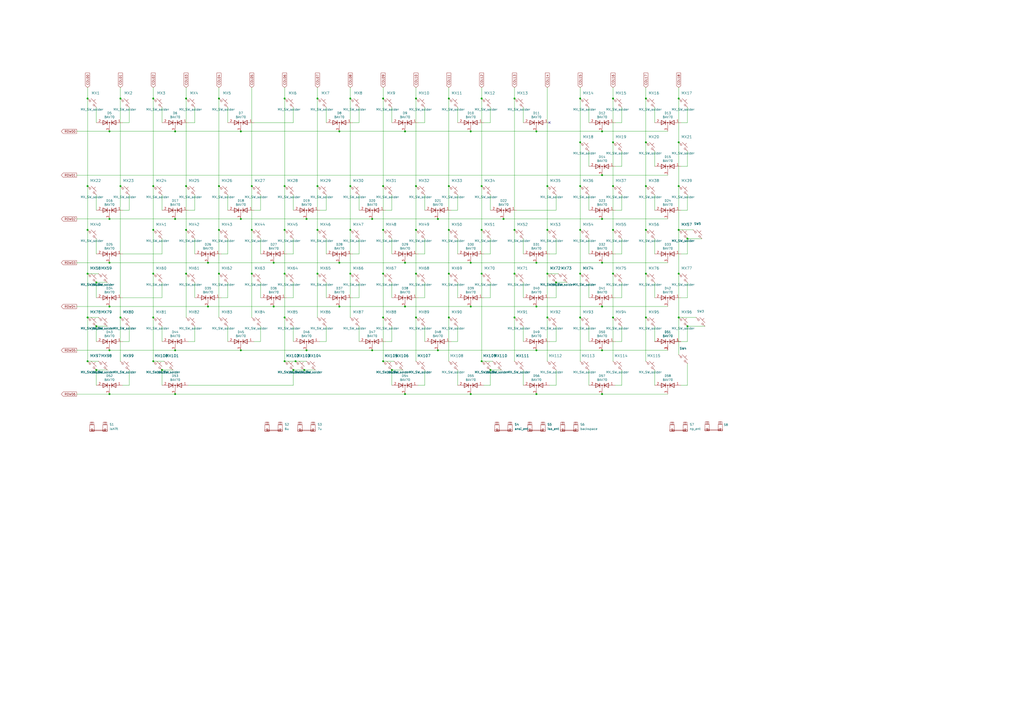
<source format=kicad_sch>
(kicad_sch (version 20211123) (generator eeschema)
  (paper "A2")
  (junction (at 73.025 433.07))
  (junction (at 206.375 462.28))
  (junction (at 393.7 107.95))
  (junction (at 206.375 443.23))
  (junction (at 69.85 107.95))
  (junction (at 127 158.75))
  (junction (at 92.075 557.53))
  (junction (at 44.45 528.32))
  (junction (at 317.5 184.15))
  (junction (at 158.75 557.53))
  (junction (at 177.8 500.38))
  (junction (at 139.7 433.07))
  (junction (at 336.55 158.75))
  (junction (at 187.325 500.38))
  (junction (at 101.6 547.37))
  (junction (at 165.1 184.15))
  (junction (at 149.225 481.33))
  (junction (at 355.6 82.55))
  (junction (at 227.33 214.63))
  (junction (at 120.65 490.22))
  (junction (at 206.375 533.4))
  (junction (at 177.8 547.37))
  (junction (at 92.075 443.23))
  (junction (at 130.175 528.32))
  (junction (at 149.225 547.37))
  (junction (at 63.5 471.17))
  (junction (at 196.85 547.37))
  (junction (at 222.25 158.75))
  (junction (at 279.4 158.75))
  (junction (at 50.8 133.35))
  (junction (at 88.9 133.35))
  (junction (at 168.275 443.23))
  (junction (at 73.025 547.37))
  (junction (at 206.375 433.07))
  (junction (at 149.225 508.635))
  (junction (at 63.5 177.8))
  (junction (at 187.325 538.48))
  (junction (at 120.65 471.17))
  (junction (at 73.025 500.38))
  (junction (at 73.025 538.48))
  (junction (at 107.95 57.15))
  (junction (at 196.85 508.635))
  (junction (at 146.05 158.75))
  (junction (at 88.9 107.95))
  (junction (at 63.5 518.795))
  (junction (at 120.65 508.635))
  (junction (at 336.55 133.35))
  (junction (at 127 133.35))
  (junction (at 355.6 184.15))
  (junction (at 203.2 107.95))
  (junction (at 55.88 189.23))
  (junction (at 177.8 538.48))
  (junction (at 214.63 443.23))
  (junction (at 130.175 471.17))
  (junction (at 92.075 547.37))
  (junction (at 120.65 528.32))
  (junction (at 53.975 528.32))
  (junction (at 234.95 152.4))
  (junction (at 206.375 481.33))
  (junction (at 53.975 481.33))
  (junction (at 355.6 107.95))
  (junction (at 196.85 443.23))
  (junction (at 214.63 462.28))
  (junction (at 187.325 490.22))
  (junction (at 374.65 158.75))
  (junction (at 374.65 107.95))
  (junction (at 355.6 158.75))
  (junction (at 187.325 557.53))
  (junction (at 168.275 557.53))
  (junction (at 127 107.95))
  (junction (at 336.55 184.15))
  (junction (at 196.85 500.38))
  (junction (at 187.325 462.28))
  (junction (at 111.125 500.38))
  (junction (at 63.5 538.48))
  (junction (at 101.6 508.635))
  (junction (at 196.85 152.4))
  (junction (at 177.8 443.23))
  (junction (at 139.7 443.23))
  (junction (at 311.15 203.2))
  (junction (at 107.95 107.95))
  (junction (at 63.5 228.6))
  (junction (at 168.275 471.17))
  (junction (at 111.125 518.795))
  (junction (at 101.6 228.6))
  (junction (at 260.35 133.35))
  (junction (at 82.55 508.635))
  (junction (at 63.5 203.2))
  (junction (at 63.5 508.635))
  (junction (at 206.375 518.795))
  (junction (at 101.6 433.07))
  (junction (at 63.5 76.2))
  (junction (at 130.175 508.635))
  (junction (at 73.025 443.23))
  (junction (at 63.5 490.22))
  (junction (at 207.01 547.37))
  (junction (at 214.63 481.33))
  (junction (at 149.225 490.22))
  (junction (at 168.275 528.32))
  (junction (at 349.25 101.6))
  (junction (at 149.225 518.795))
  (junction (at 222.25 107.95))
  (junction (at 139.7 528.32))
  (junction (at 170.18 214.63))
  (junction (at 222.25 57.15))
  (junction (at 120.65 500.38))
  (junction (at 176.53 214.63))
  (junction (at 260.35 158.75))
  (junction (at 92.075 481.33))
  (junction (at 139.7 508.635))
  (junction (at 206.375 452.12))
  (junction (at 139.7 552.45))
  (junction (at 73.025 481.33))
  (junction (at 82.55 557.53))
  (junction (at 50.8 158.75))
  (junction (at 139.7 481.33))
  (junction (at 82.55 538.48))
  (junction (at 139.7 547.37))
  (junction (at 317.5 107.95))
  (junction (at 177.8 127))
  (junction (at 349.25 152.4))
  (junction (at 101.6 127))
  (junction (at 241.3 158.75))
  (junction (at 374.65 82.55))
  (junction (at 73.025 528.32))
  (junction (at 25.4 513.715))
  (junction (at 158.75 538.48))
  (junction (at 215.9 433.07))
  (junction (at 149.225 433.07))
  (junction (at 158.75 433.07))
  (junction (at 82.55 518.795))
  (junction (at 130.175 481.33))
  (junction (at 73.025 518.795))
  (junction (at 111.125 490.22))
  (junction (at 120.65 518.795))
  (junction (at 273.05 228.6))
  (junction (at 207.01 557.53))
  (junction (at 53.975 538.48))
  (junction (at 101.6 471.17))
  (junction (at 130.175 557.53))
  (junction (at 171.45 209.55))
  (junction (at 215.9 508.635))
  (junction (at 398.78 189.23))
  (junction (at 130.175 433.07))
  (junction (at 196.85 452.12))
  (junction (at 215.9 471.17))
  (junction (at 101.6 518.795))
  (junction (at 158.75 471.17))
  (junction (at 196.85 76.2))
  (junction (at 92.075 433.07))
  (junction (at 349.25 203.2))
  (junction (at 284.48 214.63))
  (junction (at 139.7 203.2))
  (junction (at 107.95 158.75))
  (junction (at 130.175 500.38))
  (junction (at 349.25 177.8))
  (junction (at 214.63 500.38))
  (junction (at 53.975 500.38))
  (junction (at 273.05 152.4))
  (junction (at 120.65 433.07))
  (junction (at 92.075 471.17))
  (junction (at 317.5 133.35))
  (junction (at 44.45 518.795))
  (junction (at 50.8 184.15))
  (junction (at 53.975 547.37))
  (junction (at 146.05 133.35))
  (junction (at 206.375 538.48))
  (junction (at 298.45 133.35))
  (junction (at 101.6 76.2))
  (junction (at 177.8 518.795))
  (junction (at 82.55 528.32))
  (junction (at 222.25 184.15))
  (junction (at 158.75 500.38))
  (junction (at 206.375 490.22))
  (junction (at 215.9 203.2))
  (junction (at 120.65 177.8))
  (junction (at 222.25 209.55))
  (junction (at 336.55 107.95))
  (junction (at 101.6 490.22))
  (junction (at 111.125 557.53))
  (junction (at 322.58 163.83))
  (junction (at 298.45 57.15))
  (junction (at 63.5 152.4))
  (junction (at 168.275 538.48))
  (junction (at 187.325 481.33))
  (junction (at 165.1 158.75))
  (junction (at 139.7 518.795))
  (junction (at 206.375 495.3))
  (junction (at 349.25 228.6))
  (junction (at 149.225 538.48))
  (junction (at 82.55 471.17))
  (junction (at 355.6 133.35))
  (junction (at 158.75 490.22))
  (junction (at 92.075 518.795))
  (junction (at 34.925 533.4))
  (junction (at 177.8 471.17))
  (junction (at 241.3 107.95))
  (junction (at 177.8 490.22))
  (junction (at 120.65 547.37))
  (junction (at 158.75 518.795))
  (junction (at 393.7 133.35))
  (junction (at 184.15 57.15))
  (junction (at 393.7 82.55))
  (junction (at 279.4 133.35))
  (junction (at 120.65 538.48))
  (junction (at 92.075 538.48))
  (junction (at 93.98 214.63))
  (junction (at 53.975 518.795))
  (junction (at 187.325 547.37))
  (junction (at 73.025 508.635))
  (junction (at 92.075 500.38))
  (junction (at 234.95 76.2))
  (junction (at 111.125 547.37))
  (junction (at 187.325 508.635))
  (junction (at 187.325 471.17))
  (junction (at 187.325 518.795))
  (junction (at 206.375 528.32))
  (junction (at 355.6 57.15))
  (junction (at 168.275 508.635))
  (junction (at 130.175 518.795))
  (junction (at 53.975 557.53))
  (junction (at 101.6 557.53))
  (junction (at 298.45 184.15))
  (junction (at 111.125 552.45))
  (junction (at 63.5 500.38))
  (junction (at 34.925 508.635))
  (junction (at 139.7 127))
  (junction (at 55.88 163.83))
  (junction (at 139.7 471.17))
  (junction (at 146.05 107.95))
  (junction (at 63.5 481.33))
  (junction (at 130.175 443.23))
  (junction (at 111.125 433.07))
  (junction (at 196.85 177.8))
  (junction (at 92.075 490.22))
  (junction (at 184.15 107.95))
  (junction (at 393.7 158.75))
  (junction (at 349.25 76.2))
  (junction (at 63.5 433.07))
  (junction (at 111.125 538.48))
  (junction (at 82.55 481.33))
  (junction (at 349.25 127))
  (junction (at 222.25 133.35))
  (junction (at 273.05 177.8))
  (junction (at 234.95 228.6))
  (junction (at 187.325 433.07))
  (junction (at 206.375 471.17))
  (junction (at 168.275 490.22))
  (junction (at 158.75 481.33))
  (junction (at 196.85 528.32))
  (junction (at 88.9 57.15))
  (junction (at 260.35 107.95))
  (junction (at 273.05 76.2))
  (junction (at 187.325 452.12))
  (junction (at 101.6 528.32))
  (junction (at 165.1 107.95))
  (junction (at 196.85 433.07))
  (junction (at 279.4 57.15))
  (junction (at 187.325 528.32))
  (junction (at 187.325 443.23))
  (junction (at 311.15 177.8))
  (junction (at 215.9 490.22))
  (junction (at 50.8 209.55))
  (junction (at 260.35 184.15))
  (junction (at 63.5 552.45))
  (junction (at 206.375 500.38))
  (junction (at 336.55 57.15))
  (junction (at 107.95 133.35))
  (junction (at 73.025 490.22))
  (junction (at 69.85 184.15))
  (junction (at 149.225 443.23))
  (junction (at 177.8 433.07))
  (junction (at 393.7 184.15))
  (junction (at 44.45 547.37))
  (junction (at 111.125 528.32))
  (junction (at 279.4 107.95))
  (junction (at 241.3 133.35))
  (junction (at 50.8 107.95))
  (junction (at 184.15 158.75))
  (junction (at 203.2 158.75))
  (junction (at 63.5 528.32))
  (junction (at 165.1 57.15))
  (junction (at 158.75 513.715))
  (junction (at 82.55 500.38))
  (junction (at 196.85 538.48))
  (junction (at 196.85 518.795))
  (junction (at 311.15 76.2))
  (junction (at 149.225 471.17))
  (junction (at 298.45 158.75))
  (junction (at 279.4 209.55))
  (junction (at 82.55 443.23))
  (junction (at 149.225 500.38))
  (junction (at 82.55 433.07))
  (junction (at 88.9 209.55))
  (junction (at 101.6 538.48))
  (junction (at 177.8 508.635))
  (junction (at 63.5 127))
  (junction (at 374.65 57.15))
  (junction (at 101.6 203.2))
  (junction (at 111.125 443.23))
  (junction (at 88.9 158.75))
  (junction (at 88.9 184.15))
  (junction (at 120.65 481.33))
  (junction (at 196.85 471.17))
  (junction (at 139.7 538.48))
  (junction (at 336.55 82.55))
  (junction (at 168.275 433.07))
  (junction (at 196.85 481.33))
  (junction (at 139.7 500.38))
  (junction (at 158.75 508.635))
  (junction (at 130.175 538.48))
  (junction (at 177.8 203.2))
  (junction (at 55.88 214.63))
  (junction (at 120.65 443.23))
  (junction (at 34.925 552.45))
  (junction (at 214.63 538.48))
  (junction (at 165.1 133.35))
  (junction (at 241.3 184.15))
  (junction (at 203.2 133.35))
  (junction (at 374.65 184.15))
  (junction (at 374.65 133.35))
  (junction (at 214.63 518.795))
  (junction (at 139.7 557.53))
  (junction (at 63.5 547.37))
  (junction (at 44.45 508.635))
  (junction (at 168.275 481.33))
  (junction (at 196.85 462.28))
  (junction (at 69.85 57.15))
  (junction (at 196.85 490.22))
  (junction (at 317.5 158.75))
  (junction (at 165.1 209.55))
  (junction (at 92.075 528.32))
  (junction (at 203.2 57.15))
  (junction (at 101.6 500.38))
  (junction (at 393.7 57.15))
  (junction (at 111.125 508.635))
  (junction (at 158.75 177.8))
  (junction (at 206.375 508.635))
  (junction (at 158.75 443.23))
  (junction (at 184.15 133.35))
  (junction (at 260.35 57.15))
  (junction (at 82.55 490.22))
  (junction (at 177.8 481.33))
  (junction (at 254 127))
  (junction (at 139.7 76.2))
  (junction (at 139.7 490.22))
  (junction (at 73.025 471.17))
  (junction (at 196.85 557.53))
  (junction (at 292.1 127))
  (junction (at 177.8 557.53))
  (junction (at 177.8 528.32))
  (junction (at 168.275 547.37))
  (junction (at 158.75 547.37))
  (junction (at 158.75 152.4))
  (junction (at 53.975 471.17))
  (junction (at 63.5 557.53))
  (junction (at 50.8 57.15))
  (junction (at 311.15 152.4))
  (junction (at 130.175 547.37))
  (junction (at 111.125 471.17))
  (junction (at 215.9 528.32))
  (junction (at 63.5 443.23))
  (junction (at 101.6 443.23))
  (junction (at 168.275 500.38))
  (junction (at 215.9 127))
  (junction (at 215.9 452.12))
  (junction (at 127 57.15))
  (junction (at 130.175 490.22))
  (junction (at 254 203.2))
  (junction (at 82.55 547.37))
  (junction (at 53.975 508.635))
  (junction (at 398.78 138.43))
  (junction (at 241.3 57.15))
  (junction (at 120.65 152.4))
  (junction (at 92.075 508.635))
  (junction (at 234.95 177.8))
  (junction (at 158.75 528.32))
  (junction (at 53.975 490.22))
  (junction (at 311.15 228.6))
  (junction (at 101.6 481.33))
  (junction (at 111.125 481.33))
  (junction (at 149.225 528.32))
  (no_connect (at 318.77 71.12))
  (wire (pts (xy 241.3 184.15) (xy 241.3 209.55)))
  (wire (pts (xy 107.95 50.8) (xy 107.95 57.15)))
  (wire (pts (xy 322.58 163.83) (xy 322.58 172.72)))
  (wire (pts (xy 246.38 214.63) (xy 246.38 223.52)))
  (wire (pts (xy 360.68 87.63) (xy 360.68 96.52)))
  (wire (pts (xy 398.78 210.82) (xy 398.78 223.52)))
  (wire (pts (xy 206.248 495.3) (xy 206.375 495.3)))
  (wire (pts (xy 393.7 184.15) (xy 403.86 184.15)))
  (wire (pts (xy 111.125 552.45) (xy 120.65 552.45)))
  (wire (pts (xy 101.6 203.2) (xy 139.7 203.2)))
  (wire (pts (xy 355.6 184.15) (xy 355.6 209.55)))
  (wire (pts (xy 355.6 107.95) (xy 355.6 133.35)))
  (wire (pts (xy 379.73 87.63) (xy 379.73 96.52)))
  (wire (pts (xy 101.6 490.22) (xy 111.125 490.22)))
  (wire (pts (xy 130.175 433.07) (xy 139.7 433.07)))
  (wire (pts (xy 92.075 528.32) (xy 101.6 528.32)))
  (wire (pts (xy 139.7 547.37) (xy 149.225 547.37)))
  (wire (pts (xy 149.225 508.635) (xy 158.75 508.635)))
  (wire (pts (xy 215.9 452.12) (xy 215.9 433.07)))
  (wire (pts (xy 50.8 158.75) (xy 50.8 184.15)))
  (wire (pts (xy 107.95 57.15) (xy 107.95 107.95)))
  (wire (pts (xy 44.45 508.635) (xy 53.975 508.635)))
  (wire (pts (xy 360.68 147.32) (xy 356.87 147.32)))
  (wire (pts (xy 393.7 133.35) (xy 393.7 158.75)))
  (wire (pts (xy 265.43 189.23) (xy 265.43 198.12)))
  (wire (pts (xy 189.23 62.23) (xy 189.23 71.12)))
  (wire (pts (xy 349.25 177.8) (xy 387.35 177.8)))
  (wire (pts (xy 227.33 138.43) (xy 227.33 147.32)))
  (wire (pts (xy 177.8 508.635) (xy 187.325 508.635)))
  (wire (pts (xy 246.38 172.72) (xy 242.57 172.72)))
  (wire (pts (xy 101.6 508.635) (xy 111.125 508.635)))
  (wire (pts (xy 279.4 133.35) (xy 279.4 158.75)))
  (wire (pts (xy 398.78 163.83) (xy 398.78 172.72)))
  (wire (pts (xy 349.25 152.4) (xy 387.35 152.4)))
  (wire (pts (xy 120.65 481.33) (xy 130.175 481.33)))
  (wire (pts (xy 139.7 127) (xy 177.8 127)))
  (wire (pts (xy 187.325 528.32) (xy 196.85 528.32)))
  (wire (pts (xy 93.98 113.03) (xy 93.98 121.92)))
  (wire (pts (xy 341.63 138.43) (xy 341.63 147.32)))
  (wire (pts (xy 215.9 528.32) (xy 215.9 508.635)))
  (wire (pts (xy 34.925 538.48) (xy 53.975 538.48)))
  (wire (pts (xy 393.7 133.35) (xy 402.082 133.35)))
  (wire (pts (xy 82.55 500.38) (xy 92.075 500.38)))
  (wire (pts (xy 177.8 203.2) (xy 215.9 203.2)))
  (wire (pts (xy 241.3 107.95) (xy 241.3 133.35)))
  (wire (pts (xy 177.8 433.07) (xy 187.325 433.07)))
  (wire (pts (xy 44.45 471.17) (xy 53.975 471.17)))
  (wire (pts (xy 227.33 214.63) (xy 227.33 223.52)))
  (wire (pts (xy 139.7 433.07) (xy 149.225 433.07)))
  (wire (pts (xy 227.33 214.63) (xy 233.68 214.63)))
  (wire (pts (xy 254 127) (xy 292.1 127)))
  (wire (pts (xy 214.63 443.23) (xy 214.63 462.28)))
  (wire (pts (xy 398.78 113.03) (xy 398.78 121.92)))
  (wire (pts (xy 260.35 57.15) (xy 260.35 107.95)))
  (wire (pts (xy 55.88 214.63) (xy 55.88 223.52)))
  (wire (pts (xy 187.325 518.795) (xy 196.85 518.795)))
  (wire (pts (xy 187.325 433.07) (xy 196.85 433.07)))
  (wire (pts (xy 63.5 177.8) (xy 120.65 177.8)))
  (wire (pts (xy 63.5 518.795) (xy 73.025 518.795)))
  (wire (pts (xy 260.35 133.35) (xy 260.35 158.75)))
  (wire (pts (xy 130.175 490.22) (xy 139.7 490.22)))
  (wire (pts (xy 44.45 528.32) (xy 53.975 528.32)))
  (wire (pts (xy 206.375 538.48) (xy 214.63 538.48)))
  (wire (pts (xy 88.9 50.8) (xy 88.9 57.15)))
  (wire (pts (xy 241.3 57.15) (xy 241.3 107.95)))
  (wire (pts (xy 63.5 508.635) (xy 73.025 508.635)))
  (wire (pts (xy 265.43 163.83) (xy 265.43 172.72)))
  (wire (pts (xy 227.33 62.23) (xy 227.33 71.12)))
  (wire (pts (xy 241.3 158.75) (xy 241.3 184.15)))
  (wire (pts (xy 132.08 172.72) (xy 128.27 172.72)))
  (wire (pts (xy 222.25 209.55) (xy 228.6 209.55)))
  (wire (pts (xy 74.93 214.63) (xy 74.93 223.52)))
  (wire (pts (xy 279.4 50.8) (xy 279.4 57.15)))
  (wire (pts (xy 111.125 433.07) (xy 120.65 433.07)))
  (wire (pts (xy 73.025 481.33) (xy 82.55 481.33)))
  (wire (pts (xy 265.43 113.03) (xy 265.43 121.92)))
  (wire (pts (xy 279.4 158.75) (xy 279.4 209.55)))
  (wire (pts (xy 355.6 158.75) (xy 355.6 184.15)))
  (wire (pts (xy 206.248 533.4) (xy 206.375 533.4)))
  (wire (pts (xy 50.8 50.8) (xy 50.8 57.15)))
  (wire (pts (xy 53.975 518.795) (xy 63.5 518.795)))
  (wire (pts (xy 165.1 209.55) (xy 171.45 209.55)))
  (wire (pts (xy 158.75 152.4) (xy 196.85 152.4)))
  (wire (pts (xy 168.275 471.17) (xy 177.8 471.17)))
  (wire (pts (xy 132.08 62.23) (xy 132.08 71.12)))
  (wire (pts (xy 273.05 177.8) (xy 311.15 177.8)))
  (wire (pts (xy 177.8 462.28) (xy 187.325 462.28)))
  (wire (pts (xy 25.4 513.715) (xy 34.925 513.715)))
  (wire (pts (xy 168.275 508.635) (xy 177.8 508.635)))
  (wire (pts (xy 44.45 152.4) (xy 63.5 152.4)))
  (wire (pts (xy 101.6 228.6) (xy 234.95 228.6)))
  (wire (pts (xy 206.375 471.17) (xy 215.9 471.17)))
  (wire (pts (xy 311.15 177.8) (xy 349.25 177.8)))
  (wire (pts (xy 317.5 50.8) (xy 317.5 107.95)))
  (wire (pts (xy 214.63 500.38) (xy 214.63 481.33)))
  (wire (pts (xy 130.175 518.795) (xy 139.7 518.795)))
  (wire (pts (xy 139.7 518.795) (xy 149.225 518.795)))
  (wire (pts (xy 196.85 452.12) (xy 206.375 452.12)))
  (wire (pts (xy 187.325 538.48) (xy 196.85 538.48)))
  (wire (pts (xy 73.025 508.635) (xy 82.55 508.635)))
  (wire (pts (xy 177.8 557.53) (xy 187.325 557.53)))
  (wire (pts (xy 208.28 138.43) (xy 208.28 147.32)))
  (wire (pts (xy 246.38 138.43) (xy 246.38 147.32)))
  (wire (pts (xy 146.05 50.8) (xy 146.05 107.95)))
  (wire (pts (xy 196.85 177.8) (xy 234.95 177.8)))
  (wire (pts (xy 170.18 138.43) (xy 170.18 147.32)))
  (wire (pts (xy 53.975 433.07) (xy 63.5 433.07)))
  (wire (pts (xy 139.7 500.38) (xy 149.225 500.38)))
  (wire (pts (xy 317.5 158.75) (xy 317.5 184.15)))
  (wire (pts (xy 74.93 121.92) (xy 71.12 121.92)))
  (wire (pts (xy 120.65 528.32) (xy 130.175 528.32)))
  (wire (pts (xy 196.85 500.38) (xy 206.375 500.38)))
  (wire (pts (xy 120.65 152.4) (xy 158.75 152.4)))
  (wire (pts (xy 196.85 462.28) (xy 206.375 462.28)))
  (wire (pts (xy 341.63 113.03) (xy 341.63 121.92)))
  (wire (pts (xy 92.075 481.33) (xy 101.6 481.33)))
  (wire (pts (xy 187.325 443.23) (xy 196.85 443.23)))
  (wire (pts (xy 120.65 508.635) (xy 130.175 508.635)))
  (wire (pts (xy 298.45 184.15) (xy 298.45 209.55)))
  (wire (pts (xy 130.175 538.48) (xy 139.7 538.48)))
  (wire (pts (xy 168.275 490.22) (xy 177.8 490.22)))
  (wire (pts (xy 139.7 508.635) (xy 149.225 508.635)))
  (wire (pts (xy 50.8 209.55) (xy 57.15 209.55)))
  (wire (pts (xy 50.8 107.95) (xy 50.8 133.35)))
  (wire (pts (xy 53.975 500.38) (xy 63.5 500.38)))
  (wire (pts (xy 215.9 490.22) (xy 221.996 490.22)))
  (wire (pts (xy 113.03 163.83) (xy 113.03 172.72)))
  (wire (pts (xy 398.78 172.72) (xy 394.97 172.72)))
  (wire (pts (xy 203.2 107.95) (xy 203.2 133.35)))
  (wire (pts (xy 139.7 76.2) (xy 196.85 76.2)))
  (wire (pts (xy 158.75 177.8) (xy 196.85 177.8)))
  (wire (pts (xy 398.78 138.43) (xy 398.78 147.32)))
  (wire (pts (xy 111.125 471.17) (xy 120.65 471.17)))
  (wire (pts (xy 111.125 481.33) (xy 120.65 481.33)))
  (wire (pts (xy 53.975 528.32) (xy 63.5 528.32)))
  (wire (pts (xy 130.175 508.635) (xy 139.7 508.635)))
  (wire (pts (xy 284.48 172.72) (xy 280.67 172.72)))
  (wire (pts (xy 336.55 50.8) (xy 336.55 57.15)))
  (wire (pts (xy 360.68 96.52) (xy 356.87 96.52)))
  (wire (pts (xy 93.98 189.23) (xy 93.98 198.12)))
  (wire (pts (xy 279.4 57.15) (xy 279.4 107.95)))
  (wire (pts (xy 44.45 490.22) (xy 53.975 490.22)))
  (wire (pts (xy 168.275 538.48) (xy 177.8 538.48)))
  (wire (pts (xy 139.7 471.17) (xy 149.225 471.17)))
  (wire (pts (xy 234.95 228.6) (xy 273.05 228.6)))
  (wire (pts (xy 222.25 50.8) (xy 222.25 57.15)))
  (wire (pts (xy 82.55 443.23) (xy 92.075 443.23)))
  (wire (pts (xy 149.225 433.07) (xy 158.75 433.07)))
  (wire (pts (xy 187.325 471.17) (xy 196.85 471.17)))
  (wire (pts (xy 265.43 121.92) (xy 261.62 121.92)))
  (wire (pts (xy 184.15 158.75) (xy 184.15 184.15)))
  (wire (pts (xy 101.6 481.33) (xy 111.125 481.33)))
  (wire (pts (xy 311.15 228.6) (xy 349.25 228.6)))
  (wire (pts (xy 73.025 547.37) (xy 82.55 547.37)))
  (wire (pts (xy 63.5 528.32) (xy 73.025 528.32)))
  (wire (pts (xy 82.55 481.33) (xy 92.075 481.33)))
  (wire (pts (xy 93.98 163.83) (xy 93.98 172.72)))
  (wire (pts (xy 55.88 138.43) (xy 55.88 147.32)))
  (wire (pts (xy 139.7 203.2) (xy 177.8 203.2)))
  (wire (pts (xy 207.01 547.37) (xy 215.9 547.37)))
  (wire (pts (xy 55.88 189.23) (xy 55.88 198.12)))
  (wire (pts (xy 360.68 214.63) (xy 360.68 223.52)))
  (wire (pts (xy 227.33 189.23) (xy 227.33 198.12)))
  (wire (pts (xy 203.2 57.15) (xy 203.2 107.95)))
  (wire (pts (xy 374.65 107.95) (xy 374.65 133.35)))
  (wire (pts (xy 149.225 443.23) (xy 158.75 443.23)))
  (wire (pts (xy 336.55 107.95) (xy 336.55 133.35)))
  (wire (pts (xy 170.18 214.63) (xy 176.53 214.63)))
  (wire (pts (xy 50.8 57.15) (xy 50.8 107.95)))
  (wire (pts (xy 360.68 121.92) (xy 356.87 121.92)))
  (wire (pts (xy 273.05 228.6) (xy 311.15 228.6)))
  (wire (pts (xy 393.7 82.55) (xy 393.7 107.95)))
  (wire (pts (xy 349.25 203.2) (xy 387.35 203.2)))
  (wire (pts (xy 109.22 223.52) (xy 170.18 223.52)))
  (wire (pts (xy 260.35 107.95) (xy 260.35 133.35)))
  (wire (pts (xy 398.78 71.12) (xy 394.97 71.12)))
  (wire (pts (xy 273.05 152.4) (xy 311.15 152.4)))
  (wire (pts (xy 341.63 214.63) (xy 341.63 223.52)))
  (wire (pts (xy 120.65 490.22) (xy 130.175 490.22)))
  (wire (pts (xy 69.85 107.95) (xy 69.85 184.15)))
  (wire (pts (xy 63.5 490.22) (xy 73.025 490.22)))
  (wire (pts (xy 111.125 490.22) (xy 120.65 490.22)))
  (wire (pts (xy 158.75 538.48) (xy 168.275 538.48)))
  (wire (pts (xy 71.12 147.32) (xy 93.98 147.32)))
  (wire (pts (xy 168.275 557.53) (xy 177.8 557.53)))
  (wire (pts (xy 171.45 209.55) (xy 177.8 209.55)))
  (wire (pts (xy 73.025 528.32) (xy 82.55 528.32)))
  (wire (pts (xy 317.5 133.35) (xy 317.5 158.75)))
  (wire (pts (xy 158.75 481.33) (xy 168.275 481.33)))
  (wire (pts (xy 74.93 113.03) (xy 74.93 121.92)))
  (wire (pts (xy 298.45 57.15) (xy 298.45 133.35)))
  (wire (pts (xy 196.85 547.37) (xy 207.01 547.37)))
  (wire (pts (xy 73.025 471.17) (xy 82.55 471.17)))
  (wire (pts (xy 158.75 500.38) (xy 168.275 500.38)))
  (wire (pts (xy 196.85 76.2) (xy 234.95 76.2)))
  (wire (pts (xy 101.6 443.23) (xy 111.125 443.23)))
  (wire (pts (xy 63.5 127) (xy 101.6 127)))
  (wire (pts (xy 298.45 133.35) (xy 298.45 158.75)))
  (wire (pts (xy 88.9 57.15) (xy 88.9 107.95)))
  (wire (pts (xy 374.65 50.8) (xy 374.65 57.15)))
  (wire (pts (xy 130.175 500.38) (xy 139.7 500.38)))
  (wire (pts (xy 341.63 62.23) (xy 341.63 71.12)))
  (wire (pts (xy 88.9 133.35) (xy 88.9 158.75)))
  (wire (pts (xy 101.6 127) (xy 139.7 127)))
  (wire (pts (xy 284.48 138.43) (xy 284.48 147.32)))
  (wire (pts (xy 265.43 138.43) (xy 265.43 147.32)))
  (wire (pts (xy 111.125 547.37) (xy 120.65 547.37)))
  (wire (pts (xy 44.45 177.8) (xy 63.5 177.8)))
  (wire (pts (xy 53.975 490.22) (xy 63.5 490.22)))
  (wire (pts (xy 50.8 158.75) (xy 57.15 158.75)))
  (wire (pts (xy 158.75 518.795) (xy 177.8 518.795)))
  (wire (pts (xy 111.125 500.38) (xy 120.65 500.38)))
  (wire (pts (xy 398.78 198.12) (xy 394.97 198.12)))
  (wire (pts (xy 222.25 158.75) (xy 222.25 184.15)))
  (wire (pts (xy 82.55 547.37) (xy 92.075 547.37)))
  (wire (pts (xy 379.73 62.23) (xy 379.73 71.12)))
  (wire (pts (xy 34.925 528.32) (xy 44.45 528.32)))
  (wire (pts (xy 88.9 158.75) (xy 88.9 184.15)))
  (wire (pts (xy 203.2 133.35) (xy 203.2 158.75)))
  (wire (pts (xy 208.28 147.32) (xy 204.47 147.32)))
  (wire (pts (xy 63.5 228.6) (xy 101.6 228.6)))
  (wire (pts (xy 44.45 547.37) (xy 53.975 547.37)))
  (wire (pts (xy 44.45 76.2) (xy 63.5 76.2)))
  (wire (pts (xy 360.68 71.12) (xy 356.87 71.12)))
  (wire (pts (xy 303.53 62.23) (xy 303.53 71.12)))
  (wire (pts (xy 63.5 500.38) (xy 73.025 500.38)))
  (wire (pts (xy 111.125 508.635) (xy 120.65 508.635)))
  (wire (pts (xy 303.53 163.83) (xy 303.53 172.72)))
  (wire (pts (xy 184.15 107.95) (xy 184.15 133.35)))
  (wire (pts (xy 53.975 538.48) (xy 63.5 538.48)))
  (wire (pts (xy 187.325 490.22) (xy 196.85 490.22)))
  (wire (pts (xy 184.15 57.15) (xy 184.15 107.95)))
  (wire (pts (xy 177.8 500.38) (xy 187.325 500.38)))
  (wire (pts (xy 254 203.2) (xy 311.15 203.2)))
  (wire (pts (xy 222.25 133.35) (xy 222.25 158.75)))
  (wire (pts (xy 206.375 443.23) (xy 214.63 443.23)))
  (wire (pts (xy 63.5 547.37) (xy 73.025 547.37)))
  (wire (pts (xy 374.65 82.55) (xy 374.65 107.95)))
  (wire (pts (xy 34.925 508.635) (xy 44.45 508.635)))
  (wire (pts (xy 374.65 184.15) (xy 374.65 209.55)))
  (wire (pts (xy 151.13 113.03) (xy 151.13 121.92)))
  (wire (pts (xy 234.95 177.8) (xy 273.05 177.8)))
  (wire (pts (xy 177.8 490.22) (xy 187.325 490.22)))
  (wire (pts (xy 265.43 214.63) (xy 265.43 223.52)))
  (wire (pts (xy 234.95 152.4) (xy 273.05 152.4)))
  (wire (pts (xy 196.85 490.22) (xy 206.375 490.22)))
  (wire (pts (xy 130.175 557.53) (xy 139.7 557.53)))
  (wire (pts (xy 189.23 189.23) (xy 189.23 198.12)))
  (wire (pts (xy 146.05 158.75) (xy 146.05 184.15)))
  (wire (pts (xy 189.23 113.03) (xy 189.23 121.92)))
  (wire (pts (xy 158.75 443.23) (xy 168.275 443.23)))
  (wire (pts (xy 120.65 518.795) (xy 130.175 518.795)))
  (wire (pts (xy 349.25 228.6) (xy 387.35 228.6)))
  (wire (pts (xy 168.275 528.32) (xy 177.8 528.32)))
  (wire (pts (xy 158.75 508.635) (xy 168.275 508.635)))
  (wire (pts (xy 149.225 538.48) (xy 158.75 538.48)))
  (wire (pts (xy 120.65 500.38) (xy 130.175 500.38)))
  (wire (pts (xy 73.025 490.22) (xy 82.55 490.22)))
  (wire (pts (xy 176.53 214.63) (xy 182.88 214.63)))
  (wire (pts (xy 227.33 113.03) (xy 227.33 121.92)))
  (wire (pts (xy 303.53 189.23) (xy 303.53 198.12)))
  (wire (pts (xy 260.35 50.8) (xy 260.35 57.15)))
  (wire (pts (xy 88.9 184.15) (xy 88.9 209.55)))
  (wire (pts (xy 44.45 518.795) (xy 53.975 518.795)))
  (wire (pts (xy 349.25 76.2) (xy 387.35 76.2)))
  (wire (pts (xy 298.45 50.8) (xy 298.45 57.15)))
  (wire (pts (xy 355.6 57.15) (xy 355.6 82.55)))
  (wire (pts (xy 92.075 433.07) (xy 101.6 433.07)))
  (wire (pts (xy 189.23 163.83) (xy 189.23 172.72)))
  (wire (pts (xy 187.325 462.28) (xy 196.85 462.28)))
  (wire (pts (xy 63.5 538.48) (xy 73.025 538.48)))
  (wire (pts (xy 284.48 214.63) (xy 284.48 223.52)))
  (wire (pts (xy 336.55 82.55) (xy 336.55 107.95)))
  (wire (pts (xy 322.58 189.23) (xy 322.58 198.12)))
  (wire (pts (xy 265.43 198.12) (xy 261.62 198.12)))
  (wire (pts (xy 215.9 490.22) (xy 215.9 471.17)))
  (wire (pts (xy 177.8 127) (xy 215.9 127)))
  (wire (pts (xy 284.48 71.12) (xy 280.67 71.12)))
  (wire (pts (xy 158.75 528.32) (xy 168.275 528.32)))
  (wire (pts (xy 101.6 518.795) (xy 111.125 518.795)))
  (wire (pts (xy 379.73 138.43) (xy 379.73 147.32)))
  (wire (pts (xy 44.45 500.38) (xy 53.975 500.38)))
  (wire (pts (xy 215.9 508.635) (xy 215.9 490.22)))
  (wire (pts (xy 311.15 203.2) (xy 349.25 203.2)))
  (wire (pts (xy 187.325 557.53) (xy 196.85 557.53)))
  (wire (pts (xy 53.975 481.33) (xy 63.5 481.33)))
  (wire (pts (xy 82.55 528.32) (xy 92.075 528.32)))
  (wire (pts (xy 284.48 147.32) (xy 280.67 147.32)))
  (wire (pts (xy 311.15 152.4) (xy 349.25 152.4)))
  (wire (pts (xy 151.13 163.83) (xy 151.13 172.72)))
  (wire (pts (xy 107.95 158.75) (xy 107.95 184.15)))
  (wire (pts (xy 149.225 471.17) (xy 158.75 471.17)))
  (wire (pts (xy 82.55 490.22) (xy 92.075 490.22)))
  (wire (pts (xy 189.23 121.92) (xy 185.42 121.92)))
  (wire (pts (xy 303.53 138.43) (xy 303.53 147.32)))
  (wire (pts (xy 227.33 163.83) (xy 227.33 172.72)))
  (wire (pts (xy 82.55 557.53) (xy 92.075 557.53)))
  (wire (pts (xy 196.85 538.48) (xy 206.375 538.48)))
  (wire (pts (xy 374.65 158.75) (xy 374.65 184.15)))
  (wire (pts (xy 341.63 163.83) (xy 341.63 172.72)))
  (wire (pts (xy 284.48 214.63) (xy 290.83 214.63)))
  (wire (pts (xy 379.73 189.23) (xy 379.73 198.12)))
  (wire (pts (xy 149.225 528.32) (xy 158.75 528.32)))
  (wire (pts (xy 177.8 471.17) (xy 187.325 471.17)))
  (wire (pts (xy 25.4 518.795) (xy 44.45 518.795)))
  (wire (pts (xy 107.95 133.35) (xy 107.95 158.75)))
  (wire (pts (xy 208.28 189.23) (xy 208.28 198.12)))
  (wire (pts (xy 74.93 189.23) (xy 74.93 198.12)))
  (wire (pts (xy 215.9 547.37) (xy 215.9 528.32)))
  (wire (pts (xy 170.18 113.03) (xy 170.18 121.92)))
  (wire (pts (xy 184.15 50.8) (xy 184.15 57.15)))
  (wire (pts (xy 101.6 528.32) (xy 111.125 528.32)))
  (wire (pts (xy 398.78 138.43) (xy 407.162 138.43)))
  (wire (pts (xy 111.125 528.32) (xy 120.65 528.32)))
  (wire (pts (xy 139.7 552.45) (xy 149.225 552.45)))
  (wire (pts (xy 189.23 198.12) (xy 185.42 198.12)))
  (wire (pts (xy 101.6 500.38) (xy 111.125 500.38)))
  (wire (pts (xy 113.03 121.92) (xy 109.22 121.92)))
  (wire (pts (xy 398.78 189.23) (xy 408.94 189.23)))
  (wire (pts (xy 398.78 96.52) (xy 394.97 96.52)))
  (wire (pts (xy 393.7 57.15) (xy 393.7 82.55)))
  (wire (pts (xy 379.73 163.83) (xy 379.73 172.72)))
  (wire (pts (xy 44.45 203.2) (xy 63.5 203.2)))
  (wire (pts (xy 44.45 127) (xy 63.5 127)))
  (wire (pts (xy 284.48 223.52) (xy 280.67 223.52)))
  (wire (pts (xy 311.15 76.2) (xy 349.25 76.2)))
  (wire (pts (xy 215.9 433.07) (xy 206.375 433.07)))
  (wire (pts (xy 379.73 214.63) (xy 379.73 223.52)))
  (wire (pts (xy 246.38 71.12) (xy 242.57 71.12)))
  (wire (pts (xy 151.13 198.12) (xy 147.32 198.12)))
  (wire (pts (xy 127 57.15) (xy 127 107.95)))
  (wire (pts (xy 130.175 443.23) (xy 139.7 443.23)))
  (wire (pts (xy 101.6 557.53) (xy 111.125 557.53)))
  (wire (pts (xy 151.13 121.92) (xy 147.32 121.92)))
  (wire (pts (xy 165.1 133.35) (xy 165.1 158.75)))
  (wire (pts (xy 206.375 518.795) (xy 214.63 518.795)))
  (wire (pts (xy 55.88 163.83) (xy 62.23 163.83)))
  (wire (pts (xy 55.88 189.23) (xy 62.23 189.23)))
  (wire (pts (xy 279.4 209.55) (xy 285.75 209.55)))
  (wire (pts (xy 88.9 209.55) (xy 95.25 209.55)))
  (wire (pts (xy 393.7 50.8) (xy 393.7 57.15)))
  (wire (pts (xy 336.55 184.15) (xy 336.55 209.55)))
  (wire (pts (xy 234.95 76.2) (xy 273.05 76.2)))
  (wire (pts (xy 93.98 172.72) (xy 71.12 172.72)))
  (wire (pts (xy 111.125 557.53) (xy 130.175 557.53)))
  (wire (pts (xy 360.68 113.03) (xy 360.68 121.92)))
  (wire (pts (xy 265.43 62.23) (xy 265.43 71.12)))
  (wire (pts (xy 168.275 547.37) (xy 177.8 547.37)))
  (wire (pts (xy 151.13 138.43) (xy 151.13 147.32)))
  (wire (pts (xy 73.025 433.07) (xy 82.55 433.07)))
  (wire (pts (xy 222.25 107.95) (xy 222.25 133.35)))
  (wire (pts (xy 44.45 228.6) (xy 63.5 228.6)))
  (wire (pts (xy 222.25 184.15) (xy 222.25 209.55)))
  (wire (pts (xy 177.8 538.48) (xy 187.325 538.48)))
  (wire (pts (xy 149.225 518.795) (xy 158.75 518.795)))
  (wire (pts (xy 177.8 547.37) (xy 187.325 547.37)))
  (wire (pts (xy 208.28 113.03) (xy 208.28 121.92)))
  (wire (pts (xy 165.1 50.8) (xy 165.1 57.15)))
  (wire (pts (xy 196.85 433.07) (xy 206.375 433.07)))
  (wire (pts (xy 260.35 184.15) (xy 260.35 209.55)))
  (wire (pts (xy 82.55 508.635) (xy 92.075 508.635)))
  (wire (pts (xy 139.7 443.23) (xy 149.225 443.23)))
  (wire (pts (xy 53.975 557.53) (xy 63.5 557.53)))
  (wire (pts (xy 206.375 495.3) (xy 221.996 495.3)))
  (wire (pts (xy 73.025 500.38) (xy 82.55 500.38)))
  (wire (pts (xy 34.925 552.45) (xy 44.45 552.45)))
  (wire (pts (xy 101.6 76.2) (xy 139.7 76.2)))
  (wire (pts (xy 74.93 198.12) (xy 71.12 198.12)))
  (wire (pts (xy 177.8 481.33) (xy 187.325 481.33)))
  (wire (pts (xy 113.03 198.12) (xy 109.22 198.12)))
  (wire (pts (xy 360.68 62.23) (xy 360.68 71.12)))
  (wire (pts (xy 139.7 528.32) (xy 149.225 528.32)))
  (wire (pts (xy 208.28 62.23) (xy 208.28 71.12)))
  (wire (pts (xy 127 50.8) (xy 127 57.15)))
  (wire (pts (xy 82.55 538.48) (xy 92.075 538.48)))
  (wire (pts (xy 130.175 528.32) (xy 139.7 528.32)))
  (wire (pts (xy 187.325 547.37) (xy 196.85 547.37)))
  (wire (pts (xy 53.975 547.37) (xy 63.5 547.37)))
  (wire (pts (xy 322.58 223.52) (xy 318.77 223.52)))
  (wire (pts (xy 127 158.75) (xy 127 184.15)))
  (wire (pts (xy 146.05 107.95) (xy 146.05 133.35)))
  (wire (pts (xy 82.55 518.795) (xy 92.075 518.795)))
  (wire (pts (xy 322.58 138.43) (xy 322.58 147.32)))
  (wire (pts (xy 398.78 87.63) (xy 398.78 96.52)))
  (wire (pts (xy 317.5 184.15) (xy 317.5 209.55)))
  (wire (pts (xy 55.88 163.83) (xy 55.88 172.72)))
  (wire (pts (xy 101.6 547.37) (xy 111.125 547.37)))
  (wire (pts (xy 360.68 163.83) (xy 360.68 172.72)))
  (wire (pts (xy 132.08 189.23) (xy 132.08 198.12)))
  (wire (pts (xy 189.23 138.43) (xy 189.23 147.32)))
  (wire (pts (xy 349.25 127) (xy 387.35 127)))
  (wire (pts (xy 184.15 133.35) (xy 184.15 158.75)))
  (wire (pts (xy 69.85 184.15) (xy 69.85 209.55)))
  (wire (pts (xy 158.75 513.715) (xy 168.275 513.715)))
  (wire (pts (xy 53.975 443.23) (xy 63.5 443.23)))
  (wire (pts (xy 170.18 147.32) (xy 166.37 147.32)))
  (wire (pts (xy 63.5 76.2) (xy 101.6 76.2)))
  (wire (pts (xy 130.175 547.37) (xy 139.7 547.37)))
  (wire (pts (xy 360.68 138.43) (xy 360.68 147.32)))
  (wire (pts (xy 113.03 62.23) (xy 113.03 71.12)))
  (wire (pts (xy 214.63 462.28) (xy 206.375 462.28)))
  (wire (pts (xy 208.28 71.12) (xy 204.47 71.12)))
  (wire (pts (xy 336.55 133.35) (xy 336.55 158.75)))
  (wire (pts (xy 88.9 107.95) (xy 88.9 133.35)))
  (wire (pts (xy 25.4 508.635) (xy 34.925 508.635)))
  (wire (pts (xy 111.125 538.48) (xy 120.65 538.48)))
  (wire (pts (xy 113.03 71.12) (xy 109.22 71.12)))
  (wire (pts (xy 177.8 518.795) (xy 187.325 518.795)))
  (wire (pts (xy 196.85 528.32) (xy 206.375 528.32)))
  (wire (pts (xy 208.28 163.83) (xy 208.28 172.72)))
  (wire (pts (xy 196.85 508.635) (xy 206.375 508.635)))
  (wire (pts (xy 322.58 172.72) (xy 318.77 172.72)))
  (wire (pts (xy 170.18 163.83) (xy 170.18 172.72)))
  (wire (pts (xy 92.075 500.38) (xy 101.6 500.38)))
  (wire (pts (xy 398.78 189.23) (xy 398.78 198.12)))
  (wire (pts (xy 196.85 518.795) (xy 206.375 518.795)))
  (wire (pts (xy 279.4 107.95) (xy 279.4 133.35)))
  (wire (pts (xy 92.075 547.37) (xy 101.6 547.37)))
  (wire (pts (xy 196.85 152.4) (xy 234.95 152.4)))
  (wire (pts (xy 168.275 481.33) (xy 177.8 481.33)))
  (wire (pts (xy 322.58 147.32) (xy 318.77 147.32)))
  (wire (pts (xy 92.075 443.23) (xy 101.6 443.23)))
  (wire (pts (xy 206.375 533.4) (xy 222.25 533.4)))
  (wire (pts (xy 360.68 198.12) (xy 356.87 198.12)))
  (wire (pts (xy 63.5 557.53) (xy 82.55 557.53)))
  (wire (pts (xy 63.5 471.17) (xy 73.025 471.17)))
  (wire (pts (xy 206.375 508.635) (xy 215.9 508.635)))
  (wire (pts (xy 398.78 147.32) (xy 394.97 147.32)))
  (wire (pts (xy 374.65 57.15) (xy 374.65 82.55)))
  (wire (pts (xy 360.68 172.72) (xy 356.87 172.72)))
  (wire (pts (xy 214.63 538.48) (xy 214.63 518.795)))
  (wire (pts (xy 214.63 557.53) (xy 214.63 538.48)))
  (wire (pts (xy 158.75 490.22) (xy 168.275 490.22)))
  (wire (pts (xy 55.88 62.23) (xy 55.88 71.12)))
  (wire (pts (xy 170.18 189.23) (xy 170.18 198.12)))
  (wire (pts (xy 170.18 223.52) (xy 170.18 214.63)))
  (wire (pts (xy 50.8 184.15) (xy 57.15 184.15)))
  (wire (pts (xy 149.225 481.33) (xy 158.75 481.33)))
  (wire (pts (xy 214.63 443.23) (xy 219.075 443.23)))
  (wire (pts (xy 170.18 172.72) (xy 166.37 172.72)))
  (wire (pts (xy 139.7 490.22) (xy 149.225 490.22)))
  (wire (pts (xy 246.38 223.52) (xy 242.57 223.52)))
  (wire (pts (xy 130.175 481.33) (xy 139.7 481.33)))
  (wire (pts (xy 355.6 82.55) (xy 355.6 107.95)))
  (wire (pts (xy 101.6 538.48) (xy 111.125 538.48)))
  (wire (pts (xy 82.55 433.07) (xy 92.075 433.07)))
  (wire (pts (xy 63.5 443.23) (xy 73.025 443.23)))
  (wire (pts (xy 336.55 158.75) (xy 336.55 184.15)))
  (wire (pts (xy 69.85 50.8) (xy 69.85 57.15)))
  (wire (pts (xy 92.075 471.17) (xy 101.6 471.17)))
  (wire (pts (xy 63.5 152.4) (xy 120.65 152.4)))
  (wire (pts (xy 393.7 158.75) (xy 393.7 184.15)))
  (wire (pts (xy 147.32 71.12) (xy 170.18 71.12)))
  (wire (pts (xy 93.98 214.63) (xy 100.33 214.63)))
  (wire (pts (xy 241.3 133.35) (xy 241.3 158.75)))
  (wire (pts (xy 93.98 147.32) (xy 93.98 138.43)))
  (wire (pts (xy 227.33 198.12) (xy 223.52 198.12)))
  (wire (pts (xy 177.8 452.12) (xy 187.325 452.12)))
  (wire (pts (xy 349.25 101.6) (xy 387.35 101.6)))
  (wire (pts (xy 355.6 133.35) (xy 355.6 158.75)))
  (wire (pts (xy 107.95 107.95) (xy 107.95 133.35)))
  (wire (pts (xy 187.325 500.38) (xy 196.85 500.38)))
  (wire (pts (xy 322.58 121.92) (xy 322.58 113.03)))
  (wire (pts (xy 120.65 547.37) (xy 130.175 547.37)))
  (wire (pts (xy 132.08 113.03) (xy 132.08 121.92)))
  (wire (pts (xy 177.8 528.32) (xy 187.325 528.32)))
  (wire (pts (xy 63.5 552.45) (xy 73.025 552.45)))
  (wire (pts (xy 177.8 443.23) (xy 187.325 443.23)))
  (wire (pts (xy 215.9 452.12) (xy 206.375 452.12)))
  (wire (pts (xy 101.6 471.17) (xy 111.125 471.17)))
  (wire (pts (xy 139.7 557.53) (xy 158.75 557.53)))
  (wire (pts (xy 111.125 443.23) (xy 120.65 443.23)))
  (wire (pts (xy 196.85 557.53) (xy 207.01 557.53)))
  (wire (pts (xy 74.93 71.12) (xy 71.12 71.12)))
  (wire (pts (xy 246.38 113.03) (xy 246.38 121.92)))
  (wire (pts (xy 113.03 138.43) (xy 113.03 147.32)))
  (wire (pts (xy 74.93 223.52) (xy 71.12 223.52)))
  (wire (pts (xy 168.275 433.07) (xy 177.8 433.07)))
  (wire (pts (xy 50.8 133.35) (xy 50.8 158.75)))
  (wire (pts (xy 374.65 133.35) (xy 374.65 158.75)))
  (wire (pts (xy 113.03 113.03) (xy 113.03 121.92)))
  (wire (pts (xy 168.275 443.23) (xy 177.8 443.23)))
  (wire (pts (xy 298.45 158.75) (xy 298.45 184.15)))
  (wire (pts (xy 92.075 538.48) (xy 101.6 538.48)))
  (wire (pts (xy 139.7 538.48) (xy 149.225 538.48)))
  (wire (pts (xy 246.38 163.83) (xy 246.38 172.72)))
  (wire (pts (xy 341.63 189.23) (xy 341.63 198.12)))
  (wire (pts (xy 187.325 508.635) (xy 196.85 508.635)))
  (wire (pts (xy 379.73 113.03) (xy 379.73 121.92)))
  (wire (pts (xy 398.78 62.23) (xy 398.78 71.12)))
  (wire (pts (xy 53.975 471.17) (xy 63.5 471.17)))
  (wire (pts (xy 196.85 481.33) (xy 206.375 481.33)))
  (wire (pts (xy 215.9 203.2) (xy 254 203.2)))
  (wire (pts (xy 246.38 147.32) (xy 242.57 147.32)))
  (wire (pts (xy 317.5 107.95) (xy 317.5 133.35)))
  (wire (pts (xy 214.63 518.795) (xy 214.63 500.38)))
  (wire (pts (xy 69.85 57.15) (xy 69.85 107.95)))
  (wire (pts (xy 322.58 198.12) (xy 318.77 198.12)))
  (wire (pts (xy 299.72 121.92) (xy 322.58 121.92)))
  (wire (pts (xy 63.5 433.07) (xy 73.025 433.07)))
  (wire (pts (xy 284.48 62.23) (xy 284.48 71.12)))
  (wire (pts (xy 127 107.95) (xy 127 133.35)))
  (wire (pts (xy 101.6 433.07) (xy 111.125 433.07)))
  (wire (pts (xy 44.45 101.6) (xy 349.25 101.6)))
  (wire (pts (xy 55.88 214.63) (xy 62.23 214.63)))
  (wire (pts (xy 360.68 223.52) (xy 356.87 223.52)))
  (wire (pts (xy 34.925 557.53) (xy 53.975 557.53)))
  (wire (pts (xy 63.5 203.2) (xy 101.6 203.2)))
  (wire (pts (xy 393.7 107.95) (xy 393.7 133.35)))
  (wire (pts (xy 165.1 184.15) (xy 165.1 209.55)))
  (wire (pts (xy 322.58 214.63) (xy 322.58 223.52)))
  (wire (pts (xy 398.78 223.52) (xy 394.97 223.52)))
  (wire (pts (xy 120.65 433.07) (xy 130.175 433.07)))
  (wire (pts (xy 206.375 500.38) (xy 214.63 500.38)))
  (wire (pts (xy 165.1 107.95) (xy 165.1 133.35)))
  (wire (pts (xy 132.08 138.43) (xy 132.08 147.32)))
  (wire (pts (xy 63.5 481.33) (xy 73.025 481.33)))
  (wire (pts (xy 149.225 490.22) (xy 158.75 490.22)))
  (wire (pts (xy 170.18 71.12) (xy 170.18 62.23)))
  (wire (pts (xy 93.98 214.63) (xy 93.98 223.52)))
  (wire (pts (xy 132.08 147.32) (xy 128.27 147.32)))
  (wire (pts (xy 246.38 62.23) (xy 246.38 71.12)))
  (wire (pts (xy 208.28 172.72) (xy 204.47 172.72)))
  (wire (pts (xy 74.93 62.23) (xy 74.93 71.12)))
  (wire (pts (xy 55.88 113.03) (xy 55.88 121.92)))
  (wire (pts (xy 165.1 158.75) (xy 165.1 184.15)))
  (wire (pts (xy 50.8 184.15) (xy 50.8 209.55)))
  (wire (pts (xy 92.075 508.635) (xy 101.6 508.635)))
  (wire (pts (xy 246.38 189.23) (xy 246.38 198.12)))
  (wire (pts (xy 53.975 508.635) (xy 63.5 508.635)))
  (wire (pts (xy 168.275 500.38) (xy 177.8 500.38)))
  (wire (pts (xy 260.35 158.75) (xy 260.35 184.15)))
  (wire (pts (xy 284.48 163.83) (xy 284.48 172.72)))
  (wire (pts (xy 214.63 462.28) (xy 214.63 481.33)))
  (wire (pts (xy 120.65 177.8) (xy 158.75 177.8)))
  (wire (pts (xy 215.9 127) (xy 254 127)))
  (wire (pts (xy 111.125 518.795) (xy 120.65 518.795)))
  (wire (pts (xy 158.75 433.07) (xy 168.275 433.07)))
  (wire (pts (xy 158.75 547.37) (xy 168.275 547.37)))
  (wire (pts (xy 187.325 452.12) (xy 196.85 452.12)))
  (wire (pts (xy 187.325 481.33) (xy 196.85 481.33)))
  (wire (pts (xy 149.225 547.37) (xy 158.75 547.37)))
  (wire (pts (xy 73.025 443.23) (xy 82.55 443.23)))
  (wire (pts (xy 120.65 443.23) (xy 130.175 443.23)))
  (wire (pts (xy 196.85 443.23) (xy 206.375 443.23)))
  (wire (pts (xy 207.01 557.53) (xy 214.63 557.53)))
  (wire (pts (xy 113.03 189.23) (xy 113.03 198.12)))
  (wire (pts (xy 273.05 76.2) (xy 311.15 76.2)))
  (wire (pts (xy 120.65 538.48) (xy 130.175 538.48)))
  (wire (pts (xy 34.925 533.4) (xy 44.45 533.4)))
  (wire (pts (xy 127 133.35) (xy 127 158.75)))
  (wire (pts (xy 214.63 481.33) (xy 206.375 481.33)))
  (wire (pts (xy 73.025 538.48) (xy 82.55 538.48)))
  (wire (pts (xy 139.7 481.33) (xy 149.225 481.33)))
  (wire (pts (xy 355.6 50.8) (xy 355.6 57.15)))
  (wire (pts (xy 203.2 50.8) (xy 203.2 57.15)))
  (wire (pts (xy 120.65 471.17) (xy 130.175 471.17)))
  (wire (pts (xy 151.13 189.23) (xy 151.13 198.12)))
  (wire (pts (xy 203.2 158.75) (xy 203.2 184.15)))
  (wire (pts (xy 215.9 471.17) (xy 215.9 452.12)))
  (wire (pts (xy 284.48 113.03) (xy 284.48 121.92)))
  (wire (pts (xy 146.05 133.35) (xy 146.05 158.75)))
  (wire (pts (xy 149.225 500.38) (xy 158.75 500.38)))
  (wire (pts (xy 73.025 518.795) (xy 82.55 518.795)))
  (wire (pts (xy 241.3 50.8) (xy 241.3 57.15)))
  (wire (pts (xy 92.075 518.795) (xy 101.6 518.795)))
  (wire (pts (xy 82.55 471.17) (xy 92.075 471.17)))
  (wire (pts (xy 227.33 121.92) (xy 223.52 121.92)))
  (wire (pts (xy 317.5 158.75) (xy 323.85 158.75)))
  (wire (pts (xy 215.9 528.32) (xy 222.25 528.32)))
  (wire (pts (xy 158.75 557.53) (xy 168.275 557.53)))
  (wire (pts (xy 222.25 57.15) (xy 222.25 107.95)))
  (wire (pts (xy 93.98 62.23) (xy 93.98 71.12)))
  (wire (pts (xy 44.45 481.33) (xy 53.975 481.33)))
  (wire (pts (xy 196.85 471.17) (xy 206.375 471.17)))
  (wire (pts (xy 322.58 163.83) (xy 328.93 163.83)))
  (wire (pts (xy 206.375 528.32) (xy 215.9 528.32)))
  (wire (pts (xy 393.7 184.15) (xy 393.7 205.74)))
  (wire (pts (xy 165.1 57.15) (xy 165.1 107.95)))
  (wire (pts (xy 92.075 490.22) (xy 101.6 490.22)))
  (wire (pts (xy 292.1 127) (xy 349.25 127)))
  (wire (pts (xy 206.375 490.22) (xy 215.9 490.22)))
  (wire (pts (xy 398.78 121.92) (xy 394.97 121.92)))
  (wire (pts (xy 34.925 547.37) (xy 44.45 547.37)))
  (wire (pts (xy 132.08 163.83) (xy 132.08 172.72)))
  (wire (pts (xy 130.175 471.17) (xy 139.7 471.17)))
  (wire (pts (xy 92.075 557.53) (xy 101.6 557.53)))
  (wire (pts (xy 303.53 214.63) (xy 303.53 223.52)))
  (wire (pts (xy 360.68 189.23) (xy 360.68 198.12)))
  (wire (pts (xy 336.55 57.15) (xy 336.55 82.55)))
  (wire (pts (xy 158.75 471.17) (xy 168.275 471.17)))
  (wire (pts (xy 341.63 87.63) (xy 341.63 96.52)))
  (global_label "ROW01" (shape output) (at 44.45 101.6 180) (property "Intersheet References" "${INTERSHEET_REFS}" (effects hide)))
  (global_label "COL10" (shape input) (at 241.3 50.8 90) (property "Intersheet References" "${INTERSHEET_REFS}" (effects hide)))
  (global_label "ROW05" (shape output) (at 44.45 203.2 180) (property "Intersheet References" "${INTERSHEET_REFS}" (effects hide)))
  (global_label "COL12" (shape input) (at 279.4 50.8 90) (property "Intersheet References" "${INTERSHEET_REFS}" (effects hide)))
  (global_label "COL13" (shape input) (at 298.45 50.8 90) (property "Intersheet References" "${INTERSHEET_REFS}" (effects hide)))
  (global_label "COL06" (shape input) (at 165.1 50.8 90) (property "Intersheet References" "${INTERSHEET_REFS}" (effects hide)))
  (global_label "COL07" (shape input) (at 184.15 50.8 90) (property "Intersheet References" "${INTERSHEET_REFS}" (effects hide)))
  (global_label "COL15" (shape input) (at 336.55 50.8 90) (property "Intersheet References" "${INTERSHEET_REFS}" (effects hide)))
  (global_label "LED-" (shape input) (at 219.075 443.23 0) (property "Intersheet References" "${INTERSHEET_REFS}" (effects hide)))
  (global_label "ROW04" (shape output) (at 44.45 177.8 180) (property "Intersheet References" "${INTERSHEET_REFS}" (effects hide)))
  (global_label "COL08" (shape input) (at 203.2 50.8 90) (property "Intersheet References" "${INTERSHEET_REFS}" (effects hide)))
  (global_label "COL05" (shape input) (at 146.05 50.8 90) (property "Intersheet References" "${INTERSHEET_REFS}" (effects hide)))
  (global_label "COL11" (shape input) (at 260.35 50.8 90) (property "Intersheet References" "${INTERSHEET_REFS}" (effects hide)))
  (global_label "COL03" (shape input) (at 107.95 50.8 90) (property "Intersheet References" "${INTERSHEET_REFS}" (effects hide)))
  (global_label "COL01" (shape input) (at 69.85 50.8 90) (property "Intersheet References" "${INTERSHEET_REFS}" (effects hide)))
  (global_label "COL14" (shape input) (at 317.5 50.8 90) (property "Intersheet References" "${INTERSHEET_REFS}" (effects hide)))
  (global_label "COL09" (shape input) (at 222.25 50.8 90) (property "Intersheet References" "${INTERSHEET_REFS}" (effects hide)))
  (global_label "COL02" (shape input) (at 88.9 50.8 90) (property "Intersheet References" "${INTERSHEET_REFS}" (effects hide)))
  (global_label "COL04" (shape input) (at 127 50.8 90) (property "Intersheet References" "${INTERSHEET_REFS}" (effects hide)))
  (global_label "COL18" (shape input) (at 393.7 50.8 90) (property "Intersheet References" "${INTERSHEET_REFS}" (effects hide)))
  (global_label "ROW00" (shape output) (at 44.45 76.2 180) (property "Intersheet References" "${INTERSHEET_REFS}" (effects hide)))
  (global_label "ROW06" (shape output) (at 44.45 228.6 180) (property "Intersheet References" "${INTERSHEET_REFS}" (effects hide)))
  (global_label "COL00" (shape input) (at 50.8 50.8 90) (property "Intersheet References" "${INTERSHEET_REFS}" (effects hide)))
  (global_label "ROW03" (shape output) (at 44.45 152.4 180) (property "Intersheet References" "${INTERSHEET_REFS}" (effects hide)))
  (global_label "COL16" (shape input) (at 355.6 50.8 90) (property "Intersheet References" "${INTERSHEET_REFS}" (effects hide)))
  (global_label "COL17" (shape input) (at 374.65 50.8 90) (property "Intersheet References" "${INTERSHEET_REFS}" (effects hide)))
  (global_label "ROW02" (shape output) (at 44.45 127 180) (property "Intersheet References" "${INTERSHEET_REFS}" (effects hide)))
  (symbol (lib_id "marbastlib-mx:MX_SW_solder") (at 53.34 59.69 0) (unit 1)
    (property "Reference" "MX1" (at 55.4228 54.0004 0) (effects (font (size 1.524 1.524))))
    (property "Value" "MX_SW_solder" (at 53.34 63.5 0))
    (property "Footprint" "marbastlib-mx:SW_MX_1u" (effects hide))
  )
  (symbol (lib_id "marbastlib-mx:MX_SW_solder") (at 72.39 59.69 0) (unit 1)
    (property "Reference" "MX2" (at 74.4728 54.0004 0) (effects (font (size 1.524 1.524))))
    (property "Value" "MX_SW_solder" (at 72.39 63.5 0))
    (property "Footprint" "marbastlib-mx:SW_MX_1u" (effects hide))
  )
  (symbol (lib_id "marbastlib-mx:MX_SW_solder") (at 91.44 59.69 0) (unit 1)
    (property "Reference" "MX3" (at 93.5228 54.0004 0) (effects (font (size 1.524 1.524))))
    (property "Value" "MX_SW_solder" (at 91.44 63.5 0))
    (property "Footprint" "marbastlib-mx:SW_MX_1u" (effects hide))
  )
  (symbol (lib_id "marbastlib-mx:MX_SW_solder") (at 110.49 59.69 0) (unit 1)
    (property "Reference" "MX4" (at 112.5728 54.0004 0) (effects (font (size 1.524 1.524))))
    (property "Value" "MX_SW_solder" (at 110.49 63.5 0))
    (property "Footprint" "marbastlib-mx:SW_MX_1u" (effects hide))
  )
  (symbol (lib_id "marbastlib-mx:MX_SW_solder") (at 129.54 59.69 0) (unit 1)
    (property "Reference" "MX5" (at 131.6228 54.0004 0) (effects (font (size 1.524 1.524))))
    (property "Value" "MX_SW_solder" (at 129.54 63.5 0))
    (property "Footprint" "marbastlib-mx:SW_MX_1u" (effects hide))
  )
  (symbol (lib_id "marbastlib-mx:MX_SW_solder") (at 167.64 59.69 0) (unit 1)
    (property "Reference" "MX6" (at 169.7228 54.0004 0) (effects (font (size 1.524 1.524))))
    (property "Value" "MX_SW_solder" (at 167.64 63.5 0))
    (property "Footprint" "marbastlib-mx:SW_MX_1u" (effects hide))
  )
  (symbol (lib_id "marbastlib-mx:MX_SW_solder") (at 186.69 59.69 0) (unit 1)
    (property "Reference" "MX7" (at 188.7728 54.0004 0) (effects (font (size 1.524 1.524))))
    (property "Value" "MX_SW_solder" (at 186.69 63.5 0))
    (property "Footprint" "marbastlib-mx:SW_MX_1u" (effects hide))
  )
  (symbol (lib_id "marbastlib-mx:MX_SW_solder") (at 205.74 59.69 0) (unit 1)
    (property "Reference" "MX8" (at 207.8228 54.0004 0) (effects (font (size 1.524 1.524))))
    (property "Value" "MX_SW_solder" (at 205.74 63.5 0))
    (property "Footprint" "marbastlib-mx:SW_MX_1u" (effects hide))
  )
  (symbol (lib_id "marbastlib-mx:MX_SW_solder") (at 224.79 59.69 0) (unit 1)
    (property "Reference" "MX9" (at 226.8728 54.0004 0) (effects (font (size 1.524 1.524))))
    (property "Value" "MX_SW_solder" (at 224.79 63.5 0))
    (property "Footprint" "marbastlib-mx:SW_MX_1u" (effects hide))
  )
  (symbol (lib_id "marbastlib-mx:MX_SW_solder") (at 243.84 59.69 0) (unit 1)
    (property "Reference" "MX10" (at 245.9228 54.0004 0) (effects (font (size 1.524 1.524))))
    (property "Value" "MX_SW_solder" (at 243.84 63.5 0))
    (property "Footprint" "marbastlib-mx:SW_MX_1u" (effects hide))
  )
  (symbol (lib_id "marbastlib-mx:MX_SW_solder") (at 262.89 59.69 0) (unit 1)
    (property "Reference" "MX11" (at 264.9728 54.0004 0) (effects (font (size 1.524 1.524))))
    (property "Value" "MX_SW_solder" (at 262.89 63.5 0))
    (property "Footprint" "marbastlib-mx:SW_MX_1u" (effects hide))
  )
  (symbol (lib_id "marbastlib-mx:MX_SW_solder") (at 281.94 59.69 0) (unit 1)
    (property "Reference" "MX12" (at 284.0228 54.0004 0) (effects (font (size 1.524 1.524))))
    (property "Value" "MX_SW_solder" (at 281.94 63.5 0))
    (property "Footprint" "marbastlib-mx:SW_MX_1u" (effects hide))
  )
  (symbol (lib_id "marbastlib-mx:MX_SW_solder") (at 300.99 59.69 0) (unit 1)
    (property "Reference" "MX13" (at 303.0728 54.0004 0) (effects (font (size 1.524 1.524))))
    (property "Value" "MX_SW_solder" (at 300.99 63.5 0))
    (property "Footprint" "marbastlib-mx:SW_MX_1u" (effects hide))
  )
  (symbol (lib_id "marbastlib-mx:MX_SW_solder") (at 339.09 59.69 0) (unit 1)
    (property "Reference" "MX14" (at 341.1728 54.0004 0) (effects (font (size 1.524 1.524))))
    (property "Value" "MX_SW_solder" (at 339.09 63.5 0))
    (property "Footprint" "marbastlib-mx:SW_MX_1u" (effects hide))
  )
  (symbol (lib_id "marbastlib-mx:MX_SW_solder") (at 358.14 59.69 0) (unit 1)
    (property "Reference" "MX15" (at 360.2228 54.0004 0) (effects (font (size 1.524 1.524))))
    (property "Value" "MX_SW_solder" (at 358.14 63.5 0))
    (property "Footprint" "marbastlib-mx:SW_MX_1u" (effects hide))
  )
  (symbol (lib_id "marbastlib-mx:MX_SW_solder") (at 377.19 59.69 0) (unit 1)
    (property "Reference" "MX16" (at 379.2728 54.0004 0) (effects (font (size 1.524 1.524))))
    (property "Value" "MX_SW_solder" (at 377.19 63.5 0))
    (property "Footprint" "marbastlib-mx:SW_MX_1u" (effects hide))
  )
  (symbol (lib_id "marbastlib-mx:MX_SW_solder") (at 396.24 59.69 0) (unit 1)
    (property "Reference" "MX17" (at 398.3228 54.0004 0) (effects (font (size 1.524 1.524))))
    (property "Value" "MX_SW_solder" (at 396.24 63.5 0))
    (property "Footprint" "marbastlib-mx:SW_MX_1u" (effects hide))
  )
  (symbol (lib_id "marbastlib-mx:MX_SW_solder") (at 53.34 110.49 0) (unit 1)
    (property "Reference" "MX22" (at 55.4228 104.8004 0) (effects (font (size 1.524 1.524))))
    (property "Value" "MX_SW_solder" (at 53.34 114.3 0))
    (property "Footprint" "marbastlib-mx:SW_MX_1u" (effects hide))
  )
  (symbol (lib_id "marbastlib-mx:MX_SW_solder") (at 72.39 110.49 0) (unit 1)
    (property "Reference" "MX23" (at 74.4728 104.8004 0) (effects (font (size 1.524 1.524))))
    (property "Value" "MX_SW_solder" (at 72.39 114.3 0))
    (property "Footprint" "marbastlib-mx:SW_MX_1u" (effects hide))
  )
  (symbol (lib_id "marbastlib-mx:MX_SW_solder") (at 91.44 110.49 0) (unit 1)
    (property "Reference" "MX24" (at 93.5228 104.8004 0) (effects (font (size 1.524 1.524))))
    (property "Value" "MX_SW_solder" (at 91.44 114.3 0))
    (property "Footprint" "marbastlib-mx:SW_MX_1u" (effects hide))
  )
  (symbol (lib_id "marbastlib-mx:MX_SW_solder") (at 110.49 110.49 0) (unit 1)
    (property "Reference" "MX25" (at 112.5728 104.8004 0) (effects (font (size 1.524 1.524))))
    (property "Value" "MX_SW_solder" (at 110.49 114.3 0))
    (property "Footprint" "marbastlib-mx:SW_MX_1u" (effects hide))
  )
  (symbol (lib_id "marbastlib-mx:MX_SW_solder") (at 129.54 110.49 0) (unit 1)
    (property "Reference" "MX26" (at 131.6228 104.8004 0) (effects (font (size 1.524 1.524))))
    (property "Value" "MX_SW_solder" (at 129.54 114.3 0))
    (property "Footprint" "marbastlib-mx:SW_MX_1u" (effects hide))
  )
  (symbol (lib_id "marbastlib-mx:MX_SW_solder") (at 148.59 110.49 0) (unit 1)
    (property "Reference" "MX27" (at 150.6728 104.8004 0) (effects (font (size 1.524 1.524))))
    (property "Value" "MX_SW_solder" (at 148.59 114.3 0))
    (property "Footprint" "marbastlib-mx:SW_MX_1u" (effects hide))
  )
  (symbol (lib_id "marbastlib-mx:MX_SW_solder") (at 167.64 110.49 0) (unit 1)
    (property "Reference" "MX28" (at 169.7228 104.8004 0) (effects (font (size 1.524 1.524))))
    (property "Value" "MX_SW_solder" (at 167.64 114.3 0))
    (property "Footprint" "marbastlib-mx:SW_MX_1u" (effects hide))
  )
  (symbol (lib_id "marbastlib-mx:MX_SW_solder") (at 186.69 110.49 0) (unit 1)
    (property "Reference" "MX29" (at 188.7728 104.8004 0) (effects (font (size 1.524 1.524))))
    (property "Value" "MX_SW_solder" (at 186.69 114.3 0))
    (property "Footprint" "marbastlib-mx:SW_MX_1u" (effects hide))
  )
  (symbol (lib_id "marbastlib-mx:MX_SW_solder") (at 205.74 110.49 0) (unit 1)
    (property "Reference" "MX30" (at 207.8228 104.8004 0) (effects (font (size 1.524 1.524))))
    (property "Value" "MX_SW_solder" (at 205.74 114.3 0))
    (property "Footprint" "marbastlib-mx:SW_MX_1u" (effects hide))
  )
  (symbol (lib_id "marbastlib-mx:MX_SW_solder") (at 224.79 110.49 0) (unit 1)
    (property "Reference" "MX31" (at 226.8728 104.8004 0) (effects (font (size 1.524 1.524))))
    (property "Value" "MX_SW_solder" (at 224.79 114.3 0))
    (property "Footprint" "marbastlib-mx:SW_MX_1u" (effects hide))
  )
  (symbol (lib_id "marbastlib-mx:MX_SW_solder") (at 243.84 110.49 0) (unit 1)
    (property "Reference" "MX32" (at 245.9228 104.8004 0) (effects (font (size 1.524 1.524))))
    (property "Value" "MX_SW_solder" (at 243.84 114.3 0))
    (property "Footprint" "marbastlib-mx:SW_MX_1u" (effects hide))
  )
  (symbol (lib_id "marbastlib-mx:MX_SW_solder") (at 262.89 110.49 0) (unit 1)
    (property "Reference" "MX33" (at 264.9728 104.8004 0) (effects (font (size 1.524 1.524))))
    (property "Value" "MX_SW_solder" (at 262.89 114.3 0))
    (property "Footprint" "marbastlib-mx:SW_MX_1u" (effects hide))
  )
  (symbol (lib_id "marbastlib-mx:MX_SW_solder") (at 281.94 110.49 0) (unit 1)
    (property "Reference" "MX34" (at 284.0228 104.8004 0) (effects (font (size 1.524 1.524))))
    (property "Value" "MX_SW_solder" (at 281.94 114.3 0))
    (property "Footprint" "marbastlib-mx:SW_MX_1u" (effects hide))
  )
  (symbol (lib_id "marbastlib-mx:MX_SW_solder") (at 320.04 110.49 0) (unit 1)
    (property "Reference" "MX35" (at 322.1228 104.8004 0) (effects (font (size 1.524 1.524))))
    (property "Value" "MX_SW_solder" (at 320.04 114.3 0))
    (property "Footprint" "marbastlib-mx:SW_MX_1u" (effects hide))
  )
  (symbol (lib_id "marbastlib-mx:MX_SW_solder") (at 339.09 110.49 0) (unit 1)
    (property "Reference" "MX36" (at 341.1728 104.8004 0) (effects (font (size 1.524 1.524))))
    (property "Value" "MX_SW_solder" (at 339.09 114.3 0))
    (property "Footprint" "marbastlib-mx:SW_MX_1u" (effects hide))
  )
  (symbol (lib_id "marbastlib-mx:MX_SW_solder") (at 358.14 110.49 0) (unit 1)
    (property "Reference" "MX37" (at 360.2228 104.8004 0) (effects (font (size 1.524 1.524))))
    (property "Value" "MX_SW_solder" (at 358.14 114.3 0))
    (property "Footprint" "marbastlib-mx:SW_MX_1u" (effects hide))
  )
  (symbol (lib_id "marbastlib-mx:MX_SW_solder") (at 377.19 110.49 0) (unit 1)
    (property "Reference" "MX38" (at 379.2728 104.8004 0) (effects (font (size 1.524 1.524))))
    (property "Value" "MX_SW_solder" (at 377.19 114.3 0))
    (property "Footprint" "marbastlib-mx:SW_MX_1u" (effects hide))
  )
  (symbol (lib_id "marbastlib-mx:MX_SW_solder") (at 396.24 110.49 0) (unit 1)
    (property "Reference" "MX39" (at 398.3228 104.8004 0) (effects (font (size 1.524 1.524))))
    (property "Value" "MX_SW_solder" (at 396.24 114.3 0))
    (property "Footprint" "marbastlib-mx:SW_MX_1u" (effects hide))
  )
  (symbol (lib_id "marbastlib-mx:MX_SW_solder") (at 180.34 212.09 0) (unit 1)
    (property "Reference" "MX104" (at 182.4228 206.4004 0) (effects (font (size 1.524 1.524))))
    (property "Value" "MX_SW_solder" (at 180.34 215.9 0))
    (property "Footprint" "marbastlib-mx:SW_MX_1u" (effects hide))
  )
  (symbol (lib_id "marbastlib-mx:MX_SW_solder") (at 396.24 135.89 0) (unit 1)
    (property "Reference" "MX57" (at 398.3228 130.2004 0) (effects (font (size 1.524 1.524))))
    (property "Value" "MX_SW_solder" (at 396.24 139.7 0))
    (property "Footprint" "marbastlib-mx:SW_MX_1u" (effects hide))
  )
  (symbol (lib_id "marbastlib-mx:MX_SW_solder") (at 377.19 135.89 0) (unit 1)
    (property "Reference" "MX56" (at 379.2728 130.2004 0) (effects (font (size 1.524 1.524))))
    (property "Value" "MX_SW_solder" (at 377.19 139.7 0))
    (property "Footprint" "marbastlib-mx:SW_MX_1u" (effects hide))
  )
  (symbol (lib_id "marbastlib-mx:MX_SW_solder") (at 358.14 135.89 0) (unit 1)
    (property "Reference" "MX55" (at 360.2228 130.2004 0) (effects (font (size 1.524 1.524))))
    (property "Value" "MX_SW_solder" (at 358.14 139.7 0))
    (property "Footprint" "marbastlib-mx:SW_MX_1u" (effects hide))
  )
  (symbol (lib_id "marbastlib-mx:MX_SW_solder") (at 339.09 135.89 0) (unit 1)
    (property "Reference" "MX54" (at 341.1728 130.2004 0) (effects (font (size 1.524 1.524))))
    (property "Value" "MX_SW_solder" (at 339.09 139.7 0))
    (property "Footprint" "marbastlib-mx:SW_MX_1u" (effects hide))
  )
  (symbol (lib_id "marbastlib-mx:MX_SW_solder") (at 300.99 135.89 0) (unit 1)
    (property "Reference" "MX52" (at 303.0728 130.2004 0) (effects (font (size 1.524 1.524))))
    (property "Value" "MX_SW_solder" (at 300.99 139.7 0))
    (property "Footprint" "marbastlib-mx:SW_MX_1u" (effects hide))
  )
  (symbol (lib_id "marbastlib-mx:MX_SW_solder") (at 281.94 135.89 0) (unit 1)
    (property "Reference" "MX51" (at 284.0228 130.2004 0) (effects (font (size 1.524 1.524))))
    (property "Value" "MX_SW_solder" (at 281.94 139.7 0))
    (property "Footprint" "marbastlib-mx:SW_MX_1u" (effects hide))
  )
  (symbol (lib_id "marbastlib-mx:MX_SW_solder") (at 262.89 135.89 0) (unit 1)
    (property "Reference" "MX50" (at 264.9728 130.2004 0) (effects (font (size 1.524 1.524))))
    (property "Value" "MX_SW_solder" (at 262.89 139.7 0))
    (property "Footprint" "marbastlib-mx:SW_MX_1u" (effects hide))
  )
  (symbol (lib_id "marbastlib-mx:MX_SW_solder") (at 243.84 135.89 0) (unit 1)
    (property "Reference" "MX49" (at 245.9228 130.2004 0) (effects (font (size 1.524 1.524))))
    (property "Value" "MX_SW_solder" (at 243.84 139.7 0))
    (property "Footprint" "marbastlib-mx:SW_MX_1u" (effects hide))
  )
  (symbol (lib_id "marbastlib-mx:MX_SW_solder") (at 224.79 135.89 0) (unit 1)
    (property "Reference" "MX48" (at 226.8728 130.2004 0) (effects (font (size 1.524 1.524))))
    (property "Value" "MX_SW_solder" (at 224.79 139.7 0))
    (property "Footprint" "marbastlib-mx:SW_MX_1u" (effects hide))
  )
  (symbol (lib_id "marbastlib-mx:MX_SW_solder") (at 205.74 135.89 0) (unit 1)
    (property "Reference" "MX47" (at 207.8228 130.2004 0) (effects (font (size 1.524 1.524))))
    (property "Value" "MX_SW_solder" (at 205.74 139.7 0))
    (property "Footprint" "marbastlib-mx:SW_MX_1u" (effects hide))
  )
  (symbol (lib_id "marbastlib-mx:MX_SW_solder") (at 186.69 135.89 0) (unit 1)
    (property "Reference" "MX46" (at 188.7728 130.2004 0) (effects (font (size 1.524 1.524))))
    (property "Value" "MX_SW_solder" (at 186.69 139.7 0))
    (property "Footprint" "marbastlib-mx:SW_MX_1u" (effects hide))
  )
  (symbol (lib_id "marbastlib-mx:MX_SW_solder") (at 167.64 135.89 0) (unit 1)
    (property "Reference" "MX45" (at 169.7228 130.2004 0) (effects (font (size 1.524 1.524))))
    (property "Value" "MX_SW_solder" (at 167.64 139.7 0))
    (property "Footprint" "marbastlib-mx:SW_MX_1u" (effects hide))
  )
  (symbol (lib_id "marbastlib-mx:MX_SW_solder") (at 148.59 135.89 0) (unit 1)
    (property "Reference" "MX44" (at 150.6728 130.2004 0) (effects (font (size 1.524 1.524))))
    (property "Value" "MX_SW_solder" (at 148.59 139.7 0))
    (property "Footprint" "marbastlib-mx:SW_MX_1u" (effects hide))
  )
  (symbol (lib_id "marbastlib-mx:MX_SW_solder") (at 129.54 135.89 0) (unit 1)
    (property "Reference" "MX43" (at 131.6228 130.2004 0) (effects (font (size 1.524 1.524))))
    (property "Value" "MX_SW_solder" (at 129.54 139.7 0))
    (property "Footprint" "marbastlib-mx:SW_MX_1u" (effects hide))
  )
  (symbol (lib_id "marbastlib-mx:MX_SW_solder") (at 110.49 135.89 0) (unit 1)
    (property "Reference" "MX42" (at 112.5728 130.2004 0) (effects (font (size 1.524 1.524))))
    (property "Value" "MX_SW_solder" (at 110.49 139.7 0))
    (property "Footprint" "marbastlib-mx:SW_MX_1u" (effects hide))
  )
  (symbol (lib_id "marbastlib-mx:MX_SW_solder") (at 91.44 135.89 0) (unit 1)
    (property "Reference" "MX41" (at 93.5228 130.2004 0) (effects (font (size 1.524 1.524))))
    (property "Value" "MX_SW_solder" (at 91.44 139.7 0))
    (property "Footprint" "marbastlib-mx:SW_MX_1u" (effects hide))
  )
  (symbol (lib_id "marbastlib-mx:MX_SW_solder") (at 53.34 135.89 0) (unit 1)
    (property "Reference" "MX40" (at 55.4228 130.2004 0) (effects (font (size 1.524 1.524))))
    (property "Value" "MX_SW_solder" (at 53.34 139.7 0))
    (property "Footprint" "marbastlib-mx:SW_MX_1u" (effects hide))
  )
  (symbol (lib_id "marbastlib-mx:MX_SW_solder") (at 396.24 161.29 0) (unit 1)
    (property "Reference" "MX77" (at 398.3228 155.6004 0) (effects (font (size 1.524 1.524))))
    (property "Value" "MX_SW_solder" (at 396.24 165.1 0))
    (property "Footprint" "marbastlib-mx:SW_MX_1u" (effects hide))
  )
  (symbol (lib_id "marbastlib-mx:MX_SW_solder") (at 377.19 161.29 0) (unit 1)
    (property "Reference" "MX76" (at 379.2728 155.6004 0) (effects (font (size 1.524 1.524))))
    (property "Value" "MX_SW_solder" (at 377.19 165.1 0))
    (property "Footprint" "marbastlib-mx:SW_MX_1u" (effects hide))
  )
  (symbol (lib_id "marbastlib-mx:MX_SW_solder") (at 358.14 161.29 0) (unit 1)
    (property "Reference" "MX75" (at 360.2228 155.6004 0) (effects (font (size 1.524 1.524))))
    (property "Value" "MX_SW_solder" (at 358.14 165.1 0))
    (property "Footprint" "marbastlib-mx:SW_MX_1u" (effects hide))
  )
  (symbol (lib_id "marbastlib-mx:MX_SW_solder") (at 339.09 161.29 0) (unit 1)
    (property "Reference" "MX74" (at 341.1728 155.6004 0) (effects (font (size 1.524 1.524))))
    (property "Value" "MX_SW_solder" (at 339.09 165.1 0))
    (property "Footprint" "marbastlib-mx:SW_MX_1u" (effects hide))
  )
  (symbol (lib_id "marbastlib-mx:MX_SW_solder") (at 320.04 161.29 0) (unit 1)
    (property "Reference" "MX72" (at 322.1228 155.6004 0) (effects (font (size 1.524 1.524))))
    (property "Value" "MX_SW_solder" (at 320.04 165.1 0))
    (property "Footprint" "marbastlib-mx:SW_MX_1u" (effects hide))
  )
  (symbol (lib_id "marbastlib-mx:MX_SW_solder") (at 300.99 161.29 0) (unit 1)
    (property "Reference" "MX71" (at 303.0728 155.6004 0) (effects (font (size 1.524 1.524))))
    (property "Value" "MX_SW_solder" (at 300.99 165.1 0))
    (property "Footprint" "marbastlib-mx:SW_MX_1u" (effects hide))
  )
  (symbol (lib_id "marbastlib-mx:MX_SW_solder") (at 281.94 161.29 0) (unit 1)
    (property "Reference" "MX70" (at 284.0228 155.6004 0) (effects (font (size 1.524 1.524))))
    (property "Value" "MX_SW_solder" (at 281.94 165.1 0))
    (property "Footprint" "marbastlib-mx:SW_MX_1u" (effects hide))
  )
  (symbol (lib_id "marbastlib-mx:MX_SW_solder") (at 262.89 161.29 0) (unit 1)
    (property "Reference" "MX69" (at 264.9728 155.6004 0) (effects (font (size 1.524 1.524))))
    (property "Value" "MX_SW_solder" (at 262.89 165.1 0))
    (property "Footprint" "marbastlib-mx:SW_MX_1u" (effects hide))
  )
  (symbol (lib_id "marbastlib-mx:MX_SW_solder") (at 243.84 161.29 0) (unit 1)
    (property "Reference" "MX68" (at 245.9228 155.6004 0) (effects (font (size 1.524 1.524))))
    (property "Value" "MX_SW_solder" (at 243.84 165.1 0))
    (property "Footprint" "marbastlib-mx:SW_MX_1u" (effects hide))
  )
  (symbol (lib_id "marbastlib-mx:MX_SW_solder") (at 224.79 161.29 0) (unit 1)
    (property "Reference" "MX67" (at 226.8728 155.6004 0) (effects (font (size 1.524 1.524))))
    (property "Value" "MX_SW_solder" (at 224.79 165.1 0))
    (property "Footprint" "marbastlib-mx:SW_MX_1u" (effects hide))
  )
  (symbol (lib_id "marbastlib-mx:MX_SW_solder") (at 205.74 161.29 0) (unit 1)
    (property "Reference" "MX66" (at 207.8228 155.6004 0) (effects (font (size 1.524 1.524))))
    (property "Value" "MX_SW_solder" (at 205.74 165.1 0))
    (property "Footprint" "marbastlib-mx:SW_MX_1u" (effects hide))
  )
  (symbol (lib_id "marbastlib-mx:MX_SW_solder") (at 186.69 161.29 0) (unit 1)
    (property "Reference" "MX65" (at 188.7728 155.6004 0) (effects (font (size 1.524 1.524))))
    (property "Value" "MX_SW_solder" (at 186.69 165.1 0))
    (property "Footprint" "marbastlib-mx:SW_MX_1u" (effects hide))
  )
  (symbol (lib_id "marbastlib-mx:MX_SW_solder") (at 167.64 161.29 0) (unit 1)
    (property "Reference" "MX64" (at 169.7228 155.6004 0) (effects (font (size 1.524 1.524))))
    (property "Value" "MX_SW_solder" (at 167.64 165.1 0))
    (property "Footprint" "marbastlib-mx:SW_MX_1u" (effects hide))
  )
  (symbol (lib_id "marbastlib-mx:MX_SW_solder") (at 148.59 161.29 0) (unit 1)
    (property "Reference" "MX63" (at 150.6728 155.6004 0) (effects (font (size 1.524 1.524))))
    (property "Value" "MX_SW_solder" (at 148.59 165.1 0))
    (property "Footprint" "marbastlib-mx:SW_MX_1u" (effects hide))
  )
  (symbol (lib_id "marbastlib-mx:MX_SW_solder") (at 129.54 161.29 0) (unit 1)
    (property "Reference" "MX62" (at 131.6228 155.6004 0) (effects (font (size 1.524 1.524))))
    (property "Value" "MX_SW_solder" (at 129.54 165.1 0))
    (property "Footprint" "marbastlib-mx:SW_MX_1u" (effects hide))
  )
  (symbol (lib_id "marbastlib-mx:MX_SW_solder") (at 110.49 161.29 0) (unit 1)
    (property "Reference" "MX61" (at 112.5728 155.6004 0) (effects (font (size 1.524 1.524))))
    (property "Value" "MX_SW_solder" (at 110.49 165.1 0))
    (property "Footprint" "marbastlib-mx:SW_MX_1u" (effects hide))
  )
  (symbol (lib_id "marbastlib-mx:MX_SW_solder") (at 91.44 161.29 0) (unit 1)
    (property "Reference" "MX60" (at 93.5228 155.6004 0) (effects (font (size 1.524 1.524))))
    (property "Value" "MX_SW_solder" (at 91.44 165.1 0))
    (property "Footprint" "marbastlib-mx:SW_MX_1u" (effects hide))
  )
  (symbol (lib_id "marbastlib-mx:MX_SW_solder") (at 53.34 161.29 0) (unit 1)
    (property "Reference" "MX58" (at 55.4228 155.6004 0) (effects (font (size 1.524 1.524))))
    (property "Value" "MX_SW_solder" (at 53.34 165.1 0))
    (property "Footprint" "marbastlib-mx:SW_MX_1u" (effects hide))
  )
  (symbol (lib_id "marbastlib-mx:MX_SW_solder") (at 396.24 186.69 0) (unit 1)
    (property "Reference" "MX96" (at 398.3228 181.0004 0) (effects (font (size 1.524 1.524))))
    (property "Value" "MX_SW_solder" (at 396.24 190.5 0))
    (property "Footprint" "marbastlib-mx:SW_MX_1u" (effects hide))
  )
  (symbol (lib_id "marbastlib-mx:MX_SW_solder") (at 377.19 186.69 0) (unit 1)
    (property "Reference" "MX95" (at 379.2728 181.0004 0) (effects (font (size 1.524 1.524))))
    (property "Value" "MX_SW_solder" (at 377.19 190.5 0))
    (property "Footprint" "marbastlib-mx:SW_MX_1u" (effects hide))
  )
  (symbol (lib_id "marbastlib-mx:MX_SW_solder") (at 358.14 186.69 0) (unit 1)
    (property "Reference" "MX94" (at 360.2228 181.0004 0) (effects (font (size 1.524 1.524))))
    (property "Value" "MX_SW_solder" (at 358.14 190.5 0))
    (property "Footprint" "marbastlib-mx:SW_MX_1u" (effects hide))
  )
  (symbol (lib_id "marbastlib-mx:MX_SW_solder") (at 339.09 186.69 0) (unit 1)
    (property "Reference" "MX93" (at 341.1728 181.0004 0) (effects (font (size 1.524 1.524))))
    (property "Value" "MX_SW_solder" (at 339.09 190.5 0))
    (property "Footprint" "marbastlib-mx:SW_MX_1u" (effects hide))
  )
  (symbol (lib_id "marbastlib-mx:MX_SW_solder") (at 320.04 186.69 0) (unit 1)
    (property "Reference" "MX92" (at 322.1228 181.0004 0) (effects (font (size 1.524 1.524))))
    (property "Value" "MX_SW_solder" (at 320.04 190.5 0))
    (property "Footprint" "marbastlib-mx:SW_MX_1u" (effects hide))
  )
  (symbol (lib_id "marbastlib-mx:MX_SW_solder") (at 300.99 186.69 0) (unit 1)
    (property "Reference" "MX91" (at 303.0728 181.0004 0) (effects (font (size 1.524 1.524))))
    (property "Value" "MX_SW_solder" (at 300.99 190.5 0))
    (property "Footprint" "marbastlib-mx:SW_MX_1u" (effects hide))
  )
  (symbol (lib_id "marbastlib-mx:MX_SW_solder") (at 262.89 186.69 0) (unit 1)
    (property "Reference" "MX90" (at 264.9728 181.0004 0) (effects (font (size 1.524 1.524))))
    (property "Value" "MX_SW_solder" (at 262.89 190.5 0))
    (property "Footprint" "marbastlib-mx:SW_MX_1u" (effects hide))
  )
  (symbol (lib_id "marbastlib-mx:MX_SW_solder") (at 243.84 186.69 0) (unit 1)
    (property "Reference" "MX89" (at 245.9228 181.0004 0) (effects (font (size 1.524 1.524))))
    (property "Value" "MX_SW_solder" (at 243.84 190.5 0))
    (property "Footprint" "marbastlib-mx:SW_MX_1u" (effects hide))
  )
  (symbol (lib_id "marbastlib-mx:MX_SW_solder") (at 224.79 186.69 0) (unit 1)
    (property "Reference" "MX88" (at 226.8728 181.0004 0) (effects (font (size 1.524 1.524))))
    (property "Value" "MX_SW_solder" (at 224.79 190.5 0))
    (property "Footprint" "marbastlib-mx:SW_MX_1u" (effects hide))
  )
  (symbol (lib_id "marbastlib-mx:MX_SW_solder") (at 205.74 186.69 0) (unit 1)
    (property "Reference" "MX87" (at 207.8228 181.0004 0) (effects (font (size 1.524 1.524))))
    (property "Value" "MX_SW_solder" (at 205.74 190.5 0))
    (property "Footprint" "marbastlib-mx:SW_MX_1u" (effects hide))
  )
  (symbol (lib_id "marbastlib-mx:MX_SW_solder") (at 186.69 186.69 0) (unit 1)
    (property "Reference" "MX86" (at 188.7728 181.0004 0) (effects (font (size 1.524 1.524))))
    (property "Value" "MX_SW_solder" (at 186.69 190.5 0))
    (property "Footprint" "marbastlib-mx:SW_MX_1u" (effects hide))
  )
  (symbol (lib_id "marbastlib-mx:MX_SW_solder") (at 167.64 186.69 0) (unit 1)
    (property "Reference" "MX85" (at 169.7228 181.0004 0) (effects (font (size 1.524 1.524))))
    (property "Value" "MX_SW_solder" (at 167.64 190.5 0))
    (property "Footprint" "marbastlib-mx:SW_MX_1u" (effects hide))
  )
  (symbol (lib_id "marbastlib-mx:MX_SW_solder") (at 148.59 186.69 0) (unit 1)
    (property "Reference" "MX84" (at 150.6728 181.0004 0) (effects (font (size 1.524 1.524))))
    (property "Value" "MX_SW_solder" (at 148.59 190.5 0))
    (property "Footprint" "marbastlib-mx:SW_MX_1u" (effects hide))
  )
  (symbol (lib_id "marbastlib-mx:MX_SW_solder") (at 129.54 186.69 0) (unit 1)
    (property "Reference" "MX83" (at 131.6228 181.0004 0) (effects (font (size 1.524 1.524))))
    (property "Value" "MX_SW_solder" (at 129.54 190.5 0))
    (property "Footprint" "marbastlib-mx:SW_MX_1u" (effects hide))
  )
  (symbol (lib_id "marbastlib-mx:MX_SW_solder") (at 110.49 186.69 0) (unit 1)
    (property "Reference" "MX82" (at 112.5728 181.0004 0) (effects (font (size 1.524 1.524))))
    (property "Value" "MX_SW_solder" (at 110.49 190.5 0))
    (property "Footprint" "marbastlib-mx:SW_MX_1u" (effects hide))
  )
  (symbol (lib_id "marbastlib-mx:MX_SW_solder") (at 91.44 186.69 0) (unit 1)
    (property "Reference" "MX81" (at 93.5228 181.0004 0) (effects (font (size 1.524 1.524))))
    (property "Value" "MX_SW_solder" (at 91.44 190.5 0))
    (property "Footprint" "marbastlib-mx:SW_MX_1u" (effects hide))
  )
  (symbol (lib_id "marbastlib-mx:MX_SW_solder") (at 72.39 186.69 0) (unit 1)
    (property "Reference" "MX80" (at 74.4728 181.0004 0) (effects (font (size 1.524 1.524))))
    (property "Value" "MX_SW_solder" (at 72.39 190.5 0))
    (property "Footprint" "marbastlib-mx:SW_MX_1u" (effects hide))
  )
  (symbol (lib_id "marbastlib-mx:MX_SW_solder") (at 53.34 186.69 0) (unit 1)
    (property "Reference" "MX78" (at 55.4228 181.0004 0) (effects (font (size 1.524 1.524))))
    (property "Value" "MX_SW_solder" (at 53.34 190.5 0))
    (property "Footprint" "marbastlib-mx:SW_MX_1u" (effects hide))
  )
  (symbol (lib_id "Device:R_Small") (at 44.45 478.79 0) (mirror x) (unit 1)
    (property "Reference" "R36" (at 41.91 477.5199 0) (effects (justify right)))
    (property "Value" "560" (at 41.91 480.0599 0) (effects (justify right)))
    (property "Footprint" "Resistor_SMD:R_0603_1608Metric" (effects hide))
    (property "LCSC" "C23204" (effects hide))
  )
  (symbol (lib_id "Device:R_Small") (at 53.975 478.79 0) (mirror x) (unit 1)
    (property "Reference" "R37" (at 52.07 477.5199 0) (effects (justify right)))
    (property "Value" "560" (at 52.07 480.0599 0) (effects (justify right)))
    (property "Footprint" "Resistor_SMD:R_0603_1608Metric" (effects hide))
    (property "LCSC" "C23204" (effects hide))
  )
  (symbol (lib_id "Device:R_Small") (at 63.5 478.79 0) (mirror x) (unit 1)
    (property "Reference" "R38" (at 60.96 477.5199 0) (effects (justify right)))
    (property "Value" "560" (at 60.96 480.0599 0) (effects (justify right)))
    (property "Footprint" "Resistor_SMD:R_0603_1608Metric" (effects hide))
    (property "LCSC" "C23204" (effects hide))
  )
  (symbol (lib_id "Device:R_Small") (at 73.025 478.79 0) (mirror x) (unit 1)
    (property "Reference" "R39" (at 71.12 477.5199 0) (effects (justify right)))
    (property "Value" "560" (at 71.12 480.0599 0) (effects (justify right)))
    (property "Footprint" "Resistor_SMD:R_0603_1608Metric" (effects hide))
    (property "LCSC" "C23204" (effects hide))
  )
  (symbol (lib_id "Device:R_Small") (at 82.55 478.79 0) (mirror x) (unit 1)
    (property "Reference" "R40" (at 80.01 477.5199 0) (effects (justify right)))
    (property "Value" "560" (at 80.01 480.0599 0) (effects (justify right)))
    (property "Footprint" "Resistor_SMD:R_0603_1608Metric" (effects hide))
    (property "LCSC" "C23204" (effects hide))
  )
  (symbol (lib_id "Device:R_Small") (at 92.075 478.79 0) (mirror x) (unit 1)
    (property "Reference" "R41" (at 90.17 477.5199 0) (effects (justify right)))
    (property "Value" "560" (at 90.17 480.0599 0) (effects (justify right)))
    (property "Footprint" "Resistor_SMD:R_0603_1608Metric" (effects hide))
    (property "LCSC" "C23204" (effects hide))
  )
  (symbol (lib_id "Device:R_Small") (at 101.6 478.79 0) (mirror x) (unit 1)
    (property "Reference" "R42" (at 99.06 477.5199 0) (effects (justify right)))
    (property "Value" "560" (at 99.06 480.0599 0) (effects (justify right)))
    (property "Footprint" "Resistor_SMD:R_0603_1608Metric" (effects hide))
    (property "LCSC" "C23204" (effects hide))
  )
  (symbol (lib_id "Device:R_Small") (at 111.125 478.79 0) (mirror x) (unit 1)
    (property "Reference" "R43" (at 109.22 477.5199 0) (effects (justify right)))
    (property "Value" "560" (at 109.22 480.0599 0) (effects (justify right)))
    (property "Footprint" "Resistor_SMD:R_0603_1608Metric" (effects hide))
    (property "LCSC" "C23204" (effects hide))
  )
  (symbol (lib_id "Device:R_Small") (at 120.65 478.79 0) (mirror x) (unit 1)
    (property "Reference" "R44" (at 118.11 477.5199 0) (effects (justify right)))
    (property "Value" "560" (at 118.11 480.0599 0) (effects (justify right)))
    (property "Footprint" "Resistor_SMD:R_0603_1608Metric" (effects hide))
    (property "LCSC" "C23204" (effects hide))
  )
  (symbol (lib_id "Device:R_Small") (at 130.175 478.79 0) (mirror x) (unit 1)
    (property "Reference" "R45" (at 128.27 477.5199 0) (effects (justify right)))
    (property "Value" "560" (at 128.27 480.0599 0) (effects (justify right)))
    (property "Footprint" "Resistor_SMD:R_0603_1608Metric" (effects hide))
    (property "LCSC" "C23204" (effects hide))
  )
  (symbol (lib_id "Device:R_Small") (at 139.7 478.79 0) (mirror x) (unit 1)
    (property "Reference" "R46" (at 137.16 477.5199 0) (effects (justify right)))
    (property "Value" "560" (at 137.16 480.0599 0) (effects (justify right)))
    (property "Footprint" "Resistor_SMD:R_0603_1608Metric" (effects hide))
    (property "LCSC" "C23204" (effects hide))
  )
  (symbol (lib_id "Device:R_Small") (at 149.225 478.79 0) (mirror x) (unit 1)
    (property "Reference" "R47" (at 147.32 477.5199 0) (effects (justify right)))
    (property "Value" "560" (at 147.32 480.0599 0) (effects (justify right)))
    (property "Footprint" "Resistor_SMD:R_0603_1608Metric" (effects hide))
    (property "LCSC" "C23204" (effects hide))
  )
  (symbol (lib_id "Device:R_Small") (at 158.75 478.79 0) (mirror x) (unit 1)
    (property "Reference" "R48" (at 156.21 477.5199 0) (effects (justify right)))
    (property "Value" "560" (at 156.21 480.0599 0) (effects (justify right)))
    (property "Footprint" "Resistor_SMD:R_0603_1608Metric" (effects hide))
    (property "LCSC" "C23204" (effects hide))
  )
  (symbol (lib_id "Device:R_Small") (at 168.275 478.79 0) (mirror x) (unit 1)
    (property "Reference" "R49" (at 166.37 477.5199 0) (effects (justify right)))
    (property "Value" "560" (at 166.37 480.0599 0) (effects (justify right)))
    (property "Footprint" "Resistor_SMD:R_0603_1608Metric" (effects hide))
    (property "LCSC" "C23204" (effects hide))
  )
  (symbol (lib_id "Device:R_Small") (at 177.8 478.79 0) (mirror x) (unit 1)
    (property "Reference" "R50" (at 175.26 477.5199 0) (effects (justify right)))
    (property "Value" "560" (at 175.26 480.0599 0) (effects (justify right)))
    (property "Footprint" "Resistor_SMD:R_0603_1608Metric" (effects hide))
    (property "LCSC" "C23204" (effects hide))
  )
  (symbol (lib_id "Device:R_Small") (at 187.325 478.79 0) (mirror x) (unit 1)
    (property "Reference" "R51" (at 185.42 477.5199 0) (effects (justify right)))
    (property "Value" "560" (at 185.42 480.0599 0) (effects (justify right)))
    (property "Footprint" "Resistor_SMD:R_0603_1608Metric" (effects hide))
    (property "LCSC" "C23204" (effects hide))
  )
  (symbol (lib_id "Device:R_Small") (at 196.85 478.79 0) (mirror x) (unit 1)
    (property "Reference" "R52" (at 194.31 477.5199 0) (effects (justify right)))
    (property "Value" "560" (at 194.31 480.0599 0) (effects (justify right)))
    (property "Footprint" "Resistor_SMD:R_0603_1608Metric" (effects hide))
    (property "LCSC" "C23204" (effects hide))
  )
  (symbol (lib_id "Device:R_Small") (at 206.375 478.79 0) (mirror x) (unit 1)
    (property "Reference" "R53" (at 204.47 477.5199 0) (effects (justify right)))
    (property "Value" "560" (at 204.47 480.0599 0) (effects (justify right)))
    (property "Footprint" "Resistor_SMD:R_0603_1608Metric" (effects hide))
    (property "LCSC" "C23204" (effects hide))
  )
  (symbol (lib_id "marbastlib-mx:MX_SW_solder") (at 377.19 212.09 0) (unit 1)
    (property "Reference" "MX115" (at 379.2728 206.4004 0) (effects (font (size 1.524 1.524))))
    (property "Value" "MX_SW_solder" (at 377.19 215.9 0))
    (property "Footprint" "marbastlib-mx:SW_MX_1u" (effects hide))
  )
  (symbol (lib_id "marbastlib-mx:MX_SW_solder") (at 358.14 212.09 0) (unit 1)
    (property "Reference" "MX114" (at 360.2228 206.4004 0) (effects (font (size 1.524 1.524))))
    (property "Value" "MX_SW_solder" (at 358.14 215.9 0))
    (property "Footprint" "marbastlib-mx:SW_MX_1u" (effects hide))
  )
  (symbol (lib_id "marbastlib-mx:MX_SW_solder") (at 339.09 212.09 0) (unit 1)
    (property "Reference" "MX113" (at 341.1728 206.4004 0) (effects (font (size 1.524 1.524))))
    (property "Value" "MX_SW_solder" (at 339.09 215.9 0))
    (property "Footprint" "marbastlib-mx:SW_MX_1u" (effects hide))
  )
  (symbol (lib_id "marbastlib-mx:MX_SW_solder") (at 320.04 212.09 0) (unit 1)
    (property "Reference" "MX112" (at 322.1228 206.4004 0) (effects (font (size 1.524 1.524))))
    (property "Value" "MX_SW_solder" (at 320.04 215.9 0))
    (property "Footprint" "marbastlib-mx:SW_MX_1u" (effects hide))
  )
  (symbol (lib_id "marbastlib-mx:MX_SW_solder") (at 300.99 212.09 0) (unit 1)
    (property "Reference" "MX111" (at 303.0728 206.4004 0) (effects (font (size 1.524 1.524))))
    (property "Value" "MX_SW_solder" (at 300.99 215.9 0))
    (property "Footprint" "marbastlib-mx:SW_MX_1u" (effects hide))
  )
  (symbol (lib_id "marbastlib-mx:MX_SW_solder") (at 281.94 212.09 0) (unit 1)
    (property "Reference" "MX109" (at 284.0228 206.4004 0) (effects (font (size 1.524 1.524))))
    (property "Value" "MX_SW_solder" (at 281.94 215.9 0))
    (property "Footprint" "marbastlib-mx:SW_MX_1u" (effects hide))
  )
  (symbol (lib_id "marbastlib-mx:MX_SW_solder") (at 262.89 212.09 0) (unit 1)
    (property "Reference" "MX108" (at 264.9728 206.4004 0) (effects (font (size 1.524 1.524))))
    (property "Value" "MX_SW_solder" (at 262.89 215.9 0))
    (property "Footprint" "marbastlib-mx:SW_MX_1u" (effects hide))
  )
  (symbol (lib_id "marbastlib-mx:MX_SW_solder") (at 243.84 212.09 0) (unit 1)
    (property "Reference" "MX107" (at 245.9228 206.4004 0) (effects (font (size 1.524 1.524))))
    (property "Value" "MX_SW_solder" (at 243.84 215.9 0))
    (property "Footprint" "marbastlib-mx:SW_MX_1u" (effects hide))
  )
  (symbol (lib_id "marbastlib-mx:MX_SW_solder") (at 224.79 212.09 0) (unit 1)
    (property "Reference" "MX105" (at 226.8728 206.4004 0) (effects (font (size 1.524 1.524))))
    (property "Value" "MX_SW_solder" (at 224.79 215.9 0))
    (property "Footprint" "marbastlib-mx:SW_MX_1u" (effects hide))
  )
  (symbol (lib_id "marbastlib-mx:MX_SW_solder") (at 167.64 212.09 0) (unit 1)
    (property "Reference" "MX102" (at 169.7228 206.4004 0) (effects (font (size 1.524 1.524))))
    (property "Value" "MX_SW_solder" (at 167.64 215.9 0))
    (property "Footprint" "marbastlib-mx:SW_MX_1u" (effects hide))
  )
  (symbol (lib_id "marbastlib-mx:MX_SW_solder") (at 91.44 212.09 0) (unit 1)
    (property "Reference" "MX100" (at 93.5228 206.4004 0) (effects (font (size 1.524 1.524))))
    (property "Value" "MX_SW_solder" (at 91.44 215.9 0))
    (property "Footprint" "marbastlib-mx:SW_MX_1u" (effects hide))
  )
  (symbol (lib_id "marbastlib-mx:MX_SW_solder") (at 72.39 212.09 0) (unit 1)
    (property "Reference" "MX99" (at 74.4728 206.4004 0) (effects (font (size 1.524 1.524))))
    (property "Value" "MX_SW_solder" (at 72.39 215.9 0))
    (property "Footprint" "marbastlib-mx:SW_MX_1u" (effects hide))
  )
  (symbol (lib_id "marbastlib-mx:MX_SW_solder") (at 53.34 212.09 0) (unit 1)
    (property "Reference" "MX97" (at 55.4228 206.4004 0) (effects (font (size 1.524 1.524))))
    (property "Value" "MX_SW_solder" (at 53.34 215.9 0))
    (property "Footprint" "marbastlib-mx:SW_MX_1u" (effects hide))
  )
  (symbol (lib_id "Diode:BAV70") (at 63.5 71.12 0) (mirror y) (unit 1)
    (property "Reference" "D5" (at 63.5 65.6082 0))
    (property "Value" "BAV70" (at 63.5 67.9196 0))
    (property "Footprint" "Package_TO_SOT_SMD:SOT-23" (effects hide))
    (property "Datasheet" "https://assets.nexperia.com/documents/data-sheet/BAV70_SER.pdf" (effects hide))
    (property "LCSC" "C68978" (effects hide))
  )
  (symbol (lib_id "Diode:BAV70") (at 101.6 71.12 0) (mirror y) (unit 1)
    (property "Reference" "D6" (at 101.6 65.6082 0))
    (property "Value" "BAV70" (at 101.6 67.9196 0))
    (property "Footprint" "Package_TO_SOT_SMD:SOT-23" (effects hide))
    (property "Datasheet" "https://assets.nexperia.com/documents/data-sheet/BAV70_SER.pdf" (effects hide))
    (property "LCSC" "C68978" (effects hide))
  )
  (symbol (lib_id "Diode:BAV70") (at 139.7 71.12 0) (mirror y) (unit 1)
    (property "Reference" "D7" (at 139.7 65.6082 0))
    (property "Value" "BAV70" (at 139.7 67.9196 0))
    (property "Footprint" "Package_TO_SOT_SMD:SOT-23" (effects hide))
    (property "Datasheet" "https://assets.nexperia.com/documents/data-sheet/BAV70_SER.pdf" (effects hide))
    (property "LCSC" "C68978" (effects hide))
  )
  (symbol (lib_id "Diode:BAV70") (at 196.85 71.12 0) (mirror y) (unit 1)
    (property "Reference" "D8" (at 196.85 65.6082 0))
    (property "Value" "BAV70" (at 196.85 67.9196 0))
    (property "Footprint" "Package_TO_SOT_SMD:SOT-23" (effects hide))
    (property "Datasheet" "https://assets.nexperia.com/documents/data-sheet/BAV70_SER.pdf" (effects hide))
    (property "LCSC" "C68978" (effects hide))
  )
  (symbol (lib_id "Diode:BAV70") (at 234.95 71.12 0) (mirror y) (unit 1)
    (property "Reference" "D9" (at 234.95 65.6082 0))
    (property "Value" "BAV70" (at 234.95 67.9196 0))
    (property "Footprint" "Package_TO_SOT_SMD:SOT-23" (effects hide))
    (property "Datasheet" "https://assets.nexperia.com/documents/data-sheet/BAV70_SER.pdf" (effects hide))
    (property "LCSC" "C68978" (effects hide))
  )
  (symbol (lib_id "Diode:BAV70") (at 273.05 71.12 0) (mirror y) (unit 1)
    (property "Reference" "D10" (at 273.05 65.6082 0))
    (property "Value" "BAV70" (at 273.05 67.9196 0))
    (property "Footprint" "Package_TO_SOT_SMD:SOT-23" (effects hide))
    (property "Datasheet" "https://assets.nexperia.com/documents/data-sheet/BAV70_SER.pdf" (effects hide))
    (property "LCSC" "C68978" (effects hide))
  )
  (symbol (lib_id "Diode:BAV70") (at 311.15 71.12 0) (mirror y) (unit 1)
    (property "Reference" "D11" (at 311.15 65.6082 0))
    (property "Value" "BAV70" (at 311.15 67.9196 0))
    (property "Footprint" "Package_TO_SOT_SMD:SOT-23" (effects hide))
    (property "Datasheet" "https://assets.nexperia.com/documents/data-sheet/BAV70_SER.pdf" (effects hide))
    (property "LCSC" "C68978" (effects hide))
  )
  (symbol (lib_id "Diode:BAV70") (at 349.25 71.12 0) (mirror y) (unit 1)
    (property "Reference" "D12" (at 349.25 65.6082 0))
    (property "Value" "BAV70" (at 349.25 67.9196 0))
    (property "Footprint" "Package_TO_SOT_SMD:SOT-23" (effects hide))
    (property "Datasheet" "https://assets.nexperia.com/documents/data-sheet/BAV70_SER.pdf" (effects hide))
    (property "LCSC" "C68978" (effects hide))
  )
  (symbol (lib_id "Diode:BAV70") (at 387.35 71.12 0) (mirror y) (unit 1)
    (property "Reference" "D13" (at 387.35 65.6082 0))
    (property "Value" "BAV70" (at 387.35 67.9196 0))
    (property "Footprint" "Package_TO_SOT_SMD:SOT-23" (effects hide))
    (property "Datasheet" "https://assets.nexperia.com/documents/data-sheet/BAV70_SER.pdf" (effects hide))
    (property "LCSC" "C68978" (effects hide))
  )
  (symbol (lib_id "Device:R_Small") (at 44.45 497.84 0) (mirror x) (unit 1)
    (property "Reference" "R54" (at 41.91 496.5699 0) (effects (justify right)))
    (property "Value" "560" (at 41.91 499.1099 0) (effects (justify right)))
    (property "Footprint" "Resistor_SMD:R_0603_1608Metric" (effects hide))
    (property "LCSC" "C23204" (effects hide))
  )
  (symbol (lib_id "Device:R_Small") (at 53.975 497.84 0) (mirror x) (unit 1)
    (property "Reference" "R55" (at 52.07 496.5699 0) (effects (justify right)))
    (property "Value" "560" (at 52.07 499.1099 0) (effects (justify right)))
    (property "Footprint" "Resistor_SMD:R_0603_1608Metric" (effects hide))
    (property "LCSC" "C23204" (effects hide))
  )
  (symbol (lib_id "Device:R_Small") (at 63.5 497.84 0) (mirror x) (unit 1)
    (property "Reference" "R56" (at 60.96 496.5699 0) (effects (justify right)))
    (property "Value" "560" (at 60.96 499.1099 0) (effects (justify right)))
    (property "Footprint" "Resistor_SMD:R_0603_1608Metric" (effects hide))
    (property "LCSC" "C23204" (effects hide))
  )
  (symbol (lib_id "Device:R_Small") (at 73.025 497.84 0) (mirror x) (unit 1)
    (property "Reference" "R57" (at 71.12 496.5699 0) (effects (justify right)))
    (property "Value" "560" (at 71.12 499.1099 0) (effects (justify right)))
    (property "Footprint" "Resistor_SMD:R_0603_1608Metric" (effects hide))
    (property "LCSC" "C23204" (effects hide))
  )
  (symbol (lib_id "Device:R_Small") (at 82.55 497.84 0) (mirror x) (unit 1)
    (property "Reference" "R58" (at 80.01 496.5699 0) (effects (justify right)))
    (property "Value" "560" (at 80.01 499.1099 0) (effects (justify right)))
    (property "Footprint" "Resistor_SMD:R_0603_1608Metric" (effects hide))
    (property "LCSC" "C23204" (effects hide))
  )
  (symbol (lib_id "Device:R_Small") (at 92.075 497.84 0) (mirror x) (unit 1)
    (property "Reference" "R59" (at 90.17 496.5699 0) (effects (justify right)))
    (property "Value" "560" (at 90.17 499.1099 0) (effects (justify right)))
    (property "Footprint" "Resistor_SMD:R_0603_1608Metric" (effects hide))
    (property "LCSC" "C23204" (effects hide))
  )
  (symbol (lib_id "Device:R_Small") (at 101.6 497.84 0) (mirror x) (unit 1)
    (property "Reference" "R60" (at 99.06 496.5699 0) (effects (justify right)))
    (property "Value" "560" (at 99.06 499.1099 0) (effects (justify right)))
    (property "Footprint" "Resistor_SMD:R_0603_1608Metric" (effects hide))
    (property "LCSC" "C23204" (effects hide))
  )
  (symbol (lib_id "Device:R_Small") (at 111.125 497.84 0) (mirror x) (unit 1)
    (property "Reference" "R61" (at 109.22 496.5699 0) (effects (justify right)))
    (property "Value" "560" (at 109.22 499.1099 0) (effects (justify right)))
    (property "Footprint" "Resistor_SMD:R_0603_1608Metric" (effects hide))
    (property "LCSC" "C23204" (effects hide))
  )
  (symbol (lib_id "Device:R_Small") (at 120.65 497.84 0) (mirror x) (unit 1)
    (property "Reference" "R62" (at 118.11 496.5699 0) (effects (justify right)))
    (property "Value" "560" (at 118.11 499.1099 0) (effects (justify right)))
    (property "Footprint" "Resistor_SMD:R_0603_1608Metric" (effects hide))
    (property "LCSC" "C23204" (effects hide))
  )
  (symbol (lib_id "Device:R_Small") (at 130.175 497.84 0) (mirror x) (unit 1)
    (property "Reference" "R63" (at 128.27 496.5699 0) (effects (justify right)))
    (property "Value" "560" (at 128.27 499.1099 0) (effects (justify right)))
    (property "Footprint" "Resistor_SMD:R_0603_1608Metric" (effects hide))
    (property "LCSC" "C23204" (effects hide))
  )
  (symbol (lib_id "Device:R_Small") (at 139.7 497.84 0) (mirror x) (unit 1)
    (property "Reference" "R64" (at 137.16 496.5699 0) (effects (justify right)))
    (property "Value" "560" (at 137.16 499.1099 0) (effects (justify right)))
    (property "Footprint" "Resistor_SMD:R_0603_1608Metric" (effects hide))
    (property "LCSC" "C23204" (effects hide))
  )
  (symbol (lib_id "Device:R_Small") (at 149.225 497.84 0) (mirror x) (unit 1)
    (property "Reference" "R65" (at 147.32 496.5699 0) (effects (justify right)))
    (property "Value" "560" (at 147.32 499.1099 0) (effects (justify right)))
    (property "Footprint" "Resistor_SMD:R_0603_1608Metric" (effects hide))
    (property "LCSC" "C23204" (effects hide))
  )
  (symbol (lib_id "Device:R_Small") (at 158.75 497.84 0) (mirror x) (unit 1)
    (property "Reference" "R66" (at 156.21 496.5699 0) (effects (justify right)))
    (property "Value" "560" (at 156.21 499.1099 0) (effects (justify right)))
    (property "Footprint" "Resistor_SMD:R_0603_1608Metric" (effects hide))
    (property "LCSC" "C23204" (effects hide))
  )
  (symbol (lib_id "Device:R_Small") (at 168.275 497.84 0) (mirror x) (unit 1)
    (property "Reference" "R67" (at 166.37 496.5699 0) (effects (justify right)))
    (property "Value" "560" (at 166.37 499.1099 0) (effects (justify right)))
    (property "Footprint" "Resistor_SMD:R_0603_1608Metric" (effects hide))
    (property "LCSC" "C23204" (effects hide))
  )
  (symbol (lib_id "Device:R_Small") (at 177.8 497.84 180) (unit 1)
    (property "Reference" "R68" (at 180.34 496.5699 0) (effects (justify right)))
    (property "Value" "560" (at 180.34 499.1099 0) (effects (justify right)))
    (property "Footprint" "Resistor_SMD:R_0603_1608Metric" (effects hide))
    (property "LCSC" "C23204" (effects hide))
  )
  (symbol (lib_id "Device:R_Small") (at 187.325 497.84 180) (unit 1)
    (property "Reference" "R69" (at 189.23 496.5699 0) (effects (justify right)))
    (property "Value" "560" (at 189.23 499.1099 0) (effects (justify right)))
    (property "Footprint" "Resistor_SMD:R_0603_1608Metric" (effects hide))
    (property "LCSC" "C23204" (effects hide))
  )
  (symbol (lib_id "Device:R_Small") (at 196.85 497.84 180) (unit 1)
    (property "Reference" "R70" (at 199.39 496.5699 0) (effects (justify right)))
    (property "Value" "560" (at 199.39 499.1099 0) (effects (justify right)))
    (property "Footprint" "Resistor_SMD:R_0603_1608Metric" (effects hide))
    (property "LCSC" "C23204" (effects hide))
  )
  (symbol (lib_id "Device:R_Small") (at 206.375 497.84 180) (unit 1)
    (property "Reference" "R71" (at 208.28 496.5699 0) (effects (justify right)))
    (property "Value" "560" (at 208.28 499.1099 0) (effects (justify right)))
    (property "Footprint" "Resistor_SMD:R_0603_1608Metric" (effects hide))
    (property "LCSC" "C23204" (effects hide))
  )
  (symbol (lib_id "marbastlib-mx:MX_SW_solder") (at 288.29 212.09 0) (unit 1)
    (property "Reference" "MX110" (at 290.3728 206.4004 0) (effects (font (size 1.524 1.524))))
    (property "Value" "MX_SW_solder" (at 288.29 215.9 0))
    (property "Footprint" "marbastlib-mx:SW_MX_1u" (effects hide))
  )
  (symbol (lib_id "marbastlib-mx:MX_SW_solder") (at 231.14 212.09 0) (unit 1)
    (property "Reference" "MX106" (at 233.2228 206.4004 0) (effects (font (size 1.524 1.524))))
    (property "Value" "MX_SW_solder" (at 231.14 215.9 0))
    (property "Footprint" "marbastlib-mx:SW_MX_1u" (effects hide))
  )
  (symbol (lib_id "marbastlib-mx:MX_SW_solder") (at 173.99 212.09 0) (unit 1)
    (property "Reference" "MX103" (at 176.0728 206.4004 0) (effects (font (size 1.524 1.524))))
    (property "Value" "MX_SW_solder" (at 173.99 215.9 0))
    (property "Footprint" "marbastlib-mx:SW_MX_1u" (effects hide))
  )
  (symbol (lib_id "marbastlib-mx:MX_SW_solder") (at 97.79 212.09 0) (unit 1)
    (property "Reference" "MX101" (at 99.8728 206.4004 0) (effects (font (size 1.524 1.524))))
    (property "Value" "MX_SW_solder" (at 97.79 215.9 0))
    (property "Footprint" "marbastlib-mx:SW_MX_1u" (effects hide))
  )
  (symbol (lib_id "marbastlib-mx:MX_SW_solder") (at 59.69 212.09 0) (unit 1)
    (property "Reference" "MX98" (at 61.7728 206.4004 0) (effects (font (size 1.524 1.524))))
    (property "Value" "MX_SW_solder" (at 59.69 215.9 0))
    (property "Footprint" "marbastlib-mx:SW_MX_1u" (effects hide))
  )
  (symbol (lib_id "Diode:BAV70") (at 349.25 96.52 0) (mirror y) (unit 1)
    (property "Reference" "D14" (at 349.25 91.0082 0))
    (property "Value" "BAV70" (at 349.25 93.3196 0))
    (property "Footprint" "Package_TO_SOT_SMD:SOT-23" (effects hide))
    (property "Datasheet" "https://assets.nexperia.com/documents/data-sheet/BAV70_SER.pdf" (effects hide))
    (property "LCSC" "C68978" (effects hide))
  )
  (symbol (lib_id "Diode:BAV70") (at 387.35 96.52 0) (mirror y) (unit 1)
    (property "Reference" "D15" (at 387.35 91.0082 0))
    (property "Value" "BAV70" (at 387.35 93.3196 0))
    (property "Footprint" "Package_TO_SOT_SMD:SOT-23" (effects hide))
    (property "Datasheet" "https://assets.nexperia.com/documents/data-sheet/BAV70_SER.pdf" (effects hide))
    (property "LCSC" "C68978" (effects hide))
  )
  (symbol (lib_id "marbastlib-mx:MX_SW_solder") (at 59.69 161.29 0) (unit 1)
    (property "Reference" "MX59" (at 61.7728 155.6004 0) (effects (font (size 1.524 1.524))))
    (property "Value" "MX_SW_solder" (at 59.69 165.1 0))
    (property "Footprint" "marbastlib-mx:SW_MX_1u" (effects hide))
  )
  (symbol (lib_id "marbastlib-mx:MX_SW_solder") (at 59.69 186.69 0) (unit 1)
    (property "Reference" "MX79" (at 61.7728 181.0004 0) (effects (font (size 1.524 1.524))))
    (property "Value" "MX_SW_solder" (at 59.69 190.5 0))
    (property "Footprint" "marbastlib-mx:SW_MX_1u" (effects hide))
  )
  (symbol (lib_id "marbastlib-mx:MX_SW_solder") (at 326.39 161.29 0) (unit 1)
    (property "Reference" "MX73" (at 328.4728 155.6004 0) (effects (font (size 1.524 1.524))))
    (property "Value" "MX_SW_solder" (at 326.39 165.1 0))
    (property "Footprint" "marbastlib-mx:SW_MX_1u" (effects hide))
  )
  (symbol (lib_id "marbastlib-mx:MX_SW_solder") (at 320.04 135.89 0) (unit 1)
    (property "Reference" "MX53" (at 322.1228 130.2004 0) (effects (font (size 1.524 1.524))))
    (property "Value" "MX_SW_solder" (at 320.04 139.7 0))
    (property "Footprint" "marbastlib-mx:SW_MX_1u" (effects hide))
  )
  (symbol (lib_id "marbastlib-mx:MX_SW_solder") (at 339.09 85.09 0) (unit 1)
    (property "Reference" "MX18" (at 341.1728 79.4004 0) (effects (font (size 1.524 1.524))))
    (property "Value" "MX_SW_solder" (at 339.09 88.9 0))
    (property "Footprint" "marbastlib-mx:SW_MX_1u" (effects hide))
  )
  (symbol (lib_id "marbastlib-mx:MX_SW_solder") (at 358.14 85.09 0) (unit 1)
    (property "Reference" "MX19" (at 360.2228 79.4004 0) (effects (font (size 1.524 1.524))))
    (property "Value" "MX_SW_solder" (at 358.14 88.9 0))
    (property "Footprint" "marbastlib-mx:SW_MX_1u" (effects hide))
  )
  (symbol (lib_id "marbastlib-mx:MX_SW_solder") (at 377.19 85.09 0) (unit 1)
    (property "Reference" "MX20" (at 379.2728 79.4004 0) (effects (font (size 1.524 1.524))))
    (property "Value" "MX_SW_solder" (at 377.19 88.9 0))
    (property "Footprint" "marbastlib-mx:SW_MX_1u" (effects hide))
  )
  (symbol (lib_id "marbastlib-mx:MX_SW_solder") (at 396.24 85.09 0) (unit 1)
    (property "Reference" "MX21" (at 398.3228 79.4004 0) (effects (font (size 1.524 1.524))))
    (property "Value" "MX_SW_solder" (at 396.24 88.9 0))
    (property "Footprint" "marbastlib-mx:SW_MX_1u" (effects hide))
  )
  (symbol (lib_id "Diode:BAV70") (at 387.35 121.92 0) (mirror y) (unit 1)
    (property "Reference" "D24" (at 387.35 116.4082 0))
    (property "Value" "BAV70" (at 387.35 118.7196 0))
    (property "Footprint" "Package_TO_SOT_SMD:SOT-23" (effects hide))
    (property "Datasheet" "https://assets.nexperia.com/documents/data-sheet/BAV70_SER.pdf" (effects hide))
    (property "LCSC" "C68978" (effects hide))
  )
  (symbol (lib_id "Diode:BAV70") (at 349.25 121.92 0) (mirror y) (unit 1)
    (property "Reference" "D23" (at 349.25 116.4082 0))
    (property "Value" "BAV70" (at 349.25 118.7196 0))
    (property "Footprint" "Package_TO_SOT_SMD:SOT-23" (effects hide))
    (property "Datasheet" "https://assets.nexperia.com/documents/data-sheet/BAV70_SER.pdf" (effects hide))
    (property "LCSC" "C68978" (effects hide))
  )
  (symbol (lib_id "Diode:BAV70") (at 292.1 121.92 0) (mirror y) (unit 1)
    (property "Reference" "D22" (at 292.1 116.4082 0))
    (property "Value" "BAV70" (at 292.1 118.7196 0))
    (property "Footprint" "Package_TO_SOT_SMD:SOT-23" (effects hide))
    (property "Datasheet" "https://assets.nexperia.com/documents/data-sheet/BAV70_SER.pdf" (effects hide))
    (property "LCSC" "C68978" (effects hide))
  )
  (symbol (lib_id "Diode:BAV70") (at 254 121.92 0) (mirror y) (unit 1)
    (property "Reference" "D21" (at 254 116.4082 0))
    (property "Value" "BAV70" (at 254 118.7196 0))
    (property "Footprint" "Package_TO_SOT_SMD:SOT-23" (effects hide))
    (property "Datasheet" "https://assets.nexperia.com/documents/data-sheet/BAV70_SER.pdf" (effects hide))
    (property "LCSC" "C68978" (effects hide))
  )
  (symbol (lib_id "Diode:BAV70") (at 215.9 121.92 0) (mirror y) (unit 1)
    (property "Reference" "D20" (at 215.9 116.4082 0))
    (property "Value" "BAV70" (at 215.9 118.7196 0))
    (property "Footprint" "Package_TO_SOT_SMD:SOT-23" (effects hide))
    (property "Datasheet" "https://assets.nexperia.com/documents/data-sheet/BAV70_SER.pdf" (effects hide))
    (property "LCSC" "C68978" (effects hide))
  )
  (symbol (lib_id "Diode:BAV70") (at 177.8 121.92 0) (mirror y) (unit 1)
    (property "Reference" "D19" (at 177.8 116.4082 0))
    (property "Value" "BAV70" (at 177.8 118.7196 0))
    (property "Footprint" "Package_TO_SOT_SMD:SOT-23" (effects hide))
    (property "Datasheet" "https://assets.nexperia.com/documents/data-sheet/BAV70_SER.pdf" (effects hide))
    (property "LCSC" "C68978" (effects hide))
  )
  (symbol (lib_id "Diode:BAV70") (at 139.7 121.92 0) (mirror y) (unit 1)
    (property "Reference" "D18" (at 139.7 116.4082 0))
    (property "Value" "BAV70" (at 139.7 118.7196 0))
    (property "Footprint" "Package_TO_SOT_SMD:SOT-23" (effects hide))
    (property "Datasheet" "https://assets.nexperia.com/documents/data-sheet/BAV70_SER.pdf" (effects hide))
    (property "LCSC" "C68978" (effects hide))
  )
  (symbol (lib_id "Diode:BAV70") (at 101.6 121.92 0) (mirror y) (unit 1)
    (property "Reference" "D17" (at 101.6 116.4082 0))
    (property "Value" "BAV70" (at 101.6 118.7196 0))
    (property "Footprint" "Package_TO_SOT_SMD:SOT-23" (effects hide))
    (property "Datasheet" "https://assets.nexperia.com/documents/data-sheet/BAV70_SER.pdf" (effects hide))
    (property "LCSC" "C68978" (effects hide))
  )
  (symbol (lib_id "Diode:BAV70") (at 63.5 121.92 0) (mirror y) (unit 1)
    (property "Reference" "D16" (at 63.5 116.4082 0))
    (property "Value" "BAV70" (at 63.5 118.7196 0))
    (property "Footprint" "Package_TO_SOT_SMD:SOT-23" (effects hide))
    (property "Datasheet" "https://assets.nexperia.com/documents/data-sheet/BAV70_SER.pdf" (effects hide))
    (property "LCSC" "C68978" (effects hide))
  )
  (symbol (lib_id "Diode:BAV70") (at 387.35 147.32 0) (mirror y) (unit 1)
    (property "Reference" "D33" (at 387.35 141.8082 0))
    (property "Value" "BAV70" (at 387.35 144.1196 0))
    (property "Footprint" "Package_TO_SOT_SMD:SOT-23" (effects hide))
    (property "Datasheet" "https://assets.nexperia.com/documents/data-sheet/BAV70_SER.pdf" (effects hide))
    (property "LCSC" "C68978" (effects hide))
  )
  (symbol (lib_id "Diode:BAV70") (at 349.25 147.32 0) (mirror y) (unit 1)
    (property "Reference" "D32" (at 349.25 141.8082 0))
    (property "Value" "BAV70" (at 349.25 144.1196 0))
    (property "Footprint" "Package_TO_SOT_SMD:SOT-23" (effects hide))
    (property "Datasheet" "https://assets.nexperia.com/documents/data-sheet/BAV70_SER.pdf" (effects hide))
    (property "LCSC" "C68978" (effects hide))
  )
  (symbol (lib_id "Diode:BAV70") (at 311.15 147.32 0) (mirror y) (unit 1)
    (property "Reference" "D31" (at 311.15 141.8082 0))
    (property "Value" "BAV70" (at 311.15 144.1196 0))
    (property "Footprint" "Package_TO_SOT_SMD:SOT-23" (effects hide))
    (property "Datasheet" "https://assets.nexperia.com/documents/data-sheet/BAV70_SER.pdf" (effects hide))
    (property "LCSC" "C68978" (effects hide))
  )
  (symbol (lib_id "Diode:BAV70") (at 273.05 147.32 0) (mirror y) (unit 1)
    (property "Reference" "D30" (at 273.05 141.8082 0))
    (property "Value" "BAV70" (at 273.05 144.1196 0))
    (property "Footprint" "Package_TO_SOT_SMD:SOT-23" (effects hide))
    (property "Datasheet" "https://assets.nexperia.com/documents/data-sheet/BAV70_SER.pdf" (effects hide))
    (property "LCSC" "C68978" (effects hide))
  )
  (symbol (lib_id "Diode:BAV70") (at 234.95 147.32 0) (mirror y) (unit 1)
    (property "Reference" "D29" (at 234.95 141.8082 0))
    (property "Value" "BAV70" (at 234.95 144.1196 0))
    (property "Footprint" "Package_TO_SOT_SMD:SOT-23" (effects hide))
    (property "Datasheet" "https://assets.nexperia.com/documents/data-sheet/BAV70_SER.pdf" (effects hide))
    (property "LCSC" "C68978" (effects hide))
  )
  (symbol (lib_id "Diode:BAV70") (at 196.85 147.32 0) (mirror y) (unit 1)
    (property "Reference" "D28" (at 196.85 141.8082 0))
    (property "Value" "BAV70" (at 196.85 144.1196 0))
    (property "Footprint" "Package_TO_SOT_SMD:SOT-23" (effects hide))
    (property "Datasheet" "https://assets.nexperia.com/documents/data-sheet/BAV70_SER.pdf" (effects hide))
    (property "LCSC" "C68978" (effects hide))
  )
  (symbol (lib_id "Diode:BAV70") (at 158.75 147.32 0) (mirror y) (unit 1)
    (property "Reference" "D27" (at 158.75 141.8082 0))
    (property "Value" "BAV70" (at 158.75 144.1196 0))
    (property "Footprint" "Package_TO_SOT_SMD:SOT-23" (effects hide))
    (property "Datasheet" "https://assets.nexperia.com/documents/data-sheet/BAV70_SER.pdf" (effects hide))
    (property "LCSC" "C68978" (effects hide))
  )
  (symbol (lib_id "Diode:BAV70") (at 120.65 147.32 0) (mirror y) (unit 1)
    (property "Reference" "D26" (at 120.65 141.8082 0))
    (property "Value" "BAV70" (at 120.65 144.1196 0))
    (property "Footprint" "Package_TO_SOT_SMD:SOT-23" (effects hide))
    (property "Datasheet" "https://assets.nexperia.com/documents/data-sheet/BAV70_SER.pdf" (effects hide))
    (property "LCSC" "C68978" (effects hide))
  )
  (symbol (lib_id "Diode:BAV70") (at 63.5 147.32 0) (mirror y) (unit 1)
    (property "Reference" "D25" (at 63.5 141.8082 0))
    (property "Value" "BAV70" (at 63.5 144.1196 0))
    (property "Footprint" "Package_TO_SOT_SMD:SOT-23" (effects hide))
    (property "Datasheet" "https://assets.nexperia.com/documents/data-sheet/BAV70_SER.pdf" (effects hide))
    (property "LCSC" "C68978" (effects hide))
  )
  (symbol (lib_id "Diode:BAV70") (at 387.35 172.72 0) (mirror y) (unit 1)
    (property "Reference" "D42" (at 387.35 167.2082 0))
    (property "Value" "BAV70" (at 387.35 169.5196 0))
    (property "Footprint" "Package_TO_SOT_SMD:SOT-23" (effects hide))
    (property "Datasheet" "https://assets.nexperia.com/documents/data-sheet/BAV70_SER.pdf" (effects hide))
    (property "LCSC" "C68978" (effects hide))
  )
  (symbol (lib_id "Diode:BAV70") (at 349.25 172.72 0) (mirror y) (unit 1)
    (property "Reference" "D41" (at 349.25 167.2082 0))
    (property "Value" "BAV70" (at 349.25 169.5196 0))
    (property "Footprint" "Package_TO_SOT_SMD:SOT-23" (effects hide))
    (property "Datasheet" "https://assets.nexperia.com/documents/data-sheet/BAV70_SER.pdf" (effects hide))
    (property "LCSC" "C68978" (effects hide))
  )
  (symbol (lib_id "Diode:BAV70") (at 311.15 172.72 0) (mirror y) (unit 1)
    (property "Reference" "D40" (at 311.15 167.2082 0))
    (property "Value" "BAV70" (at 311.15 169.5196 0))
    (property "Footprint" "Package_TO_SOT_SMD:SOT-23" (effects hide))
    (property "Datasheet" "https://assets.nexperia.com/documents/data-sheet/BAV70_SER.pdf" (effects hide))
    (property "LCSC" "C68978" (effects hide))
  )
  (symbol (lib_id "Diode:BAV70") (at 273.05 172.72 0) (mirror y) (unit 1)
    (property "Reference" "D39" (at 273.05 167.2082 0))
    (property "Value" "BAV70" (at 273.05 169.5196 0))
    (property "Footprint" "Package_TO_SOT_SMD:SOT-23" (effects hide))
    (property "Datasheet" "https://assets.nexperia.com/documents/data-sheet/BAV70_SER.pdf" (effects hide))
    (property "LCSC" "C68978" (effects hide))
  )
  (symbol (lib_id "Diode:BAV70") (at 234.95 172.72 0) (mirror y) (unit 1)
    (property "Reference" "D38" (at 234.95 167.2082 0))
    (property "Value" "BAV70" (at 234.95 169.5196 0))
    (property "Footprint" "Package_TO_SOT_SMD:SOT-23" (effects hide))
    (property "Datasheet" "https://assets.nexperia.com/documents/data-sheet/BAV70_SER.pdf" (effects hide))
    (property "LCSC" "C68978" (effects hide))
  )
  (symbol (lib_id "Diode:BAV70") (at 196.85 172.72 0) (mirror y) (unit 1)
    (property "Reference" "D37" (at 196.85 167.2082 0))
    (property "Value" "BAV70" (at 196.85 169.5196 0))
    (property "Footprint" "Package_TO_SOT_SMD:SOT-23" (effects hide))
    (property "Datasheet" "https://assets.nexperia.com/documents/data-sheet/BAV70_SER.pdf" (effects hide))
    (property "LCSC" "C68978" (effects hide))
  )
  (symbol (lib_id "Diode:BAV70") (at 158.75 172.72 0) (mirror y) (unit 1)
    (property "Reference" "D36" (at 158.75 167.2082 0))
    (property "Value" "BAV70" (at 158.75 169.5196 0))
    (property "Footprint" "Package_TO_SOT_SMD:SOT-23" (effects hide))
    (property "Datasheet" "https://assets.nexperia.com/documents/data-sheet/BAV70_SER.pdf" (effects hide))
    (property "LCSC" "C68978" (effects hide))
  )
  (symbol (lib_id "Diode:BAV70") (at 120.65 172.72 0) (mirror y) (unit 1)
    (property "Reference" "D35" (at 120.65 167.2082 0))
    (property "Value" "BAV70" (at 120.65 169.5196 0))
    (property "Footprint" "Package_TO_SOT_SMD:SOT-23" (effects hide))
    (property "Datasheet" "https://assets.nexperia.com/documents/data-sheet/BAV70_SER.pdf" (effects hide))
    (property "LCSC" "C68978" (effects hide))
  )
  (symbol (lib_id "Diode:BAV70") (at 63.5 172.72 0) (mirror y) (unit 1)
    (property "Reference" "D34" (at 63.5 167.2082 0))
    (property "Value" "BAV70" (at 63.5 169.5196 0))
    (property "Footprint" "Package_TO_SOT_SMD:SOT-23" (effects hide))
    (property "Datasheet" "https://assets.nexperia.com/documents/data-sheet/BAV70_SER.pdf" (effects hide))
    (property "LCSC" "C68978" (effects hide))
  )
  (symbol (lib_id "Device:R_Small") (at 196.85 459.74 0) (mirror x) (unit 1)
    (property "Reference" "R34" (at 194.31 458.4699 0) (effects (justify right)))
    (property "Value" "560" (at 194.31 461.0099 0) (effects (justify right)))
    (property "Footprint" "Resistor_SMD:R_0603_1608Metric" (effects hide))
    (property "LCSC" "C23204" (effects hide))
  )
  (symbol (lib_id "Device:R_Small") (at 206.375 459.74 0) (mirror x) (unit 1)
    (property "Reference" "R35" (at 204.47 458.4699 0) (effects (justify right)))
    (property "Value" "560" (at 204.47 461.0099 0) (effects (justify right)))
    (property "Footprint" "Resistor_SMD:R_0603_1608Metric" (effects hide))
    (property "LCSC" "C23204" (effects hide))
  )
  (symbol (lib_id "Device:R_Small") (at 187.325 459.74 0) (mirror x) (unit 1)
    (property "Reference" "R33" (at 185.42 458.4699 0) (effects (justify right)))
    (property "Value" "560" (at 185.42 461.0099 0) (effects (justify right)))
    (property "Footprint" "Resistor_SMD:R_0603_1608Metric" (effects hide))
    (property "LCSC" "C23204" (effects hide))
  )
  (symbol (lib_id "Device:R_Small") (at 177.8 459.74 0) (mirror x) (unit 1)
    (property "Reference" "R32" (at 175.26 458.4699 0) (effects (justify right)))
    (property "Value" "560" (at 175.26 461.0099 0) (effects (justify right)))
    (property "Footprint" "Resistor_SMD:R_0603_1608Metric" (effects hide))
    (property "LCSC" "C23204" (effects hide))
  )
  (symbol (lib_id "Diode:BAV70") (at 387.35 198.12 0) (mirror y) (unit 1)
    (property "Reference" "D51" (at 387.35 192.6082 0))
    (property "Value" "BAV70" (at 387.35 194.9196 0))
    (property "Footprint" "Package_TO_SOT_SMD:SOT-23" (effects hide))
    (property "Datasheet" "https://assets.nexperia.com/documents/data-sheet/BAV70_SER.pdf" (effects hide))
    (property "LCSC" "C68978" (effects hide))
  )
  (symbol (lib_id "Diode:BAV70") (at 349.25 198.12 0) (mirror y) (unit 1)
    (property "Reference" "D50" (at 349.25 192.6082 0))
    (property "Value" "BAV70" (at 349.25 194.9196 0))
    (property "Footprint" "Package_TO_SOT_SMD:SOT-23" (effects hide))
    (property "Datasheet" "https://assets.nexperia.com/documents/data-sheet/BAV70_SER.pdf" (effects hide))
    (property "LCSC" "C68978" (effects hide))
  )
  (symbol (lib_id "Diode:BAV70") (at 311.15 198.12 0) (mirror y) (unit 1)
    (property "Reference" "D49" (at 311.15 192.6082 0))
    (property "Value" "BAV70" (at 311.15 194.9196 0))
    (property "Footprint" "Package_TO_SOT_SMD:SOT-23" (effects hide))
    (property "Datasheet" "https://assets.nexperia.com/documents/data-sheet/BAV70_SER.pdf" (effects hide))
    (property "LCSC" "C68978" (effects hide))
  )
  (symbol (lib_id "Diode:BAV70") (at 254 198.12 0) (mirror y) (unit 1)
    (property "Reference" "D48" (at 254 192.6082 0))
    (property "Value" "BAV70" (at 254 194.9196 0))
    (property "Footprint" "Package_TO_SOT_SMD:SOT-23" (effects hide))
    (property "Datasheet" "https://assets.nexperia.com/documents/data-sheet/BAV70_SER.pdf" (effects hide))
    (property "LCSC" "C68978" (effects hide))
  )
  (symbol (lib_id "Diode:BAV70") (at 215.9 198.12 0) (mirror y) (unit 1)
    (property "Reference" "D47" (at 215.9 192.6082 0))
    (property "Value" "BAV70" (at 215.9 194.9196 0))
    (property "Footprint" "Package_TO_SOT_SMD:SOT-23" (effects hide))
    (property "Datasheet" "https://assets.nexperia.com/documents/data-sheet/BAV70_SER.pdf" (effects hide))
    (property "LCSC" "C68978" (effects hide))
  )
  (symbol (lib_id "Diode:BAV70") (at 177.8 198.12 0) (mirror y) (unit 1)
    (property "Reference" "D46" (at 177.8 192.6082 0))
    (property "Value" "BAV70" (at 177.8 194.9196 0))
    (property "Footprint" "Package_TO_SOT_SMD:SOT-23" (effects hide))
    (property "Datasheet" "https://assets.nexperia.com/documents/data-sheet/BAV70_SER.pdf" (effects hide))
    (property "LCSC" "C68978" (effects hide))
  )
  (symbol (lib_id "Diode:BAV70") (at 139.7 198.12 0) (mirror y) (unit 1)
    (property "Reference" "D45" (at 139.7 192.6082 0))
    (property "Value" "BAV70" (at 139.7 194.9196 0))
    (property "Footprint" "Package_TO_SOT_SMD:SOT-23" (effects hide))
    (property "Datasheet" "https://assets.nexperia.com/documents/data-sheet/BAV70_SER.pdf" (effects hide))
    (property "LCSC" "C68978" (effects hide))
  )
  (symbol (lib_id "Diode:BAV70") (at 101.6 198.12 0) (mirror y) (unit 1)
    (property "Reference" "D44" (at 101.6 192.6082 0))
    (property "Value" "BAV70" (at 101.6 194.9196 0))
    (property "Footprint" "Package_TO_SOT_SMD:SOT-23" (effects hide))
    (property "Datasheet" "https://assets.nexperia.com/documents/data-sheet/BAV70_SER.pdf" (effects hide))
    (property "LCSC" "C68978" (effects hide))
  )
  (symbol (lib_id "Diode:BAV70") (at 63.5 198.12 0) (mirror y) (unit 1)
    (property "Reference" "D43" (at 63.5 192.6082 0))
    (property "Value" "BAV70" (at 63.5 194.9196 0))
    (property "Footprint" "Package_TO_SOT_SMD:SOT-23" (effects hide))
    (property "Datasheet" "https://assets.nexperia.com/documents/data-sheet/BAV70_SER.pdf" (effects hide))
    (property "LCSC" "C68978" (effects hide))
  )
  (symbol (lib_id "Device:R_Small") (at 206.375 516.255 180) (unit 1)
    (property "Reference" "R89" (at 208.28 514.9849 0) (effects (justify right)))
    (property "Value" "560" (at 208.28 517.5249 0) (effects (justify right)))
    (property "Footprint" "Resistor_SMD:R_0603_1608Metric" (effects hide))
    (property "LCSC" "C23204" (effects hide))
  )
  (symbol (lib_id "Device:R_Small") (at 196.85 516.255 180) (unit 1)
    (property "Reference" "R88" (at 199.39 514.9849 0) (effects (justify right)))
    (property "Value" "560" (at 199.39 517.5249 0) (effects (justify right)))
    (property "Footprint" "Resistor_SMD:R_0603_1608Metric" (effects hide))
    (property "LCSC" "C23204" (effects hide))
  )
  (symbol (lib_id "Device:R_Small") (at 187.325 516.255 180) (unit 1)
    (property "Reference" "R87" (at 189.23 514.9849 0) (effects (justify right)))
    (property "Value" "560" (at 189.23 517.5249 0) (effects (justify right)))
    (property "Footprint" "Resistor_SMD:R_0603_1608Metric" (effects hide))
    (property "LCSC" "C23204" (effects hide))
  )
  (symbol (lib_id "Device:R_Small") (at 177.8 516.255 180) (unit 1)
    (property "Reference" "R86" (at 180.34 514.9849 0) (effects (justify right)))
    (property "Value" "560" (at 180.34 517.5249 0) (effects (justify right)))
    (property "Footprint" "Resistor_SMD:R_0603_1608Metric" (effects hide))
    (property "LCSC" "C23204" (effects hide))
  )
  (symbol (lib_id "Diode:BAV70") (at 387.35 223.52 0) (mirror y) (unit 1)
    (property "Reference" "D58" (at 387.35 218.0082 0))
    (property "Value" "BAV70" (at 387.35 220.3196 0))
    (property "Footprint" "Package_TO_SOT_SMD:SOT-23" (effects hide))
    (property "Datasheet" "https://assets.nexperia.com/documents/data-sheet/BAV70_SER.pdf" (effects hide))
    (property "LCSC" "C68978" (effects hide))
  )
  (symbol (lib_id "Diode:BAV70") (at 349.25 223.52 0) (mirror y) (unit 1)
    (property "Reference" "D57" (at 349.25 218.0082 0))
    (property "Value" "BAV70" (at 349.25 220.3196 0))
    (property "Footprint" "Package_TO_SOT_SMD:SOT-23" (effects hide))
    (property "Datasheet" "https://assets.nexperia.com/documents/data-sheet/BAV70_SER.pdf" (effects hide))
    (property "LCSC" "C68978" (effects hide))
  )
  (symbol (lib_id "Diode:BAV70") (at 311.15 223.52 0) (mirror y) (unit 1)
    (property "Reference" "D56" (at 311.15 218.0082 0))
    (property "Value" "BAV70" (at 311.15 220.3196 0))
    (property "Footprint" "Package_TO_SOT_SMD:SOT-23" (effects hide))
    (property "Datasheet" "https://assets.nexperia.com/documents/data-sheet/BAV70_SER.pdf" (effects hide))
    (property "LCSC" "C68978" (effects hide))
  )
  (symbol (lib_id "Diode:BAV70") (at 273.05 223.52 0) (mirror y) (unit 1)
    (property "Reference" "D55" (at 273.05 218.0082 0))
    (property "Value" "BAV70" (at 273.05 220.3196 0))
    (property "Footprint" "Package_TO_SOT_SMD:SOT-23" (effects hide))
    (property "Datasheet" "https://assets.nexperia.com/documents/data-sheet/BAV70_SER.pdf" (effects hide))
    (property "LCSC" "C68978" (effects hide))
  )
  (symbol (lib_id "Diode:BAV70") (at 234.95 223.52 0) (mirror y) (unit 1)
    (property "Reference" "D54" (at 234.95 218.0082 0))
    (property "Value" "BAV70" (at 234.95 220.3196 0))
    (property "Footprint" "Package_TO_SOT_SMD:SOT-23" (effects hide))
    (property "Datasheet" "https://assets.nexperia.com/documents/data-sheet/BAV70_SER.pdf" (effects hide))
    (property "LCSC" "C68978" (effects hide))
  )
  (symbol (lib_id "Diode:BAV70") (at 101.6 223.52 0) (mirror y) (unit 1)
    (property "Reference" "D53" (at 101.6 218.0082 0))
    (property "Value" "BAV70" (at 101.6 220.3196 0))
    (property "Footprint" "Package_TO_SOT_SMD:SOT-23" (effects hide))
    (property "Datasheet" "https://assets.nexperia.com/documents/data-sheet/BAV70_SER.pdf" (effects hide))
    (property "LCSC" "C68978" (effects hide))
  )
  (symbol (lib_id "Diode:BAV70") (at 63.5 223.52 0) (mirror y) (unit 1)
    (property "Reference" "D52" (at 63.5 218.0082 0))
    (property "Value" "BAV70" (at 63.5 220.3196 0))
    (property "Footprint" "Package_TO_SOT_SMD:SOT-23" (effects hide))
    (property "Datasheet" "https://assets.nexperia.com/documents/data-sheet/BAV70_SER.pdf" (effects hide))
    (property "LCSC" "C68978" (effects hide))
  )
  (symbol (lib_id "Device:R_Small") (at 82.55 554.99 0) (mirror x) (unit 1)
    (property "Reference" "R111" (at 85.09 553.7199 0) (effects (justify left)))
    (property "Value" "560" (at 85.09 556.2599 0) (effects (justify left)))
    (property "Footprint" "Resistor_SMD:R_0603_1608Metric" (effects hide))
    (property "LCSC" "C23204" (effects hide))
  )
  (symbol (lib_id "Device:R_Small") (at 92.075 554.99 0) (mirror x) (unit 1)
    (property "Reference" "R112" (at 93.98 553.7199 0) (effects (justify left)))
    (property "Value" "560" (at 93.98 556.2599 0) (effects (justify left)))
    (property "Footprint" "Resistor_SMD:R_0603_1608Metric" (effects hide))
    (property "LCSC" "C23204" (effects hide))
  )
  (symbol (lib_id "Device:R_Small") (at 206.375 535.94 180) (unit 1)
    (property "Reference" "R107" (at 208.915 534.6699 0) (effects (justify right)))
    (property "Value" "560" (at 208.915 537.2099 0) (effects (justify right)))
    (property "Footprint" "Resistor_SMD:R_0603_1608Metric" (effects hide))
    (property "LCSC" "C23204" (effects hide))
  )
  (symbol (lib_id "Device:R_Small") (at 63.5 440.69 0) (mirror x) (unit 1)
    (property "Reference" "R16" (at 60.96 439.4199 0) (effects (justify right)))
    (property "Value" "560" (at 60.96 441.9599 0) (effects (justify right)))
    (property "Footprint" "Resistor_SMD:R_0603_1608Metric" (effects hide))
    (property "LCSC" "C23204" (effects hide))
  )
  (symbol (lib_id "Device:R_Small") (at 196.85 535.94 180) (unit 1)
    (property "Reference" "R106" (at 198.755 534.6699 0) (effects (justify right)))
    (property "Value" "560" (at 198.755 537.2099 0) (effects (justify right)))
    (property "Footprint" "Resistor_SMD:R_0603_1608Metric" (effects hide))
    (property "LCSC" "C23204" (effects hide))
  )
  (symbol (lib_id "Device:R_Small") (at 187.325 535.94 180) (unit 1)
    (property "Reference" "R105" (at 189.865 534.6699 0) (effects (justify right)))
    (property "Value" "560" (at 189.865 537.2099 0) (effects (justify right)))
    (property "Footprint" "Resistor_SMD:R_0603_1608Metric" (effects hide))
    (property "LCSC" "C23204" (effects hide))
  )
  (symbol (lib_id "Device:R_Small") (at 177.8 535.94 180) (unit 1)
    (property "Reference" "R104" (at 179.705 534.6699 0) (effects (justify right)))
    (property "Value" "560" (at 179.705 537.2099 0) (effects (justify right)))
    (property "Footprint" "Resistor_SMD:R_0603_1608Metric" (effects hide))
    (property "LCSC" "C23204" (effects hide))
  )
  (symbol (lib_id "Device:R_Small") (at 53.975 440.69 0) (mirror x) (unit 1)
    (property "Reference" "R15" (at 52.07 439.4199 0) (effects (justify right)))
    (property "Value" "560" (at 52.07 441.9599 0) (effects (justify right)))
    (property "Footprint" "Resistor_SMD:R_0603_1608Metric" (effects hide))
    (property "LCSC" "C23204" (effects hide))
  )
  (symbol (lib_id "Device:R_Small") (at 73.025 440.69 0) (mirror x) (unit 1)
    (property "Reference" "R17" (at 71.12 439.4199 0) (effects (justify right)))
    (property "Value" "560" (at 71.12 441.9599 0) (effects (justify right)))
    (property "Footprint" "Resistor_SMD:R_0603_1608Metric" (effects hide))
    (property "LCSC" "C23204" (effects hide))
  )
  (symbol (lib_id "Device:R_Small") (at 82.55 440.69 0) (mirror x) (unit 1)
    (property "Reference" "R18" (at 80.01 439.4199 0) (effects (justify right)))
    (property "Value" "560" (at 80.01 441.9599 0) (effects (justify right)))
    (property "Footprint" "Resistor_SMD:R_0603_1608Metric" (effects hide))
    (property "LCSC" "C23204" (effects hide))
  )
  (symbol (lib_id "Device:R_Small") (at 92.075 440.69 0) (mirror x) (unit 1)
    (property "Reference" "R19" (at 90.17 439.4199 0) (effects (justify right)))
    (property "Value" "560" (at 90.17 441.9599 0) (effects (justify right)))
    (property "Footprint" "Resistor_SMD:R_0603_1608Metric" (effects hide))
    (property "LCSC" "C23204" (effects hide))
  )
  (symbol (lib_id "Device:R_Small") (at 101.6 440.69 0) (mirror x) (unit 1)
    (property "Reference" "R20" (at 99.06 439.4199 0) (effects (justify right)))
    (property "Value" "560" (at 99.06 441.9599 0) (effects (justify right)))
    (property "Footprint" "Resistor_SMD:R_0603_1608Metric" (effects hide))
    (property "LCSC" "C23204" (effects hide))
  )
  (symbol (lib_id "Device:R_Small") (at 111.125 440.69 0) (mirror x) (unit 1)
    (property "Reference" "R21" (at 109.22 439.4199 0) (effects (justify right)))
    (property "Value" "560" (at 109.22 441.9599 0) (effects (justify right)))
    (property "Footprint" "Resistor_SMD:R_0603_1608Metric" (effects hide))
    (property "LCSC" "C23204" (effects hide))
  )
  (symbol (lib_id "Device:R_Small") (at 120.65 440.69 0) (mirror x) (unit 1)
    (property "Reference" "R22" (at 118.11 439.4199 0) (effects (justify right)))
    (property "Value" "560" (at 118.11 441.9599 0) (effects (justify right)))
    (property "Footprint" "Resistor_SMD:R_0603_1608Metric" (effects hide))
    (property "LCSC" "C23204" (effects hide))
  )
  (symbol (lib_id "Device:R_Small") (at 130.175 440.69 0) (mirror x) (unit 1)
    (property "Reference" "R23" (at 128.27 439.4199 0) (effects (justify right)))
    (property "Value" "560" (at 128.27 441.9599 0) (effects (justify right)))
    (property "Footprint" "Resistor_SMD:R_0603_1608Metric" (effects hide))
    (property "LCSC" "C23204" (effects hide))
  )
  (symbol (lib_id "Device:R_Small") (at 139.7 440.69 0) (mirror x) (unit 1)
    (property "Reference" "R24" (at 137.16 439.4199 0) (effects (justify right)))
    (property "Value" "560" (at 137.16 441.9599 0) (effects (justify right)))
    (property "Footprint" "Resistor_SMD:R_0603_1608Metric" (effects hide))
    (property "LCSC" "C23204" (effects hide))
  )
  (symbol (lib_id "Device:R_Small") (at 149.225 440.69 0) (mirror x) (unit 1)
    (property "Reference" "R25" (at 147.32 439.4199 0) (effects (justify right)))
    (property "Value" "560" (at 147.32 441.9599 0) (effects (justify right)))
    (property "Footprint" "Resistor_SMD:R_0603_1608Metric" (effects hide))
    (property "LCSC" "C23204" (effects hide))
  )
  (symbol (lib_id "Device:R_Small") (at 158.75 440.69 0) (mirror x) (unit 1)
    (property "Reference" "R26" (at 156.21 439.4199 0) (effects (justify right)))
    (property "Value" "560" (at 156.21 441.9599 0) (effects (justify right)))
    (property "Footprint" "Resistor_SMD:R_0603_1608Metric" (effects hide))
    (property "LCSC" "C23204" (effects hide))
  )
  (symbol (lib_id "Device:R_Small") (at 168.275 440.69 0) (mirror x) (unit 1)
    (property "Reference" "R27" (at 166.37 439.4199 0) (effects (justify right)))
    (property "Value" "560" (at 166.37 441.9599 0) (effects (justify right)))
    (property "Footprint" "Resistor_SMD:R_0603_1608Metric" (effects hide))
    (property "LCSC" "C23204" (effects hide))
  )
  (symbol (lib_id "Device:R_Small") (at 177.8 440.69 0) (mirror x) (unit 1)
    (property "Reference" "R28" (at 175.26 439.4199 0) (effects (justify right)))
    (property "Value" "560" (at 175.26 441.9599 0) (effects (justify right)))
    (property "Footprint" "Resistor_SMD:R_0603_1608Metric" (effects hide))
    (property "LCSC" "C23204" (effects hide))
  )
  (symbol (lib_id "Device:R_Small") (at 187.325 440.69 0) (mirror x) (unit 1)
    (property "Reference" "R29" (at 185.42 439.4199 0) (effects (justify right)))
    (property "Value" "560" (at 185.42 441.9599 0) (effects (justify right)))
    (property "Footprint" "Resistor_SMD:R_0603_1608Metric" (effects hide))
    (property "LCSC" "C23204" (effects hide))
  )
  (symbol (lib_id "Device:R_Small") (at 196.85 440.69 0) (mirror x) (unit 1)
    (property "Reference" "R30" (at 194.31 439.4199 0) (effects (justify right)))
    (property "Value" "560" (at 194.31 441.9599 0) (effects (justify right)))
    (property "Footprint" "Resistor_SMD:R_0603_1608Metric" (effects hide))
    (property "LCSC" "C23204" (effects hide))
  )
  (symbol (lib_id "Device:R_Small") (at 206.375 440.69 0) (mirror x) (unit 1)
    (property "Reference" "R31" (at 204.47 439.4199 0) (effects (justify right)))
    (property "Value" "560" (at 204.47 441.9599 0) (effects (justify right)))
    (property "Footprint" "Resistor_SMD:R_0603_1608Metric" (effects hide))
    (property "LCSC" "C23204" (effects hide))
  )
  (symbol (lib_id "Device:R_Small") (at 196.85 554.99 180) (unit 1)
    (property "Reference" "R121" (at 199.39 553.7199 0) (effects (justify right)))
    (property "Value" "560" (at 199.39 556.2599 0) (effects (justify right)))
    (property "Footprint" "Resistor_SMD:R_0603_1608Metric" (effects hide))
    (property "LCSC" "C23204" (effects hide))
  )
  (symbol (lib_id "Device:R_Small") (at 187.325 554.99 180) (unit 1)
    (property "Reference" "R120" (at 189.865 553.7199 0) (effects (justify right)))
    (property "Value" "560" (at 189.865 556.2599 0) (effects (justify right)))
    (property "Footprint" "Resistor_SMD:R_0603_1608Metric" (effects hide))
    (property "LCSC" "C23204" (effects hide))
  )
  (symbol (lib_id "Device:R_Small") (at 177.8 554.99 180) (unit 1)
    (property "Reference" "R119" (at 179.705 553.7199 0) (effects (justify right)))
    (property "Value" "560" (at 179.705 556.2599 0) (effects (justify right)))
    (property "Footprint" "Resistor_SMD:R_0603_1608Metric" (effects hide))
    (property "LCSC" "C23204" (effects hide))
  )
  (symbol (lib_id "Device:R_Small") (at 158.75 516.255 180) (unit 1)
    (property "Reference" "R85" (at 161.29 514.9849 0) (effects (justify right)))
    (property "Value" "560" (at 161.29 517.5249 0) (effects (justify right)))
    (property "Footprint" "Resistor_SMD:R_0603_1608Metric" (effects hide))
    (property "LCSC" "C23204" (effects hide))
  )
  (symbol (lib_id "Device:R_Small") (at 149.225 516.255 180) (unit 1)
    (property "Reference" "R84" (at 151.13 514.9849 0) (effects (justify right)))
    (property "Value" "560" (at 151.13 517.5249 0) (effects (justify right)))
    (property "Footprint" "Resistor_SMD:R_0603_1608Metric" (effects hide))
    (property "LCSC" "C23204" (effects hide))
  )
  (symbol (lib_id "Device:R_Small") (at 139.7 516.255 180) (unit 1)
    (property "Reference" "R83" (at 142.24 514.9849 0) (effects (justify right)))
    (property "Value" "560" (at 142.24 517.5249 0) (effects (justify right)))
    (property "Footprint" "Resistor_SMD:R_0603_1608Metric" (effects hide))
    (property "LCSC" "C23204" (effects hide))
  )
  (symbol (lib_id "Device:R_Small") (at 130.175 516.255 180) (unit 1)
    (property "Reference" "R82" (at 132.08 514.9849 0) (effects (justify right)))
    (property "Value" "560" (at 132.08 517.5249 0) (effects (justify right)))
    (property "Footprint" "Resistor_SMD:R_0603_1608Metric" (effects hide))
    (property "LCSC" "C23204" (effects hide))
  )
  (symbol (lib_id "Device:R_Small") (at 120.65 516.255 180) (unit 1)
    (property "Reference" "R81" (at 123.19 514.9849 0) (effects (justify right)))
    (property "Value" "560" (at 123.19 517.5249 0) (effects (justify right)))
    (property "Footprint" "Resistor_SMD:R_0603_1608Metric" (effects hide))
    (property "LCSC" "C23204" (effects hide))
  )
  (symbol (lib_id "Device:R_Small") (at 111.125 516.255 180) (unit 1)
    (property "Reference" "R80" (at 113.03 514.9849 0) (effects (justify right)))
    (property "Value" "560" (at 113.03 517.5249 0) (effects (justify right)))
    (property "Footprint" "Resistor_SMD:R_0603_1608Metric" (effects hide))
    (property "LCSC" "C23204" (effects hide))
  )
  (symbol (lib_id "Device:R_Small") (at 101.6 516.255 180) (unit 1)
    (property "Reference" "R79" (at 104.14 514.9849 0) (effects (justify right)))
    (property "Value" "560" (at 104.14 517.5249 0) (effects (justify right)))
    (property "Footprint" "Resistor_SMD:R_0603_1608Metric" (effects hide))
    (property "LCSC" "C23204" (effects hide))
  )
  (symbol (lib_id "Device:R_Small") (at 92.075 516.255 180) (unit 1)
    (property "Reference" "R78" (at 93.98 514.9849 0) (effects (justify right)))
    (property "Value" "560" (at 93.98 517.5249 0) (effects (justify right)))
    (property "Footprint" "Resistor_SMD:R_0603_1608Metric" (effects hide))
    (property "LCSC" "C23204" (effects hide))
  )
  (symbol (lib_id "Device:R_Small") (at 82.55 516.255 180) (unit 1)
    (property "Reference" "R77" (at 85.09 514.9849 0) (effects (justify right)))
    (property "Value" "560" (at 85.09 517.5249 0) (effects (justify right)))
    (property "Footprint" "Resistor_SMD:R_0603_1608Metric" (effects hide))
    (property "LCSC" "C23204" (effects hide))
  )
  (symbol (lib_id "Device:R_Small") (at 73.025 516.255 180) (unit 1)
    (property "Reference" "R76" (at 74.93 514.9849 0) (effects (justify right)))
    (property "Value" "560" (at 74.93 517.5249 0) (effects (justify right)))
    (property "Footprint" "Resistor_SMD:R_0603_1608Metric" (effects hide))
    (property "LCSC" "C23204" (effects hide))
  )
  (symbol (lib_id "Device:R_Small") (at 63.5 516.255 180) (unit 1)
    (property "Reference" "R75" (at 66.04 514.9849 0) (effects (justify right)))
    (property "Value" "560" (at 66.04 517.5249 0) (effects (justify right)))
    (property "Footprint" "Resistor_SMD:R_0603_1608Metric" (effects hide))
    (property "LCSC" "C23204" (effects hide))
  )
  (symbol (lib_id "Device:R_Small") (at 53.975 516.255 180) (unit 1)
    (property "Reference" "R74" (at 55.88 514.9849 0) (effects (justify right)))
    (property "Value" "560" (at 55.88 517.5249 0) (effects (justify right)))
    (property "Footprint" "Resistor_SMD:R_0603_1608Metric" (effects hide))
    (property "LCSC" "C23204" (effects hide))
  )
  (symbol (lib_id "Device:R_Small") (at 44.45 516.255 180) (unit 1)
    (property "Reference" "R73" (at 46.99 514.9849 0) (effects (justify right)))
    (property "Value" "560" (at 46.99 517.5249 0) (effects (justify right)))
    (property "Footprint" "Resistor_SMD:R_0603_1608Metric" (effects hide))
    (property "LCSC" "C23204" (effects hide))
  )
  (symbol (lib_id "Device:R_Small") (at 25.4 516.255 180) (unit 1)
    (property "Reference" "R72" (at 27.94 514.9849 0) (effects (justify right)))
    (property "Value" "560" (at 27.94 517.5249 0) (effects (justify right)))
    (property "Footprint" "Resistor_SMD:R_0603_1608Metric" (effects hide))
    (property "LCSC" "C23204" (effects hide))
  )
  (symbol (lib_id "Device:R_Small") (at 168.275 535.94 180) (unit 1)
    (property "Reference" "R103" (at 170.815 534.6699 0) (effects (justify right)))
    (property "Value" "560" (at 170.815 537.2099 0) (effects (justify right)))
    (property "Footprint" "Resistor_SMD:R_0603_1608Metric" (effects hide))
    (property "LCSC" "C23204" (effects hide))
  )
  (symbol (lib_id "Device:R_Small") (at 158.75 535.94 180) (unit 1)
    (property "Reference" "R102" (at 160.655 534.6699 0) (effects (justify right)))
    (property "Value" "560" (at 160.655 537.2099 0) (effects (justify right)))
    (property "Footprint" "Resistor_SMD:R_0603_1608Metric" (effects hide))
    (property "LCSC" "C23204" (effects hide))
  )
  (symbol (lib_id "Device:R_Small") (at 149.225 535.94 180) (unit 1)
    (property "Reference" "R101" (at 151.765 534.6699 0) (effects (justify right)))
    (property "Value" "560" (at 151.765 537.2099 0) (effects (justify right)))
    (property "Footprint" "Resistor_SMD:R_0603_1608Metric" (effects hide))
    (property "LCSC" "C23204" (effects hide))
  )
  (symbol (lib_id "Device:R_Small") (at 139.7 535.94 180) (unit 1)
    (property "Reference" "R100" (at 141.605 534.6699 0) (effects (justify right)))
    (property "Value" "560" (at 141.605 537.2099 0) (effects (justify right)))
    (property "Footprint" "Resistor_SMD:R_0603_1608Metric" (effects hide))
    (property "LCSC" "C23204" (effects hide))
  )
  (symbol (lib_id "Device:R_Small") (at 130.175 535.94 180) (unit 1)
    (property "Reference" "R99" (at 132.715 534.6699 0) (effects (justify right)))
    (property "Value" "560" (at 132.715 537.2099 0) (effects (justify right)))
    (property "Footprint" "Resistor_SMD:R_0603_1608Metric" (effects hide))
    (property "LCSC" "C23204" (effects hide))
  )
  (symbol (lib_id "Device:R_Small") (at 120.65 535.94 180) (unit 1)
    (property "Reference" "R98" (at 122.555 534.6699 0) (effects (justify right)))
    (property "Value" "560" (at 122.555 537.2099 0) (effects (justify right)))
    (property "Footprint" "Resistor_SMD:R_0603_1608Metric" (effects hide))
    (property "LCSC" "C23204" (effects hide))
  )
  (symbol (lib_id "Device:R_Small") (at 111.125 535.94 180) (unit 1)
    (property "Reference" "R97" (at 113.665 534.6699 0) (effects (justify right)))
    (property "Value" "560" (at 113.665 537.2099 0) (effects (justify right)))
    (property "Footprint" "Resistor_SMD:R_0603_1608Metric" (effects hide))
    (property "LCSC" "C23204" (effects hide))
  )
  (symbol (lib_id "Device:R_Small") (at 101.6 535.94 180) (unit 1)
    (property "Reference" "R96" (at 103.505 534.6699 0) (effects (justify right)))
    (property "Value" "560" (at 103.505 537.2099 0) (effects (justify right)))
    (property "Footprint" "Resistor_SMD:R_0603_1608Metric" (effects hide))
    (property "LCSC" "C23204" (effects hide))
  )
  (symbol (lib_id "Device:R_Small") (at 92.075 535.94 180) (unit 1)
    (property "Reference" "R95" (at 94.615 534.6699 0) (effects (justify right)))
    (property "Value" "560" (at 94.615 537.2099 0) (effects (justify right)))
    (property "Footprint" "Resistor_SMD:R_0603_1608Metric" (effects hide))
    (property "LCSC" "C23204" (effects hide))
  )
  (symbol (lib_id "Device:R_Small") (at 82.55 535.94 180) (unit 1)
    (property "Reference" "R94" (at 84.455 534.6699 0) (effects (justify right)))
    (property "Value" "560" (at 84.455 537.2099 0) (effects (justify right)))
    (property "Footprint" "Resistor_SMD:R_0603_1608Metric" (effects hide))
    (property "LCSC" "C23204" (effects hide))
  )
  (symbol (lib_id "Device:R_Small") (at 73.025 535.94 180) (unit 1)
    (property "Reference" "R93" (at 75.565 534.6699 0) (effects (justify right)))
    (property "Value" "560" (at 75.565 537.2099 0) (effects (justify right)))
    (property "Footprint" "Resistor_SMD:R_0603_1608Metric" (effects hide))
    (property "LCSC" "C23204" (effects hide))
  )
  (symbol (lib_id "Device:R_Small") (at 63.5 535.94 180) (unit 1)
    (property "Reference" "R92" (at 65.405 534.6699 0) (effects (justify right)))
    (property "Value" "560" (at 65.405 537.2099 0) (effects (justify right)))
    (property "Footprint" "Resistor_SMD:R_0603_1608Metric" (effects hide))
    (property "LCSC" "C23204" (effects hide))
  )
  (symbol (lib_id "Device:R_Small") (at 53.975 535.94 180) (unit 1)
    (property "Reference" "R91" (at 56.515 534.6699 0) (effects (justify right)))
    (property "Value" "560" (at 56.515 537.2099 0) (effects (justify right)))
    (property "Footprint" "Resistor_SMD:R_0603_1608Metric" (effects hide))
    (property "LCSC" "C23204" (effects hide))
  )
  (symbol (lib_id "Device:R_Small") (at 34.925 535.94 180) (unit 1)
    (property "Reference" "R90" (at 37.465 534.6699 0) (effects (justify right)))
    (property "Value" "560" (at 37.465 537.2099 0) (effects (justify right)))
    (property "Footprint" "Resistor_SMD:R_0603_1608Metric" (effects hide))
    (property "LCSC" "C23204" (effects hide))
  )
  (symbol (lib_id "Device:R_Small") (at 168.275 554.99 180) (unit 1)
    (property "Reference" "R118" (at 170.815 553.7199 0) (effects (justify right)))
    (property "Value" "560" (at 170.815 556.2599 0) (effects (justify right)))
    (property "Footprint" "Resistor_SMD:R_0603_1608Metric" (effects hide))
    (property "LCSC" "C23204" (effects hide))
  )
  (symbol (lib_id "Device:R_Small") (at 158.75 554.99 180) (unit 1)
    (property "Reference" "R117" (at 160.655 553.7199 0) (effects (justify right)))
    (property "Value" "560" (at 160.655 556.2599 0) (effects (justify right)))
    (property "Footprint" "Resistor_SMD:R_0603_1608Metric" (effects hide))
    (property "LCSC" "C23204" (effects hide))
  )
  (symbol (lib_id "Device:R_Small") (at 130.175 554.99 180) (unit 1)
    (property "Reference" "R115" (at 132.08 553.7199 0) (effects (justify right)))
    (property "Value" "560" (at 132.08 556.2599 0) (effects (justify right)))
    (property "Footprint" "Resistor_SMD:R_0603_1608Metric" (effects hide))
    (property "LCSC" "C23204" (effects hide))
  )
  (symbol (lib_id "Device:R_Small") (at 111.125 554.99 180) (unit 1)
    (property "Reference" "R114" (at 113.665 553.7199 0) (effects (justify right)))
    (property "Value" "560" (at 113.665 556.2599 0) (effects (justify right)))
    (property "Footprint" "Resistor_SMD:R_0603_1608Metric" (effects hide))
    (property "LCSC" "C23204" (effects hide))
  )
  (symbol (lib_id "Device:R_Small") (at 101.6 554.99 180) (unit 1)
    (property "Reference" "R113" (at 104.14 553.7199 0) (effects (justify right)))
    (property "Value" "560" (at 104.14 556.2599 0) (effects (justify right)))
    (property "Footprint" "Resistor_SMD:R_0603_1608Metric" (effects hide))
    (property "LCSC" "C23204" (effects hide))
  )
  (symbol (lib_id "Device:R_Small") (at 139.7 554.99 180) (unit 1)
    (property "Reference" "R116" (at 142.24 553.7199 0) (effects (justify right)))
    (property "Value" "560" (at 142.24 556.2599 0) (effects (justify right)))
    (property "Footprint" "Resistor_SMD:R_0603_1608Metric" (effects hide))
    (property "LCSC" "C23204" (effects hide))
  )
  (symbol (lib_id "Device:R_Small") (at 63.5 554.99 180) (unit 1)
    (property "Reference" "R110" (at 66.04 553.7199 0) (effects (justify right)))
    (property "Value" "560" (at 66.04 556.2599 0) (effects (justify right)))
    (property "Footprint" "Resistor_SMD:R_0603_1608Metric" (effects hide))
    (property "LCSC" "C23204" (effects hide))
  )
  (symbol (lib_id "Device:R_Small") (at 53.975 554.99 180) (unit 1)
    (property "Reference" "R109" (at 55.88 553.7199 0) (effects (justify right)))
    (property "Value" "560" (at 55.88 556.2599 0) (effects (justify right)))
    (property "Footprint" "Resistor_SMD:R_0603_1608Metric" (effects hide))
    (property "LCSC" "C23204" (effects hide))
  )
  (symbol (lib_id "Device:R_Small") (at 34.925 554.99 180) (unit 1)
    (property "Reference" "R108" (at 36.83 553.7199 0) (effects (justify right)))
    (property "Value" "560" (at 36.83 556.2599 0) (effects (justify right)))
    (property "Footprint" "Resistor_SMD:R_0603_1608Metric" (effects hide))
    (property "LCSC" "C23204" (effects hide))
  )
  (symbol (lib_id "Device:LED_Small") (at 139.7 435.61 90) (unit 1)
    (property "Reference" "D68" (at 142.24 434.2764 90) (effects (justify right)))
    (property "Value" "3mm" (at 142.24 436.8164 90) (effects (justify right)))
    (property "Footprint" "marbastlib-mx:LED_MX_3mm" (effects hide))
  )
  (symbol (lib_id "Device:LED_Small") (at 73.025 492.76 90) (unit 1)
    (property "Reference" "D101" (at 74.93 491.4264 90) (effects (justify right)))
    (property "Value" "3mm" (at 74.93 493.9664 90) (effects (justify right)))
    (property "Footprint" "marbastlib-mx:LED_MX_3mm" (effects hide))
  )
  (symbol (lib_id "Device:LED_Small") (at 158.75 511.175 90) (unit 1)
    (property "Reference" "D130" (at 161.29 509.8414 90) (effects (justify right)))
    (property "Value" "3mm" (at 161.29 512.3814 90) (effects (justify right)))
    (property "Footprint" "marbastlib-mx:LED_MX_3mm" (effects hide))
  )
  (symbol (lib_id "Device:LED_Small") (at 44.45 492.76 90) (unit 1)
    (property "Reference" "D98" (at 41.91 491.4264 90) (effects (justify left)))
    (property "Value" "3mm" (at 41.91 493.9664 90) (effects (justify left)))
    (property "Footprint" "marbastlib-mx:LED_MX_3mm" (effects hide))
  )
  (symbol (lib_id "marbastlib-mx:MX_stab") (at 57.15 247.65 0) (unit 1)
    (property "Reference" "S1" (at 63.5 246.2529 0) (effects (justify left)))
    (property "Value" "lshift" (at 63.5 248.7929 0) (effects (justify left)))
    (property "Footprint" "marbastlib-mx:STAB_MX_2.25u" (effects hide))
  )
  (symbol (lib_id "Device:LED_Small") (at 82.55 492.76 90) (unit 1)
    (property "Reference" "D102" (at 85.09 491.4264 90) (effects (justify right)))
    (property "Value" "3mm" (at 85.09 493.9664 90) (effects (justify right)))
    (property "Footprint" "marbastlib-mx:LED_MX_3mm" (effects hide))
  )
  (symbol (lib_id "Device:LED_Small") (at 53.975 492.76 90) (unit 1)
    (property "Reference" "D99" (at 55.88 491.4264 90) (effects (justify right)))
    (property "Value" "3mm" (at 55.88 493.9664 90) (effects (justify right)))
    (property "Footprint" "marbastlib-mx:LED_MX_3mm" (effects hide))
  )
  (symbol (lib_id "Device:LED_Small") (at 92.075 549.91 90) (unit 1)
    (property "Reference" "D161" (at 93.98 548.5764 90) (effects (justify right)))
    (property "Value" "3mm" (at 93.98 551.1164 90) (effects (justify right)))
    (property "Footprint" "marbastlib-mx:LED_MX_3mm" (effects hide))
  )
  (symbol (lib_id "Device:LED_Small") (at 92.075 492.76 90) (unit 1)
    (property "Reference" "D103" (at 93.98 491.4264 90) (effects (justify right)))
    (property "Value" "3mm" (at 93.98 493.9664 90) (effects (justify right)))
    (property "Footprint" "marbastlib-mx:LED_MX_3mm" (effects hide))
  )
  (symbol (lib_id "Device:LED_Small") (at 158.75 492.76 90) (unit 1)
    (property "Reference" "D110" (at 161.29 491.4264 90) (effects (justify right)))
    (property "Value" "3mm" (at 161.29 493.9664 90) (effects (justify right)))
    (property "Footprint" "marbastlib-mx:LED_MX_3mm" (effects hide))
  )
  (symbol (lib_id "Device:LED_Small") (at 187.325 530.86 90) (unit 1)
    (property "Reference" "D152" (at 189.865 529.5264 90) (effects (justify right)))
    (property "Value" "3mm" (at 189.865 532.0664 90) (effects (justify right)))
    (property "Footprint" "marbastlib-mx:LED_MX_3mm" (effects hide))
  )
  (symbol (lib_id "Device:LED_Small") (at 206.375 473.71 90) (unit 1)
    (property "Reference" "D97" (at 208.28 472.3764 90) (effects (justify right)))
    (property "Value" "3mm" (at 208.28 474.9164 90) (effects (justify right)))
    (property "Footprint" "marbastlib-mx:LED_MX_3mm" (effects hide))
  )
  (symbol (lib_id "Device:LED_Small") (at 34.925 549.91 90) (unit 1)
    (property "Reference" "D155" (at 31.75 548.5764 90) (effects (justify left)))
    (property "Value" "3mm" (at 31.75 551.1164 90) (effects (justify left)))
    (property "Footprint" "marbastlib-mx:LED_MX_3mm" (effects hide))
  )
  (symbol (lib_id "Device:LED_Small") (at 196.85 473.71 90) (unit 1)
    (property "Reference" "D96" (at 199.39 472.3764 90) (effects (justify right)))
    (property "Value" "3mm" (at 199.39 474.9164 90) (effects (justify right)))
    (property "Footprint" "marbastlib-mx:LED_MX_3mm" (effects hide))
  )
  (symbol (lib_id "Device:LED_Small") (at 206.375 454.66 90) (unit 1)
    (property "Reference" "D79" (at 208.28 453.3264 90) (effects (justify right)))
    (property "Value" "3mm" (at 208.28 455.8664 90) (effects (justify right)))
    (property "Footprint" "marbastlib-mx:LED_MX_3mm" (effects hide))
  )
  (symbol (lib_id "Device:LED_Small") (at 206.375 530.86 90) (unit 1)
    (property "Reference" "D154" (at 208.915 529.5264 90) (effects (justify right)))
    (property "Value" "3mm" (at 208.915 532.0664 90) (effects (justify right)))
    (property "Footprint" "marbastlib-mx:LED_MX_3mm" (effects hide))
  )
  (symbol (lib_id "Device:LED_Small") (at 149.225 511.175 90) (unit 1)
    (property "Reference" "D129" (at 151.13 509.8414 90) (effects (justify right)))
    (property "Value" "3mm" (at 151.13 512.3814 90) (effects (justify right)))
    (property "Footprint" "marbastlib-mx:LED_MX_3mm" (effects hide))
  )
  (symbol (lib_id "Device:LED_Small") (at 196.85 454.66 90) (unit 1)
    (property "Reference" "D78" (at 199.39 453.3264 90) (effects (justify right)))
    (property "Value" "3mm" (at 199.39 455.8664 90) (effects (justify right)))
    (property "Footprint" "marbastlib-mx:LED_MX_3mm" (effects hide))
  )
  (symbol (lib_id "Device:LED_Small") (at 187.325 511.175 90) (unit 1)
    (property "Reference" "D133" (at 189.23 509.8414 90) (effects (justify right)))
    (property "Value" "3mm" (at 189.23 512.3814 90) (effects (justify right)))
    (property "Footprint" "marbastlib-mx:LED_MX_3mm" (effects hide))
  )
  (symbol (lib_id "Device:LED_Small") (at 206.375 511.175 90) (unit 1)
    (property "Reference" "D135" (at 208.28 509.8414 90) (effects (justify right)))
    (property "Value" "3mm" (at 208.28 512.3814 90) (effects (justify right)))
    (property "Footprint" "marbastlib-mx:LED_MX_3mm" (effects hide))
  )
  (symbol (lib_id "Device:LED_Small") (at 168.275 530.86 90) (unit 1)
    (property "Reference" "D150" (at 170.815 529.5264 90) (effects (justify right)))
    (property "Value" "3mm" (at 170.815 532.0664 90) (effects (justify right)))
    (property "Footprint" "marbastlib-mx:LED_MX_3mm" (effects hide))
  )
  (symbol (lib_id "Device:LED_Small") (at 206.375 492.76 90) (unit 1)
    (property "Reference" "D115" (at 208.28 491.4264 90) (effects (justify right)))
    (property "Value" "3mm" (at 208.28 493.9664 90) (effects (justify right)))
    (property "Footprint" "marbastlib-mx:LED_MX_3mm" (effects hide))
  )
  (symbol (lib_id "Device:LED_Small") (at 101.6 530.86 90) (unit 1)
    (property "Reference" "D143" (at 103.505 529.5264 90) (effects (justify right)))
    (property "Value" "3mm" (at 103.505 532.0664 90) (effects (justify right)))
    (property "Footprint" "marbastlib-mx:LED_MX_3mm" (effects hide))
  )
  (symbol (lib_id "Device:LED_Small") (at 101.6 511.175 90) (unit 1)
    (property "Reference" "D124" (at 104.14 509.8414 90) (effects (justify right)))
    (property "Value" "3mm" (at 104.14 512.3814 90) (effects (justify right)))
    (property "Footprint" "marbastlib-mx:LED_MX_3mm" (effects hide))
  )
  (symbol (lib_id "marbastlib-mx:MX_stab") (at 158.75 247.65 0) (unit 1)
    (property "Reference" "S2" (at 165.1 246.2529 0) (effects (justify left)))
    (property "Value" "6u" (at 165.1 248.7929 0) (effects (justify left)))
    (property "Footprint" "marbastlib-mx:STAB_MX_6u" (effects hide))
  )
  (symbol (lib_id "Device:LED_Small") (at 196.85 549.91 90) (unit 1)
    (property "Reference" "D172" (at 198.755 548.5764 90) (effects (justify right)))
    (property "Value" "3mm" (at 198.755 551.1164 90) (effects (justify right)))
    (property "Footprint" "marbastlib-mx:LED_MX_3mm" (effects hide))
  )
  (symbol (lib_id "Device:LED_Small") (at 177.8 511.175 90) (unit 1)
    (property "Reference" "D132" (at 180.34 509.8414 90) (effects (justify right)))
    (property "Value" "3mm" (at 180.34 512.3814 90) (effects (justify right)))
    (property "Footprint" "marbastlib-mx:LED_MX_3mm" (effects hide))
  )
  (symbol (lib_id "marbastlib-mx:MX_SW_solder") (at 404.622 135.89 0) (unit 1)
    (property "Reference" "SW5" (at 404.622 129.7772 0))
  )
  (symbol (lib_id "Device:LED_Small") (at 177.8 492.76 90) (unit 1)
    (property "Reference" "D112" (at 180.34 491.4264 90) (effects (justify right)))
    (property "Value" "3mm" (at 180.34 493.9664 90) (effects (justify right)))
    (property "Footprint" "marbastlib-mx:LED_MX_3mm" (effects hide))
  )
  (symbol (lib_id "Device:LED_Small") (at 101.6 492.76 90) (unit 1)
    (property "Reference" "D104" (at 104.14 491.4264 90) (effects (justify right)))
    (property "Value" "3mm" (at 104.14 493.9664 90) (effects (justify right)))
    (property "Footprint" "marbastlib-mx:LED_MX_3mm" (effects hide))
  )
  (symbol (lib_id "Device:LED_Small") (at 73.025 435.61 90) (unit 1)
    (property "Reference" "D61" (at 74.93 434.2764 90) (effects (justify right)))
    (property "Value" "3mm" (at 74.93 436.8164 90) (effects (justify right)))
    (property "Footprint" "marbastlib-mx:LED_MX_3mm" (effects hide))
  )
  (symbol (lib_id "marbastlib-mx:MX_stab") (at 177.8 247.65 0) (unit 1)
    (property "Reference" "S3" (at 184.15 246.2529 0) (effects (justify left)))
    (property "Value" "7u" (at 184.15 248.7929 0) (effects (justify left)))
    (property "Footprint" "marbastlib-mx:STAB_MX_7u" (effects hide))
  )
  (symbol (lib_id "Device:LED_Small") (at 120.65 435.61 90) (unit 1)
    (property "Reference" "D66" (at 123.19 434.2764 90) (effects (justify right)))
    (property "Value" "3mm" (at 123.19 436.8164 90) (effects (justify right)))
    (property "Footprint" "marbastlib-mx:LED_MX_3mm" (effects hide))
  )
  (symbol (lib_id "Device:LED_Small") (at 53.975 549.91 90) (unit 1)
    (property "Reference" "D157" (at 55.88 548.5764 90) (effects (justify right)))
    (property "Value" "3mm" (at 55.88 551.1164 90) (effects (justify right)))
    (property "Footprint" "marbastlib-mx:LED_MX_3mm" (effects hide))
  )
  (symbol (lib_id "Device:LED_Small") (at 44.45 530.86 90) (unit 1)
    (property "Reference" "D137" (at 46.355 529.5264 90) (effects (justify right)))
    (property "Value" "3mm" (at 46.355 532.0664 90) (effects (justify right)))
    (property "Footprint" "marbastlib-mx:LED_MX_3mm" (effects hide))
  )
  (symbol (lib_id "Device:LED_Small") (at 53.975 435.61 90) (unit 1)
    (property "Reference" "D59" (at 50.8 434.2764 90) (effects (justify left)))
    (property "Value" "3mm" (at 50.8 436.8164 90) (effects (justify left)))
    (property "Footprint" "marbastlib-mx:LED_MX_3mm" (effects hide))
  )
  (symbol (lib_id "marbastlib-mx:MX_stab") (at 311.15 247.65 0) (unit 1)
    (property "Reference" "S5" (at 317.5 246.2529 0) (effects (justify left)))
    (property "Value" "iso_ent" (at 317.5 248.7929 0) (effects (justify left)))
    (property "Footprint" "marbastlib-mx:STAB_MX_ISO_FLIPPED" (effects hide))
  )
  (symbol (lib_id "Device:LED_Small") (at 101.6 435.61 90) (unit 1)
    (property "Reference" "D64" (at 104.14 434.2764 90) (effects (justify right)))
    (property "Value" "3mm" (at 104.14 436.8164 90) (effects (justify right)))
    (property "Footprint" "marbastlib-mx:LED_MX_3mm" (effects hide))
  )
  (symbol (lib_id "Device:LED_Small") (at 73.025 530.86 90) (unit 1)
    (property "Reference" "D140" (at 75.565 529.5264 90) (effects (justify right)))
    (property "Value" "3mm" (at 75.565 532.0664 90) (effects (justify right)))
    (property "Footprint" "marbastlib-mx:LED_MX_3mm" (effects hide))
  )
  (symbol (lib_id "Device:LED_Small") (at 187.325 435.61 90) (unit 1)
    (property "Reference" "D73" (at 189.23 434.2764 90) (effects (justify right)))
    (property "Value" "3mm" (at 189.23 436.8164 90) (effects (justify right)))
    (property "Footprint" "marbastlib-mx:LED_MX_3mm" (effects hide))
  )
  (symbol (lib_id "Device:LED_Small") (at 101.6 549.91 90) (unit 1)
    (property "Reference" "D162" (at 103.505 548.5764 90) (effects (justify right)))
    (property "Value" "3mm" (at 103.505 551.1164 90) (effects (justify right)))
    (property "Footprint" "marbastlib-mx:LED_MX_3mm" (effects hide))
  )
  (symbol (lib_id "Device:LED_Small") (at 111.125 492.76 90) (unit 1)
    (property "Reference" "D105" (at 113.03 491.4264 90) (effects (justify right)))
    (property "Value" "3mm" (at 113.03 493.9664 90) (effects (justify right)))
    (property "Footprint" "marbastlib-mx:LED_MX_3mm" (effects hide))
  )
  (symbol (lib_id "marbastlib-mx:MX_stab") (at 292.1 247.65 0) (unit 1)
    (property "Reference" "S4" (at 298.45 246.2529 0) (effects (justify left)))
    (property "Value" "ansi_ent" (at 298.45 248.7929 0) (effects (justify left)))
    (property "Footprint" "marbastlib-mx:STAB_MX_2.25u" (effects hide))
  )
  (symbol (lib_id "Device:LED_Small") (at 130.175 492.76 90) (unit 1)
    (property "Reference" "D107" (at 132.08 491.4264 90) (effects (justify right)))
    (property "Value" "3mm" (at 132.08 493.9664 90) (effects (justify right)))
    (property "Footprint" "marbastlib-mx:LED_MX_3mm" (effects hide))
  )
  (symbol (lib_id "Device:LED_Small") (at 120.65 511.175 90) (unit 1)
    (property "Reference" "D126" (at 123.19 509.8414 90) (effects (justify right)))
    (property "Value" "3mm" (at 123.19 512.3814 90) (effects (justify right)))
    (property "Footprint" "marbastlib-mx:LED_MX_3mm" (effects hide))
  )
  (symbol (lib_id "Device:LED_Small") (at 149.225 549.91 90) (unit 1)
    (property "Reference" "D167" (at 151.13 548.5764 90) (effects (justify right)))
    (property "Value" "3mm" (at 151.13 551.1164 90) (effects (justify right)))
    (property "Footprint" "marbastlib-mx:LED_MX_3mm-FLIPPED" (effects hide))
  )
  (symbol (lib_id "Device:LED_Small") (at 53.975 511.175 90) (unit 1)
    (property "Reference" "D119" (at 55.88 509.8414 90) (effects (justify right)))
    (property "Value" "3mm" (at 55.88 512.3814 90) (effects (justify right)))
    (property "Footprint" "marbastlib-mx:LED_MX_3mm" (effects hide))
  )
  (symbol (lib_id "Device:LED_Small") (at 196.85 530.86 90) (unit 1)
    (property "Reference" "D153" (at 198.755 529.5264 90) (effects (justify right)))
    (property "Value" "3mm" (at 198.755 532.0664 90) (effects (justify right)))
    (property "Footprint" "marbastlib-mx:LED_MX_3mm" (effects hide))
  )
  (symbol (lib_id "Device:LED_Small") (at 139.7 473.71 90) (unit 1)
    (property "Reference" "D90" (at 142.24 472.3764 90) (effects (justify right)))
    (property "Value" "3mm" (at 142.24 474.9164 90) (effects (justify right)))
    (property "Footprint" "marbastlib-mx:LED_MX_3mm" (effects hide))
  )
  (symbol (lib_id "Device:LED_Small") (at 63.5 492.76 90) (unit 1)
    (property "Reference" "D100" (at 66.04 491.4264 90) (effects (justify right)))
    (property "Value" "3mm" (at 66.04 493.9664 90) (effects (justify right)))
    (property "Footprint" "marbastlib-mx:LED_MX_3mm" (effects hide))
  )
  (symbol (lib_id "Device:LED_Small") (at 158.75 549.91 90) (unit 1)
    (property "Reference" "D168" (at 160.655 548.5764 90) (effects (justify right)))
    (property "Value" "3mm" (at 160.655 551.1164 90) (effects (justify right)))
    (property "Footprint" "marbastlib-mx:LED_MX_3mm" (effects hide))
  )
  (symbol (lib_id "Device:LED_Small") (at 130.175 511.175 90) (unit 1)
    (property "Reference" "D127" (at 132.08 509.8414 90) (effects (justify right)))
    (property "Value" "3mm" (at 132.08 512.3814 90) (effects (justify right)))
    (property "Footprint" "marbastlib-mx:LED_MX_3mm" (effects hide))
  )
  (symbol (lib_id "Device:LED_Small") (at 149.225 530.86 90) (unit 1)
    (property "Reference" "D148" (at 151.765 529.5264 90) (effects (justify right)))
    (property "Value" "3mm" (at 151.765 532.0664 90) (effects (justify right)))
    (property "Footprint" "marbastlib-mx:LED_MX_3mm" (effects hide))
  )
  (symbol (lib_id "Device:LED_Small") (at 149.225 492.76 90) (unit 1)
    (property "Reference" "D109" (at 151.13 491.4264 90) (effects (justify right)))
    (property "Value" "3mm" (at 151.13 493.9664 90) (effects (justify right)))
    (property "Footprint" "marbastlib-mx:LED_MX_3mm" (effects hide))
  )
  (symbol (lib_id "Device:LED_Small") (at 168.275 473.71 90) (unit 1)
    (property "Reference" "D93" (at 170.18 472.3764 90) (effects (justify right)))
    (property "Value" "3mm" (at 170.18 474.9164 90) (effects (justify right)))
    (property "Footprint" "marbastlib-mx:LED_MX_3mm" (effects hide))
  )
  (symbol (lib_id "Device:LED_Small") (at 130.175 549.91 90) (unit 1)
    (property "Reference" "D165" (at 132.08 548.5764 90) (effects (justify right)))
    (property "Value" "3mm" (at 132.08 551.1164 90) (effects (justify right)))
    (property "Footprint" "marbastlib-mx:LED_MX_3mm" (effects hide))
  )
  (symbol (lib_id "marbastlib-mx:MX_SW_solder") (at 406.4 186.69 0) (unit 1)
    (property "Reference" "SW3" (at 406.4 180.5772 0))
  )
  (symbol (lib_id "Device:LED_Small") (at 63.5 473.71 90) (unit 1)
    (property "Reference" "D82" (at 66.04 472.3764 90) (effects (justify right)))
    (property "Value" "3mm" (at 66.04 474.9164 90) (effects (justify right)))
    (property "Footprint" "marbastlib-mx:LED_MX_3mm" (effects hide))
  )
  (symbol (lib_id "Device:LED_Small") (at 34.925 511.175 90) (unit 1)
    (property "Reference" "D117" (at 36.83 509.8414 90) (effects (justify right)))
    (property "Value" "3mm" (at 36.83 512.3814 90) (effects (justify right)))
    (property "Footprint" "marbastlib-mx:LED_MX_3mm-FLIPPED" (effects hide))
  )
  (symbol (lib_id "Device:LED_Small") (at 44.45 473.71 90) (unit 1)
    (property "Reference" "D80" (at 41.91 472.3764 90) (effects (justify left)))
    (property "Value" "3mm" (at 41.91 474.9164 90) (effects (justify left)))
    (property "Footprint" "marbastlib-mx:LED_MX_3mm" (effects hide))
  )
  (symbol (lib_id "Device:LED_Small") (at 158.75 530.86 90) (unit 1)
    (property "Reference" "D149" (at 160.655 529.5264 90) (effects (justify right)))
    (property "Value" "3mm" (at 160.655 532.0664 90) (effects (justify right)))
    (property "Footprint" "marbastlib-mx:LED_MX_3mm" (effects hide))
  )
  (symbol (lib_id "Device:LED_Small") (at 196.85 492.76 90) (unit 1)
    (property "Reference" "D114" (at 199.39 491.4264 90) (effects (justify right)))
    (property "Value" "3mm" (at 199.39 493.9664 90) (effects (justify right)))
    (property "Footprint" "marbastlib-mx:LED_MX_3mm" (effects hide))
  )
  (symbol (lib_id "Device:LED_Small") (at 177.8 454.66 90) (unit 1)
    (property "Reference" "D76" (at 175.26 453.3264 90) (effects (justify left)))
    (property "Value" "3mm" (at 175.26 455.8664 90) (effects (justify left)))
    (property "Footprint" "marbastlib-mx:LED_MX_3mm" (effects hide))
  )
  (symbol (lib_id "Device:LED_Small") (at 82.55 473.71 90) (unit 1)
    (property "Reference" "D84" (at 85.09 472.3764 90) (effects (justify right)))
    (property "Value" "3mm" (at 85.09 474.9164 90) (effects (justify right)))
    (property "Footprint" "marbastlib-mx:LED_MX_3mm" (effects hide))
  )
  (symbol (lib_id "Device:LED_Small") (at 177.8 530.86 90) (unit 1)
    (property "Reference" "D151" (at 179.705 529.5264 90) (effects (justify right)))
    (property "Value" "3mm" (at 179.705 532.0664 90) (effects (justify right)))
    (property "Footprint" "marbastlib-mx:LED_MX_3mm" (effects hide))
  )
  (symbol (lib_id "Device:LED_Small") (at 92.075 511.175 90) (unit 1)
    (property "Reference" "D123" (at 93.98 509.8414 90) (effects (justify right)))
    (property "Value" "3mm" (at 93.98 512.3814 90) (effects (justify right)))
    (property "Footprint" "marbastlib-mx:LED_MX_3mm" (effects hide))
  )
  (symbol (lib_id "Device:LED_Small") (at 120.65 473.71 90) (unit 1)
    (property "Reference" "D88" (at 123.19 472.3764 90) (effects (justify right)))
    (property "Value" "3mm" (at 123.19 474.9164 90) (effects (justify right)))
    (property "Footprint" "marbastlib-mx:LED_MX_3mm" (effects hide))
  )
  (symbol (lib_id "Device:LED_Small") (at 168.275 549.91 90) (unit 1)
    (property "Reference" "D169" (at 170.815 548.5764 90) (effects (justify right)))
    (property "Value" "3mm" (at 170.815 551.1164 90) (effects (justify right)))
    (property "Footprint" "marbastlib-mx:LED_MX_3mm" (effects hide))
  )
  (symbol (lib_id "Device:LED_Small") (at 73.025 473.71 90) (unit 1)
    (property "Reference" "D83" (at 74.93 472.3764 90) (effects (justify right)))
    (property "Value" "3mm" (at 74.93 474.9164 90) (effects (justify right)))
    (property "Footprint" "marbastlib-mx:LED_MX_3mm" (effects hide))
  )
  (symbol (lib_id "Device:LED_Small") (at 130.175 435.61 90) (unit 1)
    (property "Reference" "D67" (at 132.08 434.2764 90) (effects (justify right)))
    (property "Value" "3mm" (at 132.08 436.8164 90) (effects (justify right)))
    (property "Footprint" "marbastlib-mx:LED_MX_3mm" (effects hide))
  )
  (symbol (lib_id "Device:LED_Small") (at 149.225 435.61 90) (unit 1)
    (property "Reference" "D69" (at 151.13 434.2764 90) (effects (justify right)))
    (property "Value" "3mm" (at 151.13 436.8164 90) (effects (justify right)))
    (property "Footprint" "marbastlib-mx:LED_MX_3mm" (effects hide))
  )
  (symbol (lib_id "Device:LED_Small") (at 25.4 511.175 90) (unit 1)
    (property "Reference" "D116" (at 22.86 509.8414 90) (effects (justify left)))
    (property "Value" "3mm" (at 22.86 512.3814 90) (effects (justify left)))
    (property "Footprint" "marbastlib-mx:LED_MX_3mm" (effects hide))
  )
  (symbol (lib_id "Device:LED_Small") (at 187.325 473.71 90) (unit 1)
    (property "Reference" "D95" (at 189.23 472.3764 90) (effects (justify right)))
    (property "Value" "3mm" (at 189.23 474.9164 90) (effects (justify right)))
    (property "Footprint" "marbastlib-mx:LED_MX_3mm" (effects hide))
  )
  (symbol (lib_id "Device:LED_Small") (at 111.125 435.61 90) (unit 1)
    (property "Reference" "D65" (at 113.03 434.2764 90) (effects (justify right)))
    (property "Value" "3mm" (at 113.03 436.8164 90) (effects (justify right)))
    (property "Footprint" "marbastlib-mx:LED_MX_3mm" (effects hide))
  )
  (symbol (lib_id "Device:LED_Small") (at 44.45 549.91 90) (unit 1)
    (property "Reference" "D156" (at 46.99 548.5764 90) (effects (justify right)))
    (property "Value" "3mm" (at 46.99 551.1164 90) (effects (justify right)))
    (property "Footprint" "marbastlib-mx:LED_MX_3mm-FLIPPED" (effects hide))
  )
  (symbol (lib_id "Device:LED_Small") (at 187.325 492.76 90) (unit 1)
    (property "Reference" "D113" (at 189.23 491.4264 90) (effects (justify right)))
    (property "Value" "3mm" (at 189.23 493.9664 90) (effects (justify right)))
    (property "Footprint" "marbastlib-mx:LED_MX_3mm" (effects hide))
  )
  (symbol (lib_id "Device:LED_Small") (at 53.975 530.86 90) (unit 1)
    (property "Reference" "D138" (at 56.515 529.5264 90) (effects (justify right)))
    (property "Value" "3mm" (at 56.515 532.0664 90) (effects (justify right)))
    (property "Footprint" "marbastlib-mx:LED_MX_3mm" (effects hide))
  )
  (symbol (lib_id "Device:LED_Small") (at 177.8 549.91 90) (unit 1)
    (property "Reference" "D170" (at 179.705 548.5764 90) (effects (justify right)))
    (property "Value" "3mm" (at 179.705 551.1164 90) (effects (justify right)))
    (property "Footprint" "marbastlib-mx:LED_MX_3mm" (effects hide))
  )
  (symbol (lib_id "Device:LED_Small") (at 168.275 511.175 90) (unit 1)
    (property "Reference" "D131" (at 170.18 509.8414 90) (effects (justify right)))
    (property "Value" "3mm" (at 170.18 512.3814 90) (effects (justify right)))
    (property "Footprint" "marbastlib-mx:LED_MX_3mm" (effects hide))
  )
  (symbol (lib_id "Device:LED_Small") (at 196.85 511.175 90) (unit 1)
    (property "Reference" "D134" (at 199.39 509.8414 90) (effects (justify right)))
    (property "Value" "3mm" (at 199.39 512.3814 90) (effects (justify right)))
    (property "Footprint" "marbastlib-mx:LED_MX_3mm" (effects hide))
  )
  (symbol (lib_id "Device:LED_Small") (at 168.275 492.76 90) (unit 1)
    (property "Reference" "D111" (at 170.18 491.4264 90) (effects (justify right)))
    (property "Value" "3mm" (at 170.18 493.9664 90) (effects (justify right)))
    (property "Footprint" "marbastlib-mx:LED_MX_3mm" (effects hide))
  )
  (symbol (lib_id "Device:LED_Small") (at 187.325 549.91 90) (unit 1)
    (property "Reference" "D171" (at 189.865 548.5764 90) (effects (justify right)))
    (property "Value" "3mm" (at 189.865 551.1164 90) (effects (justify right)))
    (property "Footprint" "marbastlib-mx:LED_MX_3mm" (effects hide))
  )
  (symbol (lib_id "Device:LED_Small") (at 139.7 549.91 90) (unit 1)
    (property "Reference" "D166" (at 142.24 548.5764 90) (effects (justify right)))
    (property "Value" "3mm" (at 142.24 551.1164 90) (effects (justify right)))
    (property "Footprint" "marbastlib-mx:LED_MX_3mm" (effects hide))
  )
  (symbol (lib_id "Device:LED_Small") (at 82.55 549.91 90) (unit 1)
    (property "Reference" "D160" (at 85.09 548.5764 90) (effects (justify right)))
    (property "Value" "3mm" (at 85.09 551.1164 90) (effects (justify right)))
    (property "Footprint" "marbastlib-mx:LED_MX_3mm" (effects hide))
  )
  (symbol (lib_id "Device:LED_Small") (at 63.5 435.61 90) (unit 1)
    (property "Reference" "D60" (at 66.04 434.2764 90) (effects (justify right)))
    (property "Value" "3mm" (at 66.04 436.8164 90) (effects (justify right)))
    (property "Footprint" "marbastlib-mx:LED_MX_3mm" (effects hide))
  )
  (symbol (lib_id "Device:LED_Small") (at 44.45 511.175 90) (unit 1)
    (property "Reference" "D118" (at 46.99 509.8414 90) (effects (justify right)))
    (property "Value" "3mm" (at 46.99 512.3814 90) (effects (justify right)))
    (property "Footprint" "marbastlib-mx:LED_MX_3mm" (effects hide))
  )
  (symbol (lib_id "Device:LED_Small") (at 82.55 511.175 90) (unit 1)
    (property "Reference" "D122" (at 85.09 509.8414 90) (effects (justify right)))
    (property "Value" "3mm" (at 85.09 512.3814 90) (effects (justify right)))
    (property "Footprint" "marbastlib-mx:LED_MX_3mm" (effects hide))
  )
  (symbol (lib_id "Device:LED_Small") (at 82.55 530.86 90) (unit 1)
    (property "Reference" "D141" (at 84.455 529.5264 90) (effects (justify right)))
    (property "Value" "3mm" (at 84.455 532.0664 90) (effects (justify right)))
    (property "Footprint" "marbastlib-mx:LED_MX_3mm" (effects hide))
  )
  (symbol (lib_id "power:+5V") (at 215.9 433.07 0) (unit 1)
    (property "Reference" "#PWR028" (effects hide))
    (property "Value" "+5V" (at 215.9 427.99 0))
  )
  (symbol (lib_id "Device:LED_Small") (at 92.075 473.71 90) (unit 1)
    (property "Reference" "D85" (at 93.98 472.3764 90) (effects (justify right)))
    (property "Value" "3mm" (at 93.98 474.9164 90) (effects (justify right)))
    (property "Footprint" "marbastlib-mx:LED_MX_3mm" (effects hide))
  )
  (symbol (lib_id "Device:LED_Small") (at 139.7 511.175 90) (unit 1)
    (property "Reference" "D128" (at 142.24 509.8414 90) (effects (justify right)))
    (property "Value" "3mm" (at 142.24 512.3814 90) (effects (justify right)))
    (property "Footprint" "marbastlib-mx:LED_MX_3mm" (effects hide))
  )
  (symbol (lib_id "Device:LED_Small") (at 222.25 530.86 90) (unit 1)
    (property "Reference" "D173" (at 224.79 529.5264 90) (effects (justify right)))
    (property "Value" "3mm" (at 224.79 532.0664 90) (effects (justify right)))
    (property "Footprint" "marbastlib-mx:LED_MX_3mm" (effects hide))
  )
  (symbol (lib_id "marbastlib-mx:MX_SW_solder") (at 396.24 208.28 0) (unit 1)
    (property "Reference" "SW4" (at 396.24 202.1672 0))
  )
  (symbol (lib_id "Device:LED_Small") (at 207.01 549.91 90) (unit 1)
    (property "Reference" "D174" (at 208.915 548.5764 90) (effects (justify right)))
    (property "Value" "3mm" (at 208.915 551.1164 90) (effects (justify right)))
    (property "Footprint" "marbastlib-mx:LED_MX_3mm" (effects hide))
  )
  (symbol (lib_id "Device:LED_Small") (at 221.996 492.76 90) (unit 1)
    (property "Reference" "D175" (at 223.901 491.4264 90) (effects (justify right)))
    (property "Value" "3mm" (at 223.901 493.9664 90) (effects (justify right)))
    (property "Footprint" "marbastlib-mx:LED_MX_3mm" (effects hide))
  )
  (symbol (lib_id "Device:LED_Small") (at 34.925 530.86 90) (unit 1)
    (property "Reference" "D136" (at 32.385 529.5264 90) (effects (justify left)))
    (property "Value" "3mm" (at 32.385 532.0664 90) (effects (justify left)))
    (property "Footprint" "marbastlib-mx:LED_MX_3mm" (effects hide))
  )
  (symbol (lib_id "Device:LED_Small") (at 130.175 473.71 90) (unit 1)
    (property "Reference" "D89" (at 132.08 472.3764 90) (effects (justify right)))
    (property "Value" "3mm" (at 132.08 474.9164 90) (effects (justify right)))
    (property "Footprint" "marbastlib-mx:LED_MX_3mm" (effects hide))
  )
  (symbol (lib_id "Device:LED_Small") (at 63.5 511.175 90) (unit 1)
    (property "Reference" "D120" (at 66.04 509.8414 90) (effects (justify right)))
    (property "Value" "3mm" (at 66.04 512.3814 90) (effects (justify right)))
    (property "Footprint" "marbastlib-mx:LED_MX_3mm" (effects hide))
  )
  (symbol (lib_id "Device:LED_Small") (at 177.8 473.71 90) (unit 1)
    (property "Reference" "D94" (at 180.34 472.3764 90) (effects (justify right)))
    (property "Value" "3mm" (at 180.34 474.9164 90) (effects (justify right)))
    (property "Footprint" "marbastlib-mx:LED_MX_3mm" (effects hide))
  )
  (symbol (lib_id "Device:LED_Small") (at 168.275 435.61 90) (unit 1)
    (property "Reference" "D71" (at 170.18 434.2764 90) (effects (justify right)))
    (property "Value" "3mm" (at 170.18 436.8164 90) (effects (justify right)))
    (property "Footprint" "marbastlib-mx:LED_MX_3mm" (effects hide))
  )
  (symbol (lib_id "Device:LED_Small") (at 158.75 435.61 90) (unit 1)
    (property "Reference" "D70" (at 161.29 434.2764 90) (effects (justify right)))
    (property "Value" "3mm" (at 161.29 436.8164 90) (effects (justify right)))
    (property "Footprint" "marbastlib-mx:LED_MX_3mm" (effects hide))
  )
  (symbol (lib_id "marbastlib-mx:MX_stab") (at 414.02 247.396 0) (unit 1)
    (property "Reference" "S8" (at 419.735 246.4343 0) (effects (justify left)))
  )
  (symbol (lib_id "Device:LED_Small") (at 187.325 454.66 90) (unit 1)
    (property "Reference" "D77" (at 189.23 453.3264 90) (effects (justify right)))
    (property "Value" "3mm" (at 189.23 455.8664 90) (effects (justify right)))
    (property "Footprint" "marbastlib-mx:LED_MX_3mm" (effects hide))
  )
  (symbol (lib_id "marbastlib-mx:MX_stab") (at 393.7 247.65 0) (unit 1)
    (property "Reference" "S7" (at 400.05 246.2529 0) (effects (justify left)))
    (property "Value" "np_ent" (at 400.05 248.7929 0) (effects (justify left)))
    (property "Footprint" "marbastlib-mx:STAB_MX_2u" (effects hide))
  )
  (symbol (lib_id "Device:LED_Small") (at 111.125 473.71 90) (unit 1)
    (property "Reference" "D87" (at 113.03 472.3764 90) (effects (justify right)))
    (property "Value" "3mm" (at 113.03 474.9164 90) (effects (justify right)))
    (property "Footprint" "marbastlib-mx:LED_MX_3mm" (effects hide))
  )
  (symbol (lib_id "Device:LED_Small") (at 111.125 549.91 90) (unit 1)
    (property "Reference" "D163" (at 113.665 548.5764 90) (effects (justify right)))
    (property "Value" "3mm" (at 113.665 551.1164 90) (effects (justify right)))
    (property "Footprint" "marbastlib-mx:LED_MX_3mm" (effects hide))
  )
  (symbol (lib_id "Device:LED_Small") (at 111.125 530.86 90) (unit 1)
    (property "Reference" "D144" (at 113.665 529.5264 90) (effects (justify right)))
    (property "Value" "3mm" (at 113.665 532.0664 90) (effects (justify right)))
    (property "Footprint" "marbastlib-mx:LED_MX_3mm" (effects hide))
  )
  (symbol (lib_id "Device:LED_Small") (at 139.7 530.86 90) (unit 1)
    (property "Reference" "D147" (at 141.605 529.5264 90) (effects (justify right)))
    (property "Value" "3mm" (at 141.605 532.0664 90) (effects (justify right)))
    (property "Footprint" "marbastlib-mx:LED_MX_3mm" (effects hide))
  )
  (symbol (lib_id "Device:LED_Small") (at 177.8 435.61 90) (unit 1)
    (property "Reference" "D72" (at 180.34 434.2764 90) (effects (justify right)))
    (property "Value" "3mm" (at 180.34 436.8164 90) (effects (justify right)))
    (property "Footprint" "marbastlib-mx:LED_MX_3mm" (effects hide))
  )
  (symbol (lib_id "Device:LED_Small") (at 206.375 435.61 90) (unit 1)
    (property "Reference" "D75" (at 208.28 434.2764 90) (effects (justify right)))
    (property "Value" "3mm" (at 208.28 436.8164 90) (effects (justify right)))
    (property "Footprint" "marbastlib-mx:LED_MX_3mm" (effects hide))
  )
  (symbol (lib_id "Device:LED_Small") (at 111.125 511.175 90) (unit 1)
    (property "Reference" "D125" (at 113.03 509.8414 90) (effects (justify right)))
    (property "Value" "3mm" (at 113.03 512.3814 90) (effects (justify right)))
    (property "Footprint" "marbastlib-mx:LED_MX_3mm" (effects hide))
  )
  (symbol (lib_id "marbastlib-mx:MX_stab") (at 330.2 247.65 0) (unit 1)
    (property "Reference" "S6" (at 336.55 246.2529 0) (effects (justify left)))
    (property "Value" "backspace" (at 336.55 248.7929 0) (effects (justify left)))
    (property "Footprint" "marbastlib-mx:STAB_MX_2u" (effects hide))
  )
  (symbol (lib_id "Device:LED_Small") (at 120.65 492.76 90) (unit 1)
    (property "Reference" "D106" (at 123.19 491.4264 90) (effects (justify right)))
    (property "Value" "3mm" (at 123.19 493.9664 90) (effects (justify right)))
    (property "Footprint" "marbastlib-mx:LED_MX_3mm" (effects hide))
  )
  (symbol (lib_id "Device:LED_Small") (at 149.225 473.71 90) (unit 1)
    (property "Reference" "D91" (at 151.13 472.3764 90) (effects (justify right)))
    (property "Value" "3mm" (at 151.13 474.9164 90) (effects (justify right)))
    (property "Footprint" "marbastlib-mx:LED_MX_3mm" (effects hide))
  )
  (symbol (lib_id "Device:LED_Small") (at 53.975 473.71 90) (unit 1)
    (property "Reference" "D81" (at 55.88 472.3764 90) (effects (justify right)))
    (property "Value" "3mm" (at 55.88 474.9164 90) (effects (justify right)))
    (property "Footprint" "marbastlib-mx:LED_MX_3mm" (effects hide))
  )
  (symbol (lib_id "Device:LED_Small") (at 130.175 530.86 90) (unit 1)
    (property "Reference" "D146" (at 132.715 529.5264 90) (effects (justify right)))
    (property "Value" "3mm" (at 132.715 532.0664 90) (effects (justify right)))
    (property "Footprint" "marbastlib-mx:LED_MX_3mm" (effects hide))
  )
  (symbol (lib_id "Device:LED_Small") (at 92.075 530.86 90) (unit 1)
    (property "Reference" "D142" (at 94.615 529.5264 90) (effects (justify right)))
    (property "Value" "3mm" (at 94.615 532.0664 90) (effects (justify right)))
    (property "Footprint" "marbastlib-mx:LED_MX_3mm" (effects hide))
  )
  (symbol (lib_id "Device:LED_Small") (at 63.5 549.91 90) (unit 1)
    (property "Reference" "D158" (at 66.04 548.5764 90) (effects (justify right)))
    (property "Value" "3mm" (at 66.04 551.1164 90) (effects (justify right)))
    (property "Footprint" "marbastlib-mx:LED_MX_3mm" (effects hide))
  )
  (symbol (lib_id "Device:LED_Small") (at 73.025 511.175 90) (unit 1)
    (property "Reference" "D121" (at 74.93 509.8414 90) (effects (justify right)))
    (property "Value" "3mm" (at 74.93 512.3814 90) (effects (justify right)))
    (property "Footprint" "marbastlib-mx:LED_MX_3mm" (effects hide))
  )
  (symbol (lib_id "Device:LED_Small") (at 101.6 473.71 90) (unit 1)
    (property "Reference" "D86" (at 104.14 472.3764 90) (effects (justify right)))
    (property "Value" "3mm" (at 104.14 474.9164 90) (effects (justify right)))
    (property "Footprint" "marbastlib-mx:LED_MX_3mm" (effects hide))
  )
  (symbol (lib_id "Device:LED_Small") (at 82.55 435.61 90) (unit 1)
    (property "Reference" "D62" (at 85.09 434.2764 90) (effects (justify right)))
    (property "Value" "3mm" (at 85.09 436.8164 90) (effects (justify right)))
    (property "Footprint" "marbastlib-mx:LED_MX_3mm" (effects hide))
  )
  (symbol (lib_id "Device:LED_Small") (at 196.85 435.61 90) (unit 1)
    (property "Reference" "D74" (at 199.39 434.2764 90) (effects (justify right)))
    (property "Value" "3mm" (at 199.39 436.8164 90) (effects (justify right)))
    (property "Footprint" "marbastlib-mx:LED_MX_3mm" (effects hide))
  )
  (symbol (lib_id "Device:R_Small") (at 207.01 554.99 180) (unit 1)
    (property "Reference" "R122" (at 209.55 553.7199 0) (effects (justify right)))
    (property "Value" "560" (at 209.55 556.2599 0) (effects (justify right)))
    (property "Footprint" "Resistor_SMD:R_0603_1608Metric" (effects hide))
    (property "LCSC" "C23204" (effects hide))
  )
  (symbol (lib_id "Device:LED_Small") (at 120.65 549.91 90) (unit 1)
    (property "Reference" "D164" (at 122.555 548.5764 90) (effects (justify right)))
    (property "Value" "3mm" (at 122.555 551.1164 90) (effects (justify right)))
    (property "Footprint" "marbastlib-mx:LED_MX_3mm-FLIPPED" (effects hide))
  )
  (symbol (lib_id "Device:LED_Small") (at 92.075 435.61 90) (unit 1)
    (property "Reference" "D63" (at 93.98 434.2764 90) (effects (justify right)))
    (property "Value" "3mm" (at 93.98 436.8164 90) (effects (justify right)))
    (property "Footprint" "marbastlib-mx:LED_MX_3mm" (effects hide))
  )
  (symbol (lib_id "Device:LED_Small") (at 73.025 549.91 90) (unit 1)
    (property "Reference" "D159" (at 74.93 548.5764 90) (effects (justify right)))
    (property "Value" "3mm" (at 74.93 551.1164 90) (effects (justify right)))
    (property "Footprint" "marbastlib-mx:LED_MX_3mm-FLIPPED" (effects hide))
  )
  (symbol (lib_id "Device:LED_Small") (at 120.65 530.86 90) (unit 1)
    (property "Reference" "D145" (at 122.555 529.5264 90) (effects (justify right)))
    (property "Value" "3mm" (at 122.555 532.0664 90) (effects (justify right)))
    (property "Footprint" "marbastlib-mx:LED_MX_3mm" (effects hide))
  )
  (symbol (lib_id "Device:LED_Small") (at 63.5 530.86 90) (unit 1)
    (property "Reference" "D139" (at 65.405 529.5264 90) (effects (justify right)))
    (property "Value" "3mm" (at 65.405 532.0664 90) (effects (justify right)))
    (property "Footprint" "marbastlib-mx:LED_MX_3mm" (effects hide))
  )
  (symbol (lib_id "Device:LED_Small") (at 139.7 492.76 90) (unit 1)
    (property "Reference" "D108" (at 142.24 491.4264 90) (effects (justify right)))
    (property "Value" "3mm" (at 142.24 493.9664 90) (effects (justify right)))
    (property "Footprint" "marbastlib-mx:LED_MX_3mm" (effects hide))
  )
  (symbol (lib_id "Device:LED_Small") (at 158.75 473.71 90) (unit 1)
    (property "Reference" "D92" (at 161.29 472.3764 90) (effects (justify right)))
    (property "Value" "3mm" (at 161.29 474.9164 90) (effects (justify right)))
    (property "Footprint" "marbastlib-mx:LED_MX_3mm" (effects hide))
  )
)
</source>
